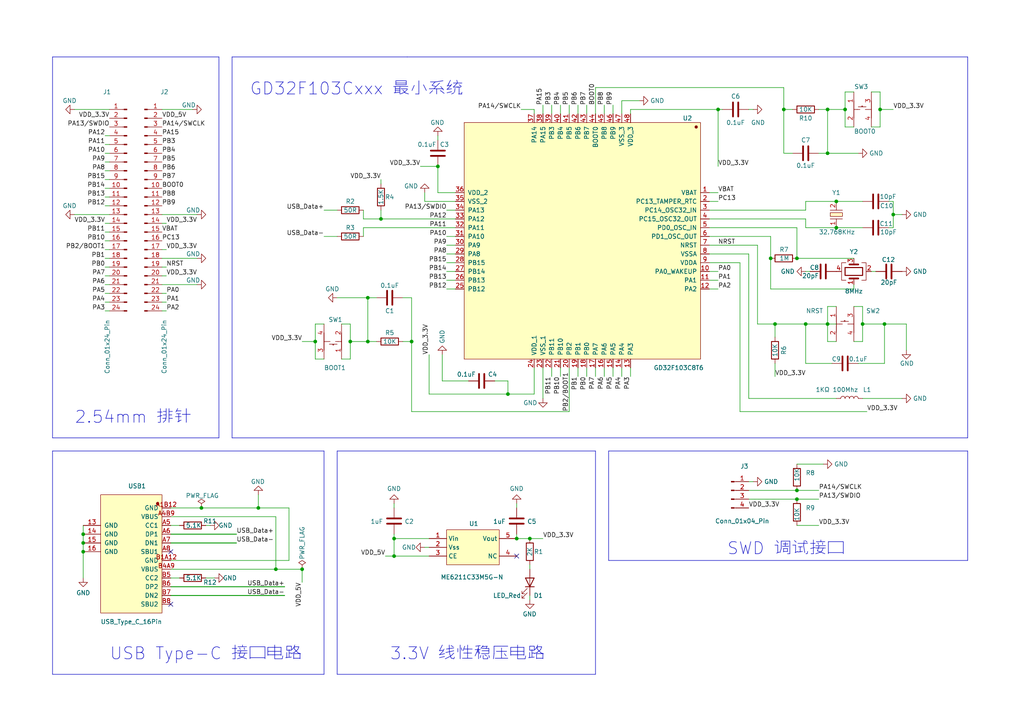
<source format=kicad_sch>
(kicad_sch (version 20230121) (generator eeschema)

  (uuid eeb3a4b9-cc42-48f4-a80d-47b4dcfcec11)

  (paper "A4")

  (title_block
    (title "UINIO-MCU-GD32F103CBT6")
    (date "2024-01-31")
    (rev "Version 3.1.2")
    (company "UinIO.com 电子技术工作室")
  )

  (lib_symbols
    (symbol "Connector:Conn_01x04_Pin" (pin_names (offset 1.016) hide) (in_bom yes) (on_board yes)
      (property "Reference" "J" (at 0 5.08 0)
        (effects (font (size 1.27 1.27)))
      )
      (property "Value" "Conn_01x04_Pin" (at 0 -7.62 0)
        (effects (font (size 1.27 1.27)))
      )
      (property "Footprint" "" (at 0 0 0)
        (effects (font (size 1.27 1.27)) hide)
      )
      (property "Datasheet" "~" (at 0 0 0)
        (effects (font (size 1.27 1.27)) hide)
      )
      (property "ki_locked" "" (at 0 0 0)
        (effects (font (size 1.27 1.27)))
      )
      (property "ki_keywords" "connector" (at 0 0 0)
        (effects (font (size 1.27 1.27)) hide)
      )
      (property "ki_description" "Generic connector, single row, 01x04, script generated" (at 0 0 0)
        (effects (font (size 1.27 1.27)) hide)
      )
      (property "ki_fp_filters" "Connector*:*_1x??_*" (at 0 0 0)
        (effects (font (size 1.27 1.27)) hide)
      )
      (symbol "Conn_01x04_Pin_1_1"
        (polyline
          (pts
            (xy 1.27 -5.08)
            (xy 0.8636 -5.08)
          )
          (stroke (width 0.1524) (type default))
          (fill (type none))
        )
        (polyline
          (pts
            (xy 1.27 -2.54)
            (xy 0.8636 -2.54)
          )
          (stroke (width 0.1524) (type default))
          (fill (type none))
        )
        (polyline
          (pts
            (xy 1.27 0)
            (xy 0.8636 0)
          )
          (stroke (width 0.1524) (type default))
          (fill (type none))
        )
        (polyline
          (pts
            (xy 1.27 2.54)
            (xy 0.8636 2.54)
          )
          (stroke (width 0.1524) (type default))
          (fill (type none))
        )
        (rectangle (start 0.8636 -4.953) (end 0 -5.207)
          (stroke (width 0.1524) (type default))
          (fill (type outline))
        )
        (rectangle (start 0.8636 -2.413) (end 0 -2.667)
          (stroke (width 0.1524) (type default))
          (fill (type outline))
        )
        (rectangle (start 0.8636 0.127) (end 0 -0.127)
          (stroke (width 0.1524) (type default))
          (fill (type outline))
        )
        (rectangle (start 0.8636 2.667) (end 0 2.413)
          (stroke (width 0.1524) (type default))
          (fill (type outline))
        )
        (pin passive line (at 5.08 2.54 180) (length 3.81)
          (name "Pin_1" (effects (font (size 1.27 1.27))))
          (number "1" (effects (font (size 1.27 1.27))))
        )
        (pin passive line (at 5.08 0 180) (length 3.81)
          (name "Pin_2" (effects (font (size 1.27 1.27))))
          (number "2" (effects (font (size 1.27 1.27))))
        )
        (pin passive line (at 5.08 -2.54 180) (length 3.81)
          (name "Pin_3" (effects (font (size 1.27 1.27))))
          (number "3" (effects (font (size 1.27 1.27))))
        )
        (pin passive line (at 5.08 -5.08 180) (length 3.81)
          (name "Pin_4" (effects (font (size 1.27 1.27))))
          (number "4" (effects (font (size 1.27 1.27))))
        )
      )
    )
    (symbol "Connector:Conn_01x24_Pin" (pin_names (offset 1.016) hide) (in_bom yes) (on_board yes)
      (property "Reference" "J" (at 0 30.48 0)
        (effects (font (size 1.27 1.27)))
      )
      (property "Value" "Conn_01x24_Pin" (at 0 -33.02 0)
        (effects (font (size 1.27 1.27)))
      )
      (property "Footprint" "" (at 0 0 0)
        (effects (font (size 1.27 1.27)) hide)
      )
      (property "Datasheet" "~" (at 0 0 0)
        (effects (font (size 1.27 1.27)) hide)
      )
      (property "ki_locked" "" (at 0 0 0)
        (effects (font (size 1.27 1.27)))
      )
      (property "ki_keywords" "connector" (at 0 0 0)
        (effects (font (size 1.27 1.27)) hide)
      )
      (property "ki_description" "Generic connector, single row, 01x24, script generated" (at 0 0 0)
        (effects (font (size 1.27 1.27)) hide)
      )
      (property "ki_fp_filters" "Connector*:*_1x??_*" (at 0 0 0)
        (effects (font (size 1.27 1.27)) hide)
      )
      (symbol "Conn_01x24_Pin_1_1"
        (polyline
          (pts
            (xy 1.27 -30.48)
            (xy 0.8636 -30.48)
          )
          (stroke (width 0.1524) (type default))
          (fill (type none))
        )
        (polyline
          (pts
            (xy 1.27 -27.94)
            (xy 0.8636 -27.94)
          )
          (stroke (width 0.1524) (type default))
          (fill (type none))
        )
        (polyline
          (pts
            (xy 1.27 -25.4)
            (xy 0.8636 -25.4)
          )
          (stroke (width 0.1524) (type default))
          (fill (type none))
        )
        (polyline
          (pts
            (xy 1.27 -22.86)
            (xy 0.8636 -22.86)
          )
          (stroke (width 0.1524) (type default))
          (fill (type none))
        )
        (polyline
          (pts
            (xy 1.27 -20.32)
            (xy 0.8636 -20.32)
          )
          (stroke (width 0.1524) (type default))
          (fill (type none))
        )
        (polyline
          (pts
            (xy 1.27 -17.78)
            (xy 0.8636 -17.78)
          )
          (stroke (width 0.1524) (type default))
          (fill (type none))
        )
        (polyline
          (pts
            (xy 1.27 -15.24)
            (xy 0.8636 -15.24)
          )
          (stroke (width 0.1524) (type default))
          (fill (type none))
        )
        (polyline
          (pts
            (xy 1.27 -12.7)
            (xy 0.8636 -12.7)
          )
          (stroke (width 0.1524) (type default))
          (fill (type none))
        )
        (polyline
          (pts
            (xy 1.27 -10.16)
            (xy 0.8636 -10.16)
          )
          (stroke (width 0.1524) (type default))
          (fill (type none))
        )
        (polyline
          (pts
            (xy 1.27 -7.62)
            (xy 0.8636 -7.62)
          )
          (stroke (width 0.1524) (type default))
          (fill (type none))
        )
        (polyline
          (pts
            (xy 1.27 -5.08)
            (xy 0.8636 -5.08)
          )
          (stroke (width 0.1524) (type default))
          (fill (type none))
        )
        (polyline
          (pts
            (xy 1.27 -2.54)
            (xy 0.8636 -2.54)
          )
          (stroke (width 0.1524) (type default))
          (fill (type none))
        )
        (polyline
          (pts
            (xy 1.27 0)
            (xy 0.8636 0)
          )
          (stroke (width 0.1524) (type default))
          (fill (type none))
        )
        (polyline
          (pts
            (xy 1.27 2.54)
            (xy 0.8636 2.54)
          )
          (stroke (width 0.1524) (type default))
          (fill (type none))
        )
        (polyline
          (pts
            (xy 1.27 5.08)
            (xy 0.8636 5.08)
          )
          (stroke (width 0.1524) (type default))
          (fill (type none))
        )
        (polyline
          (pts
            (xy 1.27 7.62)
            (xy 0.8636 7.62)
          )
          (stroke (width 0.1524) (type default))
          (fill (type none))
        )
        (polyline
          (pts
            (xy 1.27 10.16)
            (xy 0.8636 10.16)
          )
          (stroke (width 0.1524) (type default))
          (fill (type none))
        )
        (polyline
          (pts
            (xy 1.27 12.7)
            (xy 0.8636 12.7)
          )
          (stroke (width 0.1524) (type default))
          (fill (type none))
        )
        (polyline
          (pts
            (xy 1.27 15.24)
            (xy 0.8636 15.24)
          )
          (stroke (width 0.1524) (type default))
          (fill (type none))
        )
        (polyline
          (pts
            (xy 1.27 17.78)
            (xy 0.8636 17.78)
          )
          (stroke (width 0.1524) (type default))
          (fill (type none))
        )
        (polyline
          (pts
            (xy 1.27 20.32)
            (xy 0.8636 20.32)
          )
          (stroke (width 0.1524) (type default))
          (fill (type none))
        )
        (polyline
          (pts
            (xy 1.27 22.86)
            (xy 0.8636 22.86)
          )
          (stroke (width 0.1524) (type default))
          (fill (type none))
        )
        (polyline
          (pts
            (xy 1.27 25.4)
            (xy 0.8636 25.4)
          )
          (stroke (width 0.1524) (type default))
          (fill (type none))
        )
        (polyline
          (pts
            (xy 1.27 27.94)
            (xy 0.8636 27.94)
          )
          (stroke (width 0.1524) (type default))
          (fill (type none))
        )
        (rectangle (start 0.8636 -30.353) (end 0 -30.607)
          (stroke (width 0.1524) (type default))
          (fill (type outline))
        )
        (rectangle (start 0.8636 -27.813) (end 0 -28.067)
          (stroke (width 0.1524) (type default))
          (fill (type outline))
        )
        (rectangle (start 0.8636 -25.273) (end 0 -25.527)
          (stroke (width 0.1524) (type default))
          (fill (type outline))
        )
        (rectangle (start 0.8636 -22.733) (end 0 -22.987)
          (stroke (width 0.1524) (type default))
          (fill (type outline))
        )
        (rectangle (start 0.8636 -20.193) (end 0 -20.447)
          (stroke (width 0.1524) (type default))
          (fill (type outline))
        )
        (rectangle (start 0.8636 -17.653) (end 0 -17.907)
          (stroke (width 0.1524) (type default))
          (fill (type outline))
        )
        (rectangle (start 0.8636 -15.113) (end 0 -15.367)
          (stroke (width 0.1524) (type default))
          (fill (type outline))
        )
        (rectangle (start 0.8636 -12.573) (end 0 -12.827)
          (stroke (width 0.1524) (type default))
          (fill (type outline))
        )
        (rectangle (start 0.8636 -10.033) (end 0 -10.287)
          (stroke (width 0.1524) (type default))
          (fill (type outline))
        )
        (rectangle (start 0.8636 -7.493) (end 0 -7.747)
          (stroke (width 0.1524) (type default))
          (fill (type outline))
        )
        (rectangle (start 0.8636 -4.953) (end 0 -5.207)
          (stroke (width 0.1524) (type default))
          (fill (type outline))
        )
        (rectangle (start 0.8636 -2.413) (end 0 -2.667)
          (stroke (width 0.1524) (type default))
          (fill (type outline))
        )
        (rectangle (start 0.8636 0.127) (end 0 -0.127)
          (stroke (width 0.1524) (type default))
          (fill (type outline))
        )
        (rectangle (start 0.8636 2.667) (end 0 2.413)
          (stroke (width 0.1524) (type default))
          (fill (type outline))
        )
        (rectangle (start 0.8636 5.207) (end 0 4.953)
          (stroke (width 0.1524) (type default))
          (fill (type outline))
        )
        (rectangle (start 0.8636 7.747) (end 0 7.493)
          (stroke (width 0.1524) (type default))
          (fill (type outline))
        )
        (rectangle (start 0.8636 10.287) (end 0 10.033)
          (stroke (width 0.1524) (type default))
          (fill (type outline))
        )
        (rectangle (start 0.8636 12.827) (end 0 12.573)
          (stroke (width 0.1524) (type default))
          (fill (type outline))
        )
        (rectangle (start 0.8636 15.367) (end 0 15.113)
          (stroke (width 0.1524) (type default))
          (fill (type outline))
        )
        (rectangle (start 0.8636 17.907) (end 0 17.653)
          (stroke (width 0.1524) (type default))
          (fill (type outline))
        )
        (rectangle (start 0.8636 20.447) (end 0 20.193)
          (stroke (width 0.1524) (type default))
          (fill (type outline))
        )
        (rectangle (start 0.8636 22.987) (end 0 22.733)
          (stroke (width 0.1524) (type default))
          (fill (type outline))
        )
        (rectangle (start 0.8636 25.527) (end 0 25.273)
          (stroke (width 0.1524) (type default))
          (fill (type outline))
        )
        (rectangle (start 0.8636 28.067) (end 0 27.813)
          (stroke (width 0.1524) (type default))
          (fill (type outline))
        )
        (pin passive line (at 5.08 27.94 180) (length 3.81)
          (name "Pin_1" (effects (font (size 1.27 1.27))))
          (number "1" (effects (font (size 1.27 1.27))))
        )
        (pin passive line (at 5.08 5.08 180) (length 3.81)
          (name "Pin_10" (effects (font (size 1.27 1.27))))
          (number "10" (effects (font (size 1.27 1.27))))
        )
        (pin passive line (at 5.08 2.54 180) (length 3.81)
          (name "Pin_11" (effects (font (size 1.27 1.27))))
          (number "11" (effects (font (size 1.27 1.27))))
        )
        (pin passive line (at 5.08 0 180) (length 3.81)
          (name "Pin_12" (effects (font (size 1.27 1.27))))
          (number "12" (effects (font (size 1.27 1.27))))
        )
        (pin passive line (at 5.08 -2.54 180) (length 3.81)
          (name "Pin_13" (effects (font (size 1.27 1.27))))
          (number "13" (effects (font (size 1.27 1.27))))
        )
        (pin passive line (at 5.08 -5.08 180) (length 3.81)
          (name "Pin_14" (effects (font (size 1.27 1.27))))
          (number "14" (effects (font (size 1.27 1.27))))
        )
        (pin passive line (at 5.08 -7.62 180) (length 3.81)
          (name "Pin_15" (effects (font (size 1.27 1.27))))
          (number "15" (effects (font (size 1.27 1.27))))
        )
        (pin passive line (at 5.08 -10.16 180) (length 3.81)
          (name "Pin_16" (effects (font (size 1.27 1.27))))
          (number "16" (effects (font (size 1.27 1.27))))
        )
        (pin passive line (at 5.08 -12.7 180) (length 3.81)
          (name "Pin_17" (effects (font (size 1.27 1.27))))
          (number "17" (effects (font (size 1.27 1.27))))
        )
        (pin passive line (at 5.08 -15.24 180) (length 3.81)
          (name "Pin_18" (effects (font (size 1.27 1.27))))
          (number "18" (effects (font (size 1.27 1.27))))
        )
        (pin passive line (at 5.08 -17.78 180) (length 3.81)
          (name "Pin_19" (effects (font (size 1.27 1.27))))
          (number "19" (effects (font (size 1.27 1.27))))
        )
        (pin passive line (at 5.08 25.4 180) (length 3.81)
          (name "Pin_2" (effects (font (size 1.27 1.27))))
          (number "2" (effects (font (size 1.27 1.27))))
        )
        (pin passive line (at 5.08 -20.32 180) (length 3.81)
          (name "Pin_20" (effects (font (size 1.27 1.27))))
          (number "20" (effects (font (size 1.27 1.27))))
        )
        (pin passive line (at 5.08 -22.86 180) (length 3.81)
          (name "Pin_21" (effects (font (size 1.27 1.27))))
          (number "21" (effects (font (size 1.27 1.27))))
        )
        (pin passive line (at 5.08 -25.4 180) (length 3.81)
          (name "Pin_22" (effects (font (size 1.27 1.27))))
          (number "22" (effects (font (size 1.27 1.27))))
        )
        (pin passive line (at 5.08 -27.94 180) (length 3.81)
          (name "Pin_23" (effects (font (size 1.27 1.27))))
          (number "23" (effects (font (size 1.27 1.27))))
        )
        (pin passive line (at 5.08 -30.48 180) (length 3.81)
          (name "Pin_24" (effects (font (size 1.27 1.27))))
          (number "24" (effects (font (size 1.27 1.27))))
        )
        (pin passive line (at 5.08 22.86 180) (length 3.81)
          (name "Pin_3" (effects (font (size 1.27 1.27))))
          (number "3" (effects (font (size 1.27 1.27))))
        )
        (pin passive line (at 5.08 20.32 180) (length 3.81)
          (name "Pin_4" (effects (font (size 1.27 1.27))))
          (number "4" (effects (font (size 1.27 1.27))))
        )
        (pin passive line (at 5.08 17.78 180) (length 3.81)
          (name "Pin_5" (effects (font (size 1.27 1.27))))
          (number "5" (effects (font (size 1.27 1.27))))
        )
        (pin passive line (at 5.08 15.24 180) (length 3.81)
          (name "Pin_6" (effects (font (size 1.27 1.27))))
          (number "6" (effects (font (size 1.27 1.27))))
        )
        (pin passive line (at 5.08 12.7 180) (length 3.81)
          (name "Pin_7" (effects (font (size 1.27 1.27))))
          (number "7" (effects (font (size 1.27 1.27))))
        )
        (pin passive line (at 5.08 10.16 180) (length 3.81)
          (name "Pin_8" (effects (font (size 1.27 1.27))))
          (number "8" (effects (font (size 1.27 1.27))))
        )
        (pin passive line (at 5.08 7.62 180) (length 3.81)
          (name "Pin_9" (effects (font (size 1.27 1.27))))
          (number "9" (effects (font (size 1.27 1.27))))
        )
      )
    )
    (symbol "Device:C" (pin_numbers hide) (pin_names (offset 0.254)) (in_bom yes) (on_board yes)
      (property "Reference" "C" (at 0.635 2.54 0)
        (effects (font (size 1.27 1.27)) (justify left))
      )
      (property "Value" "C" (at 0.635 -2.54 0)
        (effects (font (size 1.27 1.27)) (justify left))
      )
      (property "Footprint" "" (at 0.9652 -3.81 0)
        (effects (font (size 1.27 1.27)) hide)
      )
      (property "Datasheet" "~" (at 0 0 0)
        (effects (font (size 1.27 1.27)) hide)
      )
      (property "ki_keywords" "cap capacitor" (at 0 0 0)
        (effects (font (size 1.27 1.27)) hide)
      )
      (property "ki_description" "Unpolarized capacitor" (at 0 0 0)
        (effects (font (size 1.27 1.27)) hide)
      )
      (property "ki_fp_filters" "C_*" (at 0 0 0)
        (effects (font (size 1.27 1.27)) hide)
      )
      (symbol "C_0_1"
        (polyline
          (pts
            (xy -2.032 -0.762)
            (xy 2.032 -0.762)
          )
          (stroke (width 0.508) (type default))
          (fill (type none))
        )
        (polyline
          (pts
            (xy -2.032 0.762)
            (xy 2.032 0.762)
          )
          (stroke (width 0.508) (type default))
          (fill (type none))
        )
      )
      (symbol "C_1_1"
        (pin passive line (at 0 3.81 270) (length 2.794)
          (name "~" (effects (font (size 1.27 1.27))))
          (number "1" (effects (font (size 1.27 1.27))))
        )
        (pin passive line (at 0 -3.81 90) (length 2.794)
          (name "~" (effects (font (size 1.27 1.27))))
          (number "2" (effects (font (size 1.27 1.27))))
        )
      )
    )
    (symbol "Device:Crystal_GND24" (pin_names (offset 1.016) hide) (in_bom yes) (on_board yes)
      (property "Reference" "Y" (at 3.175 5.08 0)
        (effects (font (size 1.27 1.27)) (justify left))
      )
      (property "Value" "Crystal_GND24" (at 3.175 3.175 0)
        (effects (font (size 1.27 1.27)) (justify left))
      )
      (property "Footprint" "" (at 0 0 0)
        (effects (font (size 1.27 1.27)) hide)
      )
      (property "Datasheet" "~" (at 0 0 0)
        (effects (font (size 1.27 1.27)) hide)
      )
      (property "ki_keywords" "quartz ceramic resonator oscillator" (at 0 0 0)
        (effects (font (size 1.27 1.27)) hide)
      )
      (property "ki_description" "Four pin crystal, GND on pins 2 and 4" (at 0 0 0)
        (effects (font (size 1.27 1.27)) hide)
      )
      (property "ki_fp_filters" "Crystal*" (at 0 0 0)
        (effects (font (size 1.27 1.27)) hide)
      )
      (symbol "Crystal_GND24_0_1"
        (rectangle (start -1.143 2.54) (end 1.143 -2.54)
          (stroke (width 0.3048) (type default))
          (fill (type none))
        )
        (polyline
          (pts
            (xy -2.54 0)
            (xy -2.032 0)
          )
          (stroke (width 0) (type default))
          (fill (type none))
        )
        (polyline
          (pts
            (xy -2.032 -1.27)
            (xy -2.032 1.27)
          )
          (stroke (width 0.508) (type default))
          (fill (type none))
        )
        (polyline
          (pts
            (xy 0 -3.81)
            (xy 0 -3.556)
          )
          (stroke (width 0) (type default))
          (fill (type none))
        )
        (polyline
          (pts
            (xy 0 3.556)
            (xy 0 3.81)
          )
          (stroke (width 0) (type default))
          (fill (type none))
        )
        (polyline
          (pts
            (xy 2.032 -1.27)
            (xy 2.032 1.27)
          )
          (stroke (width 0.508) (type default))
          (fill (type none))
        )
        (polyline
          (pts
            (xy 2.032 0)
            (xy 2.54 0)
          )
          (stroke (width 0) (type default))
          (fill (type none))
        )
        (polyline
          (pts
            (xy -2.54 -2.286)
            (xy -2.54 -3.556)
            (xy 2.54 -3.556)
            (xy 2.54 -2.286)
          )
          (stroke (width 0) (type default))
          (fill (type none))
        )
        (polyline
          (pts
            (xy -2.54 2.286)
            (xy -2.54 3.556)
            (xy 2.54 3.556)
            (xy 2.54 2.286)
          )
          (stroke (width 0) (type default))
          (fill (type none))
        )
      )
      (symbol "Crystal_GND24_1_1"
        (pin passive line (at -3.81 0 0) (length 1.27)
          (name "1" (effects (font (size 1.27 1.27))))
          (number "1" (effects (font (size 1.27 1.27))))
        )
        (pin passive line (at 0 5.08 270) (length 1.27)
          (name "2" (effects (font (size 1.27 1.27))))
          (number "2" (effects (font (size 1.27 1.27))))
        )
        (pin passive line (at 3.81 0 180) (length 1.27)
          (name "3" (effects (font (size 1.27 1.27))))
          (number "3" (effects (font (size 1.27 1.27))))
        )
        (pin passive line (at 0 -5.08 90) (length 1.27)
          (name "4" (effects (font (size 1.27 1.27))))
          (number "4" (effects (font (size 1.27 1.27))))
        )
      )
    )
    (symbol "Device:L" (pin_numbers hide) (pin_names (offset 1.016) hide) (in_bom yes) (on_board yes)
      (property "Reference" "L" (at -1.27 0 90)
        (effects (font (size 1.27 1.27)))
      )
      (property "Value" "L" (at 1.905 0 90)
        (effects (font (size 1.27 1.27)))
      )
      (property "Footprint" "" (at 0 0 0)
        (effects (font (size 1.27 1.27)) hide)
      )
      (property "Datasheet" "~" (at 0 0 0)
        (effects (font (size 1.27 1.27)) hide)
      )
      (property "ki_keywords" "inductor choke coil reactor magnetic" (at 0 0 0)
        (effects (font (size 1.27 1.27)) hide)
      )
      (property "ki_description" "Inductor" (at 0 0 0)
        (effects (font (size 1.27 1.27)) hide)
      )
      (property "ki_fp_filters" "Choke_* *Coil* Inductor_* L_*" (at 0 0 0)
        (effects (font (size 1.27 1.27)) hide)
      )
      (symbol "L_0_1"
        (arc (start 0 -2.54) (mid 0.6323 -1.905) (end 0 -1.27)
          (stroke (width 0) (type default))
          (fill (type none))
        )
        (arc (start 0 -1.27) (mid 0.6323 -0.635) (end 0 0)
          (stroke (width 0) (type default))
          (fill (type none))
        )
        (arc (start 0 0) (mid 0.6323 0.635) (end 0 1.27)
          (stroke (width 0) (type default))
          (fill (type none))
        )
        (arc (start 0 1.27) (mid 0.6323 1.905) (end 0 2.54)
          (stroke (width 0) (type default))
          (fill (type none))
        )
      )
      (symbol "L_1_1"
        (pin passive line (at 0 3.81 270) (length 1.27)
          (name "1" (effects (font (size 1.27 1.27))))
          (number "1" (effects (font (size 1.27 1.27))))
        )
        (pin passive line (at 0 -3.81 90) (length 1.27)
          (name "2" (effects (font (size 1.27 1.27))))
          (number "2" (effects (font (size 1.27 1.27))))
        )
      )
    )
    (symbol "Device:LED" (pin_numbers hide) (pin_names (offset 1.016) hide) (in_bom yes) (on_board yes)
      (property "Reference" "D" (at 0 2.54 0)
        (effects (font (size 1.27 1.27)))
      )
      (property "Value" "LED" (at 0 -2.54 0)
        (effects (font (size 1.27 1.27)))
      )
      (property "Footprint" "" (at 0 0 0)
        (effects (font (size 1.27 1.27)) hide)
      )
      (property "Datasheet" "~" (at 0 0 0)
        (effects (font (size 1.27 1.27)) hide)
      )
      (property "ki_keywords" "LED diode" (at 0 0 0)
        (effects (font (size 1.27 1.27)) hide)
      )
      (property "ki_description" "Light emitting diode" (at 0 0 0)
        (effects (font (size 1.27 1.27)) hide)
      )
      (property "ki_fp_filters" "LED* LED_SMD:* LED_THT:*" (at 0 0 0)
        (effects (font (size 1.27 1.27)) hide)
      )
      (symbol "LED_0_1"
        (polyline
          (pts
            (xy -1.27 -1.27)
            (xy -1.27 1.27)
          )
          (stroke (width 0.254) (type default))
          (fill (type none))
        )
        (polyline
          (pts
            (xy -1.27 0)
            (xy 1.27 0)
          )
          (stroke (width 0) (type default))
          (fill (type none))
        )
        (polyline
          (pts
            (xy 1.27 -1.27)
            (xy 1.27 1.27)
            (xy -1.27 0)
            (xy 1.27 -1.27)
          )
          (stroke (width 0.254) (type default))
          (fill (type none))
        )
        (polyline
          (pts
            (xy -3.048 -0.762)
            (xy -4.572 -2.286)
            (xy -3.81 -2.286)
            (xy -4.572 -2.286)
            (xy -4.572 -1.524)
          )
          (stroke (width 0) (type default))
          (fill (type none))
        )
        (polyline
          (pts
            (xy -1.778 -0.762)
            (xy -3.302 -2.286)
            (xy -2.54 -2.286)
            (xy -3.302 -2.286)
            (xy -3.302 -1.524)
          )
          (stroke (width 0) (type default))
          (fill (type none))
        )
      )
      (symbol "LED_1_1"
        (pin passive line (at -3.81 0 0) (length 2.54)
          (name "K" (effects (font (size 1.27 1.27))))
          (number "1" (effects (font (size 1.27 1.27))))
        )
        (pin passive line (at 3.81 0 180) (length 2.54)
          (name "A" (effects (font (size 1.27 1.27))))
          (number "2" (effects (font (size 1.27 1.27))))
        )
      )
    )
    (symbol "Device:R" (pin_numbers hide) (pin_names (offset 0)) (in_bom yes) (on_board yes)
      (property "Reference" "R" (at 2.032 0 90)
        (effects (font (size 1.27 1.27)))
      )
      (property "Value" "R" (at 0 0 90)
        (effects (font (size 1.27 1.27)))
      )
      (property "Footprint" "" (at -1.778 0 90)
        (effects (font (size 1.27 1.27)) hide)
      )
      (property "Datasheet" "~" (at 0 0 0)
        (effects (font (size 1.27 1.27)) hide)
      )
      (property "ki_keywords" "R res resistor" (at 0 0 0)
        (effects (font (size 1.27 1.27)) hide)
      )
      (property "ki_description" "Resistor" (at 0 0 0)
        (effects (font (size 1.27 1.27)) hide)
      )
      (property "ki_fp_filters" "R_*" (at 0 0 0)
        (effects (font (size 1.27 1.27)) hide)
      )
      (symbol "R_0_1"
        (rectangle (start -1.016 -2.54) (end 1.016 2.54)
          (stroke (width 0.254) (type default))
          (fill (type none))
        )
      )
      (symbol "R_1_1"
        (pin passive line (at 0 3.81 270) (length 1.27)
          (name "~" (effects (font (size 1.27 1.27))))
          (number "1" (effects (font (size 1.27 1.27))))
        )
        (pin passive line (at 0 -3.81 90) (length 1.27)
          (name "~" (effects (font (size 1.27 1.27))))
          (number "2" (effects (font (size 1.27 1.27))))
        )
      )
    )
    (symbol "Uinio:Crystal-32.768KHz" (pin_names (offset 1.016) hide) (in_bom yes) (on_board yes)
      (property "Reference" "Y?" (at 0 5.1054 0)
        (effects (font (size 1.27 1.27)))
      )
      (property "Value" "Crystal-32.768KHz" (at 0 10.1854 0)
        (effects (font (size 1.27 1.27)))
      )
      (property "Footprint" "Uinio:CRYSTAL-FC135-32.768" (at 0 0.0254 0)
        (effects (font (size 1.27 1.27)) hide)
      )
      (property "Datasheet" "" (at 0 -5.0546 0)
        (effects (font (size 1.27 1.27)) hide)
      )
      (property "SuppliersPartNumber" "C1986919" (at 0 -10.1346 0)
        (effects (font (size 1.27 1.27)) hide)
      )
      (property "uuid" "std:1a7d7ec5dddf46f9929a2236d62d3241" (at 0 -10.1346 0)
        (effects (font (size 1.27 1.27)) hide)
      )
      (symbol "Crystal-32.768KHz_1_1"
        (rectangle (start -1.778 1.778) (end -0.762 -1.778)
          (stroke (width 0.1524) (type default))
          (fill (type background))
        )
        (polyline
          (pts
            (xy -2.54 -1.778)
            (xy -2.54 1.778)
          )
          (stroke (width 0.1524) (type default))
          (fill (type none))
        )
        (polyline
          (pts
            (xy 0 -1.778)
            (xy 0 1.778)
          )
          (stroke (width 0.1524) (type default))
          (fill (type none))
        )
        (pin input line (at -5.08 0 0) (length 2.54)
          (name "1" (effects (font (size 1.27 1.27))))
          (number "1" (effects (font (size 1.27 1.27))))
        )
        (pin input line (at 2.54 0 180) (length 2.54)
          (name "GND" (effects (font (size 1.27 1.27))))
          (number "2" (effects (font (size 1.27 1.27))))
        )
      )
    )
    (symbol "Uinio:GD32F103C8T6" (pin_names (offset 1.016)) (in_bom yes) (on_board yes)
      (property "Reference" "U" (at 0 45.72 0)
        (effects (font (size 1.27 1.27)))
      )
      (property "Value" "GD32F103C8T6" (at 0 -46.99 0)
        (effects (font (size 1.27 1.27)))
      )
      (property "Footprint" "Uinio:TQFP-48_L7.0-W7.0-P0.50-LS9.0-BL" (at 0 34.9758 0)
        (effects (font (size 1.27 1.27)) hide)
      )
      (property "Datasheet" "" (at 0 29.8958 0)
        (effects (font (size 1.27 1.27)) hide)
      )
      (property "SuppliersPartNumber" "C77994" (at 0 24.7904 0)
        (effects (font (size 1.27 1.27)) hide)
      )
      (property "uuid" "std:f1fde1dc36a92ae819c1e30d1c77c7ee" (at 0 24.7904 0)
        (effects (font (size 1.27 1.27)) hide)
      )
      (symbol "GD32F103C8T6_1_1"
        (rectangle (start -34.29 34.29) (end 34.29 -34.29)
          (stroke (width 0.1524) (type default))
          (fill (type background))
        )
        (circle (center -33.02 33.02) (radius 0.381)
          (stroke (width 0.1524) (type default))
          (fill (type outline))
        )
        (pin input line (at -36.83 13.97 0) (length 2.54)
          (name "VBAT" (effects (font (size 1.27 1.27))))
          (number "1" (effects (font (size 1.27 1.27))))
        )
        (pin input line (at -36.83 -8.89 0) (length 2.54)
          (name "PA0_WAKEUP" (effects (font (size 1.27 1.27))))
          (number "10" (effects (font (size 1.27 1.27))))
        )
        (pin input line (at -36.83 -11.43 0) (length 2.54)
          (name "PA1" (effects (font (size 1.27 1.27))))
          (number "11" (effects (font (size 1.27 1.27))))
        )
        (pin input line (at -36.83 -13.97 0) (length 2.54)
          (name "PA2" (effects (font (size 1.27 1.27))))
          (number "12" (effects (font (size 1.27 1.27))))
        )
        (pin input line (at -13.97 -36.83 90) (length 2.54)
          (name "PA3" (effects (font (size 1.27 1.27))))
          (number "13" (effects (font (size 1.27 1.27))))
        )
        (pin input line (at -11.43 -36.83 90) (length 2.54)
          (name "PA4" (effects (font (size 1.27 1.27))))
          (number "14" (effects (font (size 1.27 1.27))))
        )
        (pin input line (at -8.89 -36.83 90) (length 2.54)
          (name "PA5" (effects (font (size 1.27 1.27))))
          (number "15" (effects (font (size 1.27 1.27))))
        )
        (pin input line (at -6.35 -36.83 90) (length 2.54)
          (name "PA6" (effects (font (size 1.27 1.27))))
          (number "16" (effects (font (size 1.27 1.27))))
        )
        (pin input line (at -3.81 -36.83 90) (length 2.54)
          (name "PA7" (effects (font (size 1.27 1.27))))
          (number "17" (effects (font (size 1.27 1.27))))
        )
        (pin input line (at -1.27 -36.83 90) (length 2.54)
          (name "PB0" (effects (font (size 1.27 1.27))))
          (number "18" (effects (font (size 1.27 1.27))))
        )
        (pin input line (at 1.27 -36.83 90) (length 2.54)
          (name "PB1" (effects (font (size 1.27 1.27))))
          (number "19" (effects (font (size 1.27 1.27))))
        )
        (pin input line (at -36.83 11.43 0) (length 2.54)
          (name "PC13_TAMPER_RTC" (effects (font (size 1.27 1.27))))
          (number "2" (effects (font (size 1.27 1.27))))
        )
        (pin input line (at 3.81 -36.83 90) (length 2.54)
          (name "PB2" (effects (font (size 1.27 1.27))))
          (number "20" (effects (font (size 1.27 1.27))))
        )
        (pin input line (at 6.35 -36.83 90) (length 2.54)
          (name "PB10" (effects (font (size 1.27 1.27))))
          (number "21" (effects (font (size 1.27 1.27))))
        )
        (pin input line (at 8.89 -36.83 90) (length 2.54)
          (name "PB11" (effects (font (size 1.27 1.27))))
          (number "22" (effects (font (size 1.27 1.27))))
        )
        (pin input line (at 11.43 -36.83 90) (length 2.54)
          (name "VSS_1" (effects (font (size 1.27 1.27))))
          (number "23" (effects (font (size 1.27 1.27))))
        )
        (pin input line (at 13.97 -36.83 90) (length 2.54)
          (name "VDD_1" (effects (font (size 1.27 1.27))))
          (number "24" (effects (font (size 1.27 1.27))))
        )
        (pin input line (at 36.83 -13.97 180) (length 2.54)
          (name "PB12" (effects (font (size 1.27 1.27))))
          (number "25" (effects (font (size 1.27 1.27))))
        )
        (pin input line (at 36.83 -11.43 180) (length 2.54)
          (name "PB13" (effects (font (size 1.27 1.27))))
          (number "26" (effects (font (size 1.27 1.27))))
        )
        (pin input line (at 36.83 -8.89 180) (length 2.54)
          (name "PB14" (effects (font (size 1.27 1.27))))
          (number "27" (effects (font (size 1.27 1.27))))
        )
        (pin input line (at 36.83 -6.35 180) (length 2.54)
          (name "PB15" (effects (font (size 1.27 1.27))))
          (number "28" (effects (font (size 1.27 1.27))))
        )
        (pin input line (at 36.83 -3.81 180) (length 2.54)
          (name "PA8" (effects (font (size 1.27 1.27))))
          (number "29" (effects (font (size 1.27 1.27))))
        )
        (pin input line (at -36.83 8.89 0) (length 2.54)
          (name "PC14_OSC32_IN" (effects (font (size 1.27 1.27))))
          (number "3" (effects (font (size 1.27 1.27))))
        )
        (pin input line (at 36.83 -1.27 180) (length 2.54)
          (name "PA9" (effects (font (size 1.27 1.27))))
          (number "30" (effects (font (size 1.27 1.27))))
        )
        (pin input line (at 36.83 1.27 180) (length 2.54)
          (name "PA10" (effects (font (size 1.27 1.27))))
          (number "31" (effects (font (size 1.27 1.27))))
        )
        (pin input line (at 36.83 3.81 180) (length 2.54)
          (name "PA11" (effects (font (size 1.27 1.27))))
          (number "32" (effects (font (size 1.27 1.27))))
        )
        (pin input line (at 36.83 6.35 180) (length 2.54)
          (name "PA12" (effects (font (size 1.27 1.27))))
          (number "33" (effects (font (size 1.27 1.27))))
        )
        (pin input line (at 36.83 8.89 180) (length 2.54)
          (name "PA13" (effects (font (size 1.27 1.27))))
          (number "34" (effects (font (size 1.27 1.27))))
        )
        (pin input line (at 36.83 11.43 180) (length 2.54)
          (name "VSS_2" (effects (font (size 1.27 1.27))))
          (number "35" (effects (font (size 1.27 1.27))))
        )
        (pin input line (at 36.83 13.97 180) (length 2.54)
          (name "VDD_2" (effects (font (size 1.27 1.27))))
          (number "36" (effects (font (size 1.27 1.27))))
        )
        (pin input line (at 13.97 36.83 270) (length 2.54)
          (name "PA14" (effects (font (size 1.27 1.27))))
          (number "37" (effects (font (size 1.27 1.27))))
        )
        (pin input line (at 11.43 36.83 270) (length 2.54)
          (name "PA15" (effects (font (size 1.27 1.27))))
          (number "38" (effects (font (size 1.27 1.27))))
        )
        (pin input line (at 8.89 36.83 270) (length 2.54)
          (name "PB3" (effects (font (size 1.27 1.27))))
          (number "39" (effects (font (size 1.27 1.27))))
        )
        (pin input line (at -36.83 6.35 0) (length 2.54)
          (name "PC15_OSC32_OUT" (effects (font (size 1.27 1.27))))
          (number "4" (effects (font (size 1.27 1.27))))
        )
        (pin input line (at 6.35 36.83 270) (length 2.54)
          (name "PB4" (effects (font (size 1.27 1.27))))
          (number "40" (effects (font (size 1.27 1.27))))
        )
        (pin input line (at 3.81 36.83 270) (length 2.54)
          (name "PB5" (effects (font (size 1.27 1.27))))
          (number "41" (effects (font (size 1.27 1.27))))
        )
        (pin input line (at 1.27 36.83 270) (length 2.54)
          (name "PB6" (effects (font (size 1.27 1.27))))
          (number "42" (effects (font (size 1.27 1.27))))
        )
        (pin input line (at -1.27 36.83 270) (length 2.54)
          (name "PB7" (effects (font (size 1.27 1.27))))
          (number "43" (effects (font (size 1.27 1.27))))
        )
        (pin input line (at -3.81 36.83 270) (length 2.54)
          (name "BOOT0" (effects (font (size 1.27 1.27))))
          (number "44" (effects (font (size 1.27 1.27))))
        )
        (pin input line (at -6.35 36.83 270) (length 2.54)
          (name "PB8" (effects (font (size 1.27 1.27))))
          (number "45" (effects (font (size 1.27 1.27))))
        )
        (pin input line (at -8.89 36.83 270) (length 2.54)
          (name "PB9" (effects (font (size 1.27 1.27))))
          (number "46" (effects (font (size 1.27 1.27))))
        )
        (pin input line (at -11.43 36.83 270) (length 2.54)
          (name "VSS_3" (effects (font (size 1.27 1.27))))
          (number "47" (effects (font (size 1.27 1.27))))
        )
        (pin input line (at -13.97 36.83 270) (length 2.54)
          (name "VDD_3" (effects (font (size 1.27 1.27))))
          (number "48" (effects (font (size 1.27 1.27))))
        )
        (pin input line (at -36.83 3.81 0) (length 2.54)
          (name "PD0_OSC_IN" (effects (font (size 1.27 1.27))))
          (number "5" (effects (font (size 1.27 1.27))))
        )
        (pin input line (at -36.83 1.27 0) (length 2.54)
          (name "PD1_OSC_OUT" (effects (font (size 1.27 1.27))))
          (number "6" (effects (font (size 1.27 1.27))))
        )
        (pin input line (at -36.83 -1.27 0) (length 2.54)
          (name "NRST" (effects (font (size 1.27 1.27))))
          (number "7" (effects (font (size 1.27 1.27))))
        )
        (pin input line (at -36.83 -3.81 0) (length 2.54)
          (name "VSSA" (effects (font (size 1.27 1.27))))
          (number "8" (effects (font (size 1.27 1.27))))
        )
        (pin input line (at -36.83 -6.35 0) (length 2.54)
          (name "VDDA" (effects (font (size 1.27 1.27))))
          (number "9" (effects (font (size 1.27 1.27))))
        )
      )
    )
    (symbol "Uinio:Key_YTS_A016S_1" (pin_names (offset 1.016) hide) (in_bom yes) (on_board yes)
      (property "Reference" "SW" (at 0 7.6962 0)
        (effects (font (size 1.27 1.27)))
      )
      (property "Value" "Key_YTS_A016S_1" (at 0 12.7762 0)
        (effects (font (size 1.27 1.27)))
      )
      (property "Footprint" "Uinio:KEY-SMD_4P-L4.2-W3.4-P2.15-LS4.7" (at 0 2.6162 0)
        (effects (font (size 1.27 1.27)) hide)
      )
      (property "Datasheet" "" (at 0 -2.4638 0)
        (effects (font (size 1.27 1.27)) hide)
      )
      (property "SuppliersPartNumber" "C2910676" (at 0 -7.5438 0)
        (effects (font (size 1.27 1.27)) hide)
      )
      (property "uuid" "std:78dd57beb35d4dda9340821b45cb0336" (at 0 -7.5438 0)
        (effects (font (size 1.27 1.27)) hide)
      )
      (symbol "Key_YTS_A016S_1_1_1"
        (polyline
          (pts
            (xy -2.54 -2.54)
            (xy 2.54 -2.54)
          )
          (stroke (width 0.1524) (type default))
          (fill (type none))
        )
        (polyline
          (pts
            (xy -2.54 2.54)
            (xy 2.54 2.54)
          )
          (stroke (width 0.1524) (type default))
          (fill (type none))
        )
        (polyline
          (pts
            (xy -0.762 1.27)
            (xy -0.762 -1.016)
          )
          (stroke (width 0.1524) (type default))
          (fill (type none))
        )
        (polyline
          (pts
            (xy 0 -2.54)
            (xy 0 -0.762)
          )
          (stroke (width 0.1524) (type default))
          (fill (type none))
        )
        (polyline
          (pts
            (xy 0 1.524)
            (xy 0 0.762)
          )
          (stroke (width 0.1524) (type default))
          (fill (type none))
        )
        (polyline
          (pts
            (xy 0 2.54)
            (xy 0 1.524)
          )
          (stroke (width 0.1524) (type default))
          (fill (type none))
        )
        (polyline
          (pts
            (xy -0.762 0.254)
            (xy -1.016 0.254)
            (xy -1.016 0)
            (xy -0.762 0)
          )
          (stroke (width 0.1524) (type default))
          (fill (type none))
        )
        (pin input line (at -5.08 2.54 0) (length 5.08)
          (name "1" (effects (font (size 1.27 1.27))))
          (number "1" (effects (font (size 1.27 1.27))))
        )
        (pin input line (at 5.08 2.54 180) (length 5.08)
          (name "2" (effects (font (size 1.27 1.27))))
          (number "2" (effects (font (size 1.27 1.27))))
        )
        (pin input line (at -5.08 -2.54 0) (length 5.08)
          (name "3" (effects (font (size 1.27 1.27))))
          (number "3" (effects (font (size 1.27 1.27))))
        )
        (pin input line (at 5.08 -2.54 180) (length 5.08)
          (name "4" (effects (font (size 1.27 1.27))))
          (number "4" (effects (font (size 1.27 1.27))))
        )
      )
    )
    (symbol "Uinio:ME6211" (in_bom yes) (on_board yes)
      (property "Reference" "V1" (at 5.08 2.54 0)
        (effects (font (size 1.27 1.27)) (justify left bottom))
      )
      (property "Value" "ME6211" (at 5.08 -10.16 0)
        (effects (font (size 1.27 1.27)) (justify left bottom))
      )
      (property "Footprint" "Uinio:SOT-23-5_L3.0-W1.7-P0.95-LS2.8-BR" (at 0 0 0)
        (effects (font (size 1.27 1.27)) hide)
      )
      (property "Datasheet" "" (at 0 0 0)
        (effects (font (size 1.27 1.27)) hide)
      )
      (property "BOM名称" "低功耗LDO" (at -8.128 -15.748 0)
        (effects (font (size 1.27 1.27)) (justify left bottom) hide)
      )
      (property "ki_description" "低功耗LDO" (at 0 0 0)
        (effects (font (size 1.27 1.27)) hide)
      )
      (property "ki_fp_filters" "SOT23-5L" (at 0 0 0)
        (effects (font (size 1.27 1.27)) hide)
      )
      (symbol "ME6211_1_0"
        (rectangle (start 20.32 2.54) (end 5.08 -7.62)
          (stroke (width 0) (type default))
          (fill (type background))
        )
        (pin passive line (at 0 0 0) (length 5.08)
          (name "Vin" (effects (font (size 1.27 1.27))))
          (number "1" (effects (font (size 1.27 1.27))))
        )
        (pin passive line (at 0 -2.54 0) (length 5.08)
          (name "Vss" (effects (font (size 1.27 1.27))))
          (number "2" (effects (font (size 1.27 1.27))))
        )
        (pin passive line (at 0 -5.08 0) (length 5.08)
          (name "CE" (effects (font (size 1.27 1.27))))
          (number "3" (effects (font (size 1.27 1.27))))
        )
        (pin passive line (at 25.4 -5.08 180) (length 5.08)
          (name "NC" (effects (font (size 1.27 1.27))))
          (number "4" (effects (font (size 1.27 1.27))))
        )
        (pin passive line (at 25.4 0 180) (length 5.08)
          (name "Vout" (effects (font (size 1.27 1.27))))
          (number "5" (effects (font (size 1.27 1.27))))
        )
      )
    )
    (symbol "Uinio:USB_Type_C_16Pin" (pin_names (offset 1.016)) (in_bom yes) (on_board yes)
      (property "Reference" "USB" (at 0 19.05 0)
        (effects (font (size 1.27 1.27)))
      )
      (property "Value" "USB_Type_C_16Pin" (at 0 24.13 0)
        (effects (font (size 1.27 1.27)))
      )
      (property "Footprint" "Uinio:USB-C-SMD_TYPEC-304J-BCP16" (at 0 13.97 0)
        (effects (font (size 1.27 1.27)) hide)
      )
      (property "Datasheet" "" (at 0 8.89 0)
        (effects (font (size 1.27 1.27)) hide)
      )
      (property "SuppliersPartNumber" "C2835315" (at 0 3.81 0)
        (effects (font (size 1.27 1.27)) hide)
      )
      (property "uuid" "std:a4a246a50f944769b2896c50f579360f" (at 0 3.81 0)
        (effects (font (size 1.27 1.27)) hide)
      )
      (symbol "USB_Type_C_16Pin_1_1"
        (rectangle (start -10.16 16.51) (end 7.62 -17.78)
          (stroke (width 0.1524) (type default))
          (fill (type background))
        )
        (circle (center -8.89 13.97) (radius 0.381)
          (stroke (width 0.1524) (type default))
          (fill (type outline))
        )
        (pin input line (at 12.7 7.62 180) (length 5.08)
          (name "GND" (effects (font (size 1.27 1.27))))
          (number "13" (effects (font (size 1.27 1.27))))
        )
        (pin input line (at 12.7 5.08 180) (length 5.08)
          (name "GND" (effects (font (size 1.27 1.27))))
          (number "14" (effects (font (size 1.27 1.27))))
        )
        (pin input line (at 12.7 2.54 180) (length 5.08)
          (name "GND" (effects (font (size 1.27 1.27))))
          (number "15" (effects (font (size 1.27 1.27))))
        )
        (pin input line (at 12.7 0 180) (length 5.08)
          (name "GND" (effects (font (size 1.27 1.27))))
          (number "16" (effects (font (size 1.27 1.27))))
        )
        (pin input line (at -12.7 12.7 0) (length 2.54)
          (name "GND" (effects (font (size 1.27 1.27))))
          (number "A1B12" (effects (font (size 1.27 1.27))))
        )
        (pin input line (at -12.7 10.16 0) (length 2.54)
          (name "VBUS" (effects (font (size 1.27 1.27))))
          (number "A4B9" (effects (font (size 1.27 1.27))))
        )
        (pin input line (at -12.7 7.62 0) (length 2.54)
          (name "CC1" (effects (font (size 1.27 1.27))))
          (number "A5" (effects (font (size 1.27 1.27))))
        )
        (pin input line (at -12.7 5.08 0) (length 2.54)
          (name "DP1" (effects (font (size 1.27 1.27))))
          (number "A6" (effects (font (size 1.27 1.27))))
        )
        (pin input line (at -12.7 2.54 0) (length 2.54)
          (name "DN1" (effects (font (size 1.27 1.27))))
          (number "A7" (effects (font (size 1.27 1.27))))
        )
        (pin input line (at -12.7 0 0) (length 2.54)
          (name "SBU1" (effects (font (size 1.27 1.27))))
          (number "A8" (effects (font (size 1.27 1.27))))
        )
        (pin input line (at -12.7 -2.54 0) (length 2.54)
          (name "GND" (effects (font (size 1.27 1.27))))
          (number "B1A12" (effects (font (size 1.27 1.27))))
        )
        (pin input line (at -12.7 -5.08 0) (length 2.54)
          (name "VBUS" (effects (font (size 1.27 1.27))))
          (number "B4A9" (effects (font (size 1.27 1.27))))
        )
        (pin input line (at -12.7 -7.62 0) (length 2.54)
          (name "CC2" (effects (font (size 1.27 1.27))))
          (number "B5" (effects (font (size 1.27 1.27))))
        )
        (pin input line (at -12.7 -10.16 0) (length 2.54)
          (name "DP2" (effects (font (size 1.27 1.27))))
          (number "B6" (effects (font (size 1.27 1.27))))
        )
        (pin input line (at -12.7 -12.7 0) (length 2.54)
          (name "DN2" (effects (font (size 1.27 1.27))))
          (number "B7" (effects (font (size 1.27 1.27))))
        )
        (pin input line (at -12.7 -15.24 0) (length 2.54)
          (name "SBU2" (effects (font (size 1.27 1.27))))
          (number "B8" (effects (font (size 1.27 1.27))))
        )
      )
    )
    (symbol "power:GND" (power) (pin_names (offset 0)) (in_bom yes) (on_board yes)
      (property "Reference" "#PWR" (at 0 -6.35 0)
        (effects (font (size 1.27 1.27)) hide)
      )
      (property "Value" "GND" (at 0 -3.81 0)
        (effects (font (size 1.27 1.27)))
      )
      (property "Footprint" "" (at 0 0 0)
        (effects (font (size 1.27 1.27)) hide)
      )
      (property "Datasheet" "" (at 0 0 0)
        (effects (font (size 1.27 1.27)) hide)
      )
      (property "ki_keywords" "global power" (at 0 0 0)
        (effects (font (size 1.27 1.27)) hide)
      )
      (property "ki_description" "Power symbol creates a global label with name \"GND\" , ground" (at 0 0 0)
        (effects (font (size 1.27 1.27)) hide)
      )
      (symbol "GND_0_1"
        (polyline
          (pts
            (xy 0 0)
            (xy 0 -1.27)
            (xy 1.27 -1.27)
            (xy 0 -2.54)
            (xy -1.27 -1.27)
            (xy 0 -1.27)
          )
          (stroke (width 0) (type default))
          (fill (type none))
        )
      )
      (symbol "GND_1_1"
        (pin power_in line (at 0 0 270) (length 0) hide
          (name "GND" (effects (font (size 1.27 1.27))))
          (number "1" (effects (font (size 1.27 1.27))))
        )
      )
    )
    (symbol "power:PWR_FLAG" (power) (pin_numbers hide) (pin_names (offset 0) hide) (in_bom yes) (on_board yes)
      (property "Reference" "#FLG" (at 0 1.905 0)
        (effects (font (size 1.27 1.27)) hide)
      )
      (property "Value" "PWR_FLAG" (at 0 3.81 0)
        (effects (font (size 1.27 1.27)))
      )
      (property "Footprint" "" (at 0 0 0)
        (effects (font (size 1.27 1.27)) hide)
      )
      (property "Datasheet" "~" (at 0 0 0)
        (effects (font (size 1.27 1.27)) hide)
      )
      (property "ki_keywords" "flag power" (at 0 0 0)
        (effects (font (size 1.27 1.27)) hide)
      )
      (property "ki_description" "Special symbol for telling ERC where power comes from" (at 0 0 0)
        (effects (font (size 1.27 1.27)) hide)
      )
      (symbol "PWR_FLAG_0_0"
        (pin power_out line (at 0 0 90) (length 0)
          (name "pwr" (effects (font (size 1.27 1.27))))
          (number "1" (effects (font (size 1.27 1.27))))
        )
      )
      (symbol "PWR_FLAG_0_1"
        (polyline
          (pts
            (xy 0 0)
            (xy 0 1.27)
            (xy -1.016 1.905)
            (xy 0 2.54)
            (xy 1.016 1.905)
            (xy 0 1.27)
          )
          (stroke (width 0) (type default))
          (fill (type none))
        )
      )
    )
  )

  (junction (at 231.14 144.78) (diameter 0) (color 0 0 0 0)
    (uuid 0b8a1585-08df-44b0-8610-94dc28326585)
  )
  (junction (at 74.93 147.32) (diameter 0) (color 0 0 0 0)
    (uuid 0b8af0de-7374-4bd6-a045-b95044f0aea1)
  )
  (junction (at 24.13 160.02) (diameter 0) (color 0 0 0 0)
    (uuid 0ca773ff-c56b-4f21-a226-3362e731ca11)
  )
  (junction (at 259.08 62.23) (diameter 0) (color 0 0 0 0)
    (uuid 13a16d3a-d22d-4f42-a714-be5c46d3dbc9)
  )
  (junction (at 149.86 156.21) (diameter 0) (color 0 0 0 0)
    (uuid 15d2b333-59c5-4b67-855a-e4bc5b9c4b7f)
  )
  (junction (at 24.13 157.48) (diameter 0) (color 0 0 0 0)
    (uuid 2338aa5b-d7c2-4675-83eb-d60d34fcb298)
  )
  (junction (at 24.13 154.94) (diameter 0) (color 0 0 0 0)
    (uuid 24ebfb67-beac-4b14-acb9-7df00be5acc2)
  )
  (junction (at 106.68 86.36) (diameter 0) (color 0 0 0 0)
    (uuid 2729cd71-947d-41cd-9b35-fd1c9dc33340)
  )
  (junction (at 223.52 74.93) (diameter 0) (color 0 0 0 0)
    (uuid 2c30fb18-1575-4e79-8d53-ea4b5e8cbc9f)
  )
  (junction (at 256.54 93.98) (diameter 0) (color 0 0 0 0)
    (uuid 3830a595-fbaa-4d01-a53f-4e537edadd86)
  )
  (junction (at 106.68 99.06) (diameter 0) (color 0 0 0 0)
    (uuid 3d72a098-33b5-42d9-9dc4-1f444aa55662)
  )
  (junction (at 101.6 99.06) (diameter 0) (color 0 0 0 0)
    (uuid 4672894a-73a6-46cc-aafd-ce37f11f1899)
  )
  (junction (at 87.63 165.1) (diameter 0) (color 0 0 0 0)
    (uuid 476c59d5-4568-4c40-a381-2a895529b9b6)
  )
  (junction (at 58.42 147.32) (diameter 0) (color 0 0 0 0)
    (uuid 4aba450c-d158-46c4-9814-fba49369e4c4)
  )
  (junction (at 91.44 99.06) (diameter 0) (color 0 0 0 0)
    (uuid 4d374c46-fa3a-47e4-95d1-c32970e4eb38)
  )
  (junction (at 242.57 58.42) (diameter 0) (color 0 0 0 0)
    (uuid 62ca37bb-18b1-4296-bcac-56e8394dcbe7)
  )
  (junction (at 240.03 31.75) (diameter 0) (color 0 0 0 0)
    (uuid 646b23c4-034e-482d-9ad2-5de97f012734)
  )
  (junction (at 227.33 31.75) (diameter 0) (color 0 0 0 0)
    (uuid 79f72118-e772-452f-837a-26bf3f327932)
  )
  (junction (at 242.57 66.04) (diameter 0) (color 0 0 0 0)
    (uuid 7f9152f0-0387-4571-bc28-7a0b553fc158)
  )
  (junction (at 240.03 44.45) (diameter 0) (color 0 0 0 0)
    (uuid 82d27b94-c440-4255-b469-be1ce7251479)
  )
  (junction (at 240.03 93.98) (diameter 0) (color 0 0 0 0)
    (uuid 93419eec-6e35-401a-a725-dedd30111800)
  )
  (junction (at 231.14 74.93) (diameter 0) (color 0 0 0 0)
    (uuid 9f53f05d-6b04-4ee2-b24a-4bedcb26429f)
  )
  (junction (at 80.01 165.1) (diameter 0) (color 0 0 0 0)
    (uuid 9faecf0d-57ce-44fe-b0ee-ba1d908e8197)
  )
  (junction (at 147.32 114.3) (diameter 0) (color 0 0 0 0)
    (uuid a0d6160b-ecf3-47ca-9e88-b08648919379)
  )
  (junction (at 114.3 161.29) (diameter 0) (color 0 0 0 0)
    (uuid ab959412-852c-4489-9a90-881ebb105e61)
  )
  (junction (at 250.19 93.98) (diameter 0) (color 0 0 0 0)
    (uuid ade3cad6-4c87-45b7-8abe-24295ee2c357)
  )
  (junction (at 119.38 99.06) (diameter 0) (color 0 0 0 0)
    (uuid afea8662-e258-41ab-af30-58aac76acf45)
  )
  (junction (at 233.68 93.98) (diameter 0) (color 0 0 0 0)
    (uuid c0b198ff-7e34-410d-8955-967a2d038656)
  )
  (junction (at 231.14 142.24) (diameter 0) (color 0 0 0 0)
    (uuid ccb87641-f909-491a-8802-f1ad4e88789b)
  )
  (junction (at 224.79 93.98) (diameter 0) (color 0 0 0 0)
    (uuid d376108d-4631-45f0-ac7a-93c2db8e59b3)
  )
  (junction (at 114.3 156.21) (diameter 0) (color 0 0 0 0)
    (uuid d5266047-22e7-4abf-b46e-b5d349a9e643)
  )
  (junction (at 245.11 31.75) (diameter 0) (color 0 0 0 0)
    (uuid d627b409-beae-48f9-9557-82a41a8d77da)
  )
  (junction (at 127 48.26) (diameter 0) (color 0 0 0 0)
    (uuid d6c8dc5b-b06c-47c1-8b58-bca4b5619fda)
  )
  (junction (at 255.27 31.75) (diameter 0) (color 0 0 0 0)
    (uuid dd95b73d-ba15-48d5-9fd2-563eb356b78c)
  )
  (junction (at 153.67 156.21) (diameter 0) (color 0 0 0 0)
    (uuid e533d37d-5987-40fd-a0e9-57b912ab07a1)
  )
  (junction (at 208.28 31.75) (diameter 0) (color 0 0 0 0)
    (uuid ed0d3465-90ad-496e-9cb8-dcbd5f1631ca)
  )
  (junction (at 110.49 63.5) (diameter 0) (color 0 0 0 0)
    (uuid fff2f3ce-117a-4319-b8b2-1c58c14c6ff7)
  )

  (no_connect (at 49.53 160.02) (uuid 342758e0-5b57-4d8b-920e-e86aa5cad67c))
  (no_connect (at 149.86 161.29) (uuid 44df527d-de0e-4ed6-a7f6-e958b20e2466))
  (no_connect (at 49.53 175.26) (uuid da8d8637-b671-4376-9524-0711603b1de3))

  (wire (pts (xy 250.19 93.98) (xy 256.54 93.98))
    (stroke (width 0) (type default))
    (uuid 0022f9a3-3831-4938-8152-d1629ea180a8)
  )
  (wire (pts (xy 127 55.88) (xy 132.08 55.88))
    (stroke (width 0) (type default))
    (uuid 002edb90-3c42-445e-b96e-a6a3d2a92d74)
  )
  (wire (pts (xy 208.28 81.28) (xy 205.74 81.28))
    (stroke (width 0) (type default))
    (uuid 003d4c0c-2ccc-47cc-b2ea-76ff65e6e7f4)
  )
  (wire (pts (xy 231.14 152.4) (xy 237.49 152.4))
    (stroke (width 0) (type default))
    (uuid 0066eb22-f604-4973-ae78-de6f43b4ae1e)
  )
  (wire (pts (xy 59.69 152.4) (xy 60.96 152.4))
    (stroke (width 0) (type default))
    (uuid 00a57c2f-45b7-426c-93f1-63ef37859605)
  )
  (wire (pts (xy 257.81 58.42) (xy 259.08 58.42))
    (stroke (width 0) (type default))
    (uuid 021b11a4-b8a8-45af-be3b-5290443726c6)
  )
  (wire (pts (xy 49.53 170.18) (xy 82.55 170.18))
    (stroke (width 0.254) (type default))
    (uuid 02561957-614e-49bf-9b2a-60dd739618bd)
  )
  (polyline (pts (xy 15.24 130.81) (xy 15.24 195.58))
    (stroke (width 0) (type default))
    (uuid 04f52c81-418a-42f3-aa30-c6535051970f)
  )

  (wire (pts (xy 74.93 147.32) (xy 58.42 147.32))
    (stroke (width 0) (type default))
    (uuid 05fa5ff2-6b49-42be-bed7-b32127655237)
  )
  (wire (pts (xy 129.54 78.74) (xy 132.08 78.74))
    (stroke (width 0) (type default))
    (uuid 061bd328-e566-476e-8fe1-9032c024eebf)
  )
  (wire (pts (xy 231.14 144.78) (xy 217.17 144.78))
    (stroke (width 0) (type default))
    (uuid 07335ed0-f844-423b-bce2-fef12783a762)
  )
  (wire (pts (xy 240.03 93.98) (xy 240.03 99.06))
    (stroke (width 0) (type default))
    (uuid 07d9a21f-e1cc-4383-81bd-754eb1761020)
  )
  (wire (pts (xy 250.19 88.9) (xy 250.19 93.98))
    (stroke (width 0) (type default))
    (uuid 088aa32b-b079-4132-915f-26242cac3b30)
  )
  (wire (pts (xy 182.88 109.22) (xy 182.88 106.68))
    (stroke (width 0) (type default))
    (uuid 0890918f-21d3-4af9-ac75-d15395862e24)
  )
  (wire (pts (xy 110.49 60.96) (xy 110.49 63.5))
    (stroke (width 0) (type default))
    (uuid 0a176c37-331a-4c89-8888-acb2bf298815)
  )
  (wire (pts (xy 224.79 93.98) (xy 219.71 93.98))
    (stroke (width 0) (type default))
    (uuid 0b098fbe-0df6-4504-a419-6a876013eb87)
  )
  (wire (pts (xy 233.68 60.96) (xy 205.74 60.96))
    (stroke (width 0) (type default))
    (uuid 0b2b4b39-c621-4027-bb11-d8d982253b33)
  )
  (wire (pts (xy 231.14 66.04) (xy 205.74 66.04))
    (stroke (width 0) (type default))
    (uuid 0c0054a5-8272-41ee-ab8c-212d3b3d7983)
  )
  (wire (pts (xy 247.65 99.06) (xy 250.19 99.06))
    (stroke (width 0) (type default))
    (uuid 0d43acfe-5fb8-4133-8d27-89f6a66ca7c3)
  )
  (wire (pts (xy 218.44 31.75) (xy 217.17 31.75))
    (stroke (width 0) (type default))
    (uuid 0feac7b7-48e0-4d37-8c56-7d103ce8a0a0)
  )
  (wire (pts (xy 223.52 83.82) (xy 223.52 74.93))
    (stroke (width 0) (type default))
    (uuid 101154cb-b06e-4af1-aa7d-786cd2b07556)
  )
  (wire (pts (xy 256.54 93.98) (xy 256.54 105.41))
    (stroke (width 0) (type default))
    (uuid 11cae7be-1d98-4641-9f5e-8ac0ab13785b)
  )
  (polyline (pts (xy 15.24 16.51) (xy 15.24 127))
    (stroke (width 0) (type default))
    (uuid 13022e53-7fc9-40af-b9fe-837029274c61)
  )

  (wire (pts (xy 237.49 31.75) (xy 240.03 31.75))
    (stroke (width 0) (type default))
    (uuid 13ea7dca-fc8f-4d22-88b8-f3340c7291cb)
  )
  (wire (pts (xy 99.06 104.14) (xy 101.6 104.14))
    (stroke (width 0) (type default))
    (uuid 147dc998-ae31-456a-9d15-13ba1ee8a510)
  )
  (wire (pts (xy 30.48 44.45) (xy 31.75 44.45))
    (stroke (width 0) (type default))
    (uuid 1532c84f-822f-4f18-88fb-29e0a0b61a8a)
  )
  (wire (pts (xy 129.54 71.12) (xy 132.08 71.12))
    (stroke (width 0) (type default))
    (uuid 17fd54d8-5950-4ec6-89e4-d90dfc8088ee)
  )
  (wire (pts (xy 208.28 83.82) (xy 205.74 83.82))
    (stroke (width 0) (type default))
    (uuid 18c7bc1c-21b2-42e4-954f-b0583fc94295)
  )
  (wire (pts (xy 109.22 99.06) (xy 106.68 99.06))
    (stroke (width 0) (type default))
    (uuid 18d7a7ed-bf14-477a-8067-f728da0c3dc9)
  )
  (wire (pts (xy 30.48 64.77) (xy 31.75 64.77))
    (stroke (width 0) (type default))
    (uuid 198c381e-2778-4c32-b5cd-3413cbe054e9)
  )
  (wire (pts (xy 182.88 31.75) (xy 208.28 31.75))
    (stroke (width 0) (type default))
    (uuid 19e4be42-c1e5-400f-9624-22ea3826b164)
  )
  (wire (pts (xy 157.48 115.57) (xy 157.48 106.68))
    (stroke (width 0) (type default))
    (uuid 1a4846ef-466f-4712-ac35-c5ea39635c5d)
  )
  (wire (pts (xy 30.48 52.07) (xy 31.75 52.07))
    (stroke (width 0) (type default))
    (uuid 1a582a81-ad5c-415e-b3f9-828eb180ad91)
  )
  (wire (pts (xy 217.17 115.57) (xy 242.57 115.57))
    (stroke (width 0) (type default))
    (uuid 1bef4fcb-7a60-4b13-8d96-f295f7f245dd)
  )
  (wire (pts (xy 91.44 99.06) (xy 87.63 99.06))
    (stroke (width 0) (type default))
    (uuid 1bf4f0c7-4721-4fdf-8613-538a5be75a8a)
  )
  (wire (pts (xy 167.64 30.48) (xy 167.64 33.02))
    (stroke (width 0) (type default))
    (uuid 1cc1f2d1-2577-4fdf-952d-33c271ed95d9)
  )
  (wire (pts (xy 21.59 62.23) (xy 31.75 62.23))
    (stroke (width 0) (type default))
    (uuid 23cf04b4-1b2a-446f-a546-c1720b620855)
  )
  (wire (pts (xy 30.48 41.91) (xy 31.75 41.91))
    (stroke (width 0) (type default))
    (uuid 267fd614-d99e-4eeb-b9d0-23316f55e2b0)
  )
  (wire (pts (xy 252.73 78.74) (xy 254 78.74))
    (stroke (width 0) (type default))
    (uuid 27cd9a46-c4a5-453e-b7ab-abc36212c7a5)
  )
  (wire (pts (xy 114.3 161.29) (xy 124.46 161.29))
    (stroke (width 0) (type default))
    (uuid 2a305765-3123-45c6-91f8-352e6cf96819)
  )
  (wire (pts (xy 129.54 73.66) (xy 132.08 73.66))
    (stroke (width 0) (type default))
    (uuid 2a7bbf58-8675-42fc-8140-647c65ae50b0)
  )
  (polyline (pts (xy 172.72 130.81) (xy 172.72 195.58))
    (stroke (width 0) (type default))
    (uuid 2a8cf5ba-235e-43cf-a3d7-f687bc04fd36)
  )

  (wire (pts (xy 101.6 104.14) (xy 101.6 99.06))
    (stroke (width 0) (type default))
    (uuid 2acd3ca0-8331-47bc-bf1b-9dbb8c183538)
  )
  (wire (pts (xy 91.44 104.14) (xy 91.44 99.06))
    (stroke (width 0) (type default))
    (uuid 2ace0189-cacf-485c-bd2b-79de7012ba5d)
  )
  (wire (pts (xy 48.26 64.77) (xy 46.99 64.77))
    (stroke (width 0) (type default))
    (uuid 2b19f9dc-8415-4859-8e69-a9ce7b862d63)
  )
  (wire (pts (xy 245.11 36.83) (xy 247.65 36.83))
    (stroke (width 0) (type default))
    (uuid 2b616631-6438-405e-b369-e78a5dafbe68)
  )
  (wire (pts (xy 160.02 30.48) (xy 160.02 33.02))
    (stroke (width 0) (type default))
    (uuid 2c67e14a-9a4f-418e-b358-fb2d88748863)
  )
  (polyline (pts (xy 63.5 16.51) (xy 63.5 127))
    (stroke (width 0) (type default))
    (uuid 2ccbbaf8-44a5-4af3-a962-fa16400902d5)
  )

  (wire (pts (xy 219.71 71.12) (xy 219.71 93.98))
    (stroke (width 0) (type default))
    (uuid 2f2810cf-12f5-4795-8a06-7cb97b0b4b6d)
  )
  (wire (pts (xy 24.13 154.94) (xy 24.13 157.48))
    (stroke (width 0) (type default))
    (uuid 3048911b-2f3f-4502-8aba-07042639f966)
  )
  (wire (pts (xy 240.03 44.45) (xy 237.49 44.45))
    (stroke (width 0) (type default))
    (uuid 30675691-01d0-4e3d-8220-ed647199b8bb)
  )
  (wire (pts (xy 224.79 93.98) (xy 224.79 97.79))
    (stroke (width 0) (type default))
    (uuid 3150936d-700c-4b91-9ce5-e7ec99a4576a)
  )
  (wire (pts (xy 119.38 119.38) (xy 165.1 119.38))
    (stroke (width 0) (type default))
    (uuid 31c8eebf-aa31-4c9b-904d-c2a3a9b65d85)
  )
  (wire (pts (xy 52.07 152.4) (xy 49.53 152.4))
    (stroke (width 0) (type default))
    (uuid 32cbc161-2274-4ded-b07e-770a1e3885f1)
  )
  (wire (pts (xy 30.48 77.47) (xy 31.75 77.47))
    (stroke (width 0) (type default))
    (uuid 32ccb11d-85f0-4c2b-a777-1e716987aace)
  )
  (wire (pts (xy 252.73 36.83) (xy 255.27 36.83))
    (stroke (width 0) (type default))
    (uuid 334b2460-4eb3-4f09-85d5-2ab0673a399c)
  )
  (wire (pts (xy 250.19 88.9) (xy 247.65 88.9))
    (stroke (width 0) (type default))
    (uuid 341f6f56-7795-457e-9be0-6dfb4acc2d38)
  )
  (wire (pts (xy 255.27 26.67) (xy 252.73 26.67))
    (stroke (width 0) (type default))
    (uuid 344cbcdc-315a-40de-9a47-da5ae23da2ef)
  )
  (wire (pts (xy 49.53 165.1) (xy 80.01 165.1))
    (stroke (width 0) (type default))
    (uuid 35b5c94e-7820-4e08-a232-4d5e07069cdc)
  )
  (wire (pts (xy 242.57 58.42) (xy 250.19 58.42))
    (stroke (width 0) (type default))
    (uuid 35c11be7-6a1e-46ad-b5c4-5e5da50c98f1)
  )
  (wire (pts (xy 127 48.26) (xy 127 55.88))
    (stroke (width 0) (type default))
    (uuid 36065125-79a6-45df-90ca-096af5856934)
  )
  (wire (pts (xy 233.68 63.5) (xy 205.74 63.5))
    (stroke (width 0) (type default))
    (uuid 36378802-180e-4c99-a568-427eb9d21a20)
  )
  (wire (pts (xy 30.48 69.85) (xy 31.75 69.85))
    (stroke (width 0) (type default))
    (uuid 36547827-78da-49f9-b37f-6a046d78f04d)
  )
  (wire (pts (xy 247.65 83.82) (xy 223.52 83.82))
    (stroke (width 0) (type default))
    (uuid 38419bcf-3f5b-4258-a36d-83e831708974)
  )
  (wire (pts (xy 167.64 109.22) (xy 167.64 106.68))
    (stroke (width 0) (type default))
    (uuid 394e89c8-83f5-4105-85fa-26316c94cfff)
  )
  (wire (pts (xy 250.19 93.98) (xy 250.19 99.06))
    (stroke (width 0) (type default))
    (uuid 39c2fb57-8d8e-478f-b094-98f902143d1e)
  )
  (wire (pts (xy 224.79 105.41) (xy 224.79 109.22))
    (stroke (width 0) (type default))
    (uuid 3a331f98-ba6a-40f9-ad71-788f42233faf)
  )
  (wire (pts (xy 185.42 29.21) (xy 180.34 29.21))
    (stroke (width 0) (type default))
    (uuid 3a7efa45-1cdc-4fd2-8f2c-9087068bc8c9)
  )
  (wire (pts (xy 123.19 158.75) (xy 124.46 158.75))
    (stroke (width 0) (type default))
    (uuid 3b62a461-a19a-4172-9aa5-d45faf5692ea)
  )
  (wire (pts (xy 111.76 161.29) (xy 114.3 161.29))
    (stroke (width 0) (type default))
    (uuid 3b79a245-83a2-4717-b538-f61a85448ece)
  )
  (wire (pts (xy 172.72 25.4) (xy 172.72 33.02))
    (stroke (width 0) (type default))
    (uuid 40f6230c-213d-4766-bf69-b5adbf521118)
  )
  (polyline (pts (xy 93.98 130.81) (xy 93.98 195.58))
    (stroke (width 0) (type default))
    (uuid 41b4f3b0-7e71-461f-98b4-2a3100d64914)
  )
  (polyline (pts (xy 172.72 195.58) (xy 97.79 195.58))
    (stroke (width 0) (type default))
    (uuid 43b75a2f-f53a-4075-9f54-c6590fa3539b)
  )

  (wire (pts (xy 106.68 86.36) (xy 97.79 86.36))
    (stroke (width 0) (type default))
    (uuid 43f27f47-e80b-446d-93a3-fcc4803d5fad)
  )
  (wire (pts (xy 175.26 30.48) (xy 175.26 33.02))
    (stroke (width 0) (type default))
    (uuid 4440295e-97a9-4405-af18-2e1e55f1bfd7)
  )
  (wire (pts (xy 101.6 99.06) (xy 101.6 93.98))
    (stroke (width 0) (type default))
    (uuid 4460c43d-9362-45f6-9409-9353c3c6a7cf)
  )
  (wire (pts (xy 180.34 33.02) (xy 180.34 29.21))
    (stroke (width 0) (type default))
    (uuid 44831d90-c8ab-42be-9d9a-f98ac09b29b7)
  )
  (wire (pts (xy 223.52 68.58) (xy 223.52 74.93))
    (stroke (width 0) (type default))
    (uuid 44c0e7fe-b25f-4fc1-9928-774e385302f7)
  )
  (wire (pts (xy 147.32 114.3) (xy 154.94 114.3))
    (stroke (width 0) (type default))
    (uuid 462750ae-a05a-44b2-98f9-5b35b97ceacb)
  )
  (wire (pts (xy 24.13 160.02) (xy 24.13 167.64))
    (stroke (width 0) (type default))
    (uuid 46e66cbc-f3ff-4c45-8153-e9cdb40b9ef0)
  )
  (wire (pts (xy 21.59 31.75) (xy 31.75 31.75))
    (stroke (width 0) (type default))
    (uuid 485dd41b-6669-4922-baf8-d7681db7504e)
  )
  (wire (pts (xy 114.3 156.21) (xy 124.46 156.21))
    (stroke (width 0) (type default))
    (uuid 4a3a8414-9f42-4468-832e-2d673f05bb13)
  )
  (polyline (pts (xy 15.24 130.81) (xy 93.98 130.81))
    (stroke (width 0) (type default))
    (uuid 4a7c0d2b-8917-45d0-a410-95129b8c7f23)
  )

  (wire (pts (xy 242.57 66.04) (xy 250.19 66.04))
    (stroke (width 0) (type default))
    (uuid 4f4f8ad3-7721-4c6d-8ede-6d6b86d76c50)
  )
  (wire (pts (xy 240.03 31.75) (xy 240.03 44.45))
    (stroke (width 0) (type default))
    (uuid 51212431-01dc-4cc5-9220-d87235f4216b)
  )
  (wire (pts (xy 124.46 114.3) (xy 147.32 114.3))
    (stroke (width 0) (type default))
    (uuid 545a7b21-73e6-4623-9e8a-b70a7f778a26)
  )
  (wire (pts (xy 247.65 83.82) (xy 247.65 82.55))
    (stroke (width 0) (type default))
    (uuid 559799e6-c818-416f-b736-571838ea254b)
  )
  (wire (pts (xy 128.27 110.49) (xy 135.89 110.49))
    (stroke (width 0) (type default))
    (uuid 56555f71-901f-4365-9f5b-a743a6f7cec3)
  )
  (wire (pts (xy 217.17 73.66) (xy 205.74 73.66))
    (stroke (width 0) (type default))
    (uuid 58129863-4560-4fa1-be34-566ce0cf9367)
  )
  (wire (pts (xy 240.03 99.06) (xy 242.57 99.06))
    (stroke (width 0) (type default))
    (uuid 59152d70-b7fe-4671-82d2-9f2ba7e37197)
  )
  (wire (pts (xy 233.68 60.96) (xy 233.68 58.42))
    (stroke (width 0) (type default))
    (uuid 5960b500-36ad-499e-ace2-d9505a25d176)
  )
  (wire (pts (xy 149.86 154.94) (xy 149.86 156.21))
    (stroke (width 0) (type default))
    (uuid 5ac120ba-cde8-426f-bf98-5cb48f15e0de)
  )
  (wire (pts (xy 231.14 142.24) (xy 237.49 142.24))
    (stroke (width 0) (type default))
    (uuid 5addbd5a-5046-432a-9a2d-067efba42661)
  )
  (wire (pts (xy 214.63 76.2) (xy 214.63 119.38))
    (stroke (width 0) (type default))
    (uuid 5b0179aa-6353-4d63-858b-9b60df30474d)
  )
  (wire (pts (xy 48.26 80.01) (xy 46.99 80.01))
    (stroke (width 0) (type default))
    (uuid 5b0ba493-7b57-4c1b-bd0f-152af11e0643)
  )
  (wire (pts (xy 240.03 44.45) (xy 248.92 44.45))
    (stroke (width 0) (type default))
    (uuid 5bbf5371-750b-4660-9a5a-7877a06dae5f)
  )
  (wire (pts (xy 165.1 106.68) (xy 165.1 119.38))
    (stroke (width 0) (type default))
    (uuid 5c3775e0-5068-4661-bbdb-f84c371b09b1)
  )
  (wire (pts (xy 255.27 26.67) (xy 255.27 31.75))
    (stroke (width 0) (type default))
    (uuid 5e3fe296-7b98-4e4d-a4e4-244506f14556)
  )
  (wire (pts (xy 233.68 105.41) (xy 233.68 93.98))
    (stroke (width 0) (type default))
    (uuid 606b74e8-1bba-479c-b82e-6511fdcc357d)
  )
  (wire (pts (xy 80.01 149.86) (xy 80.01 165.1))
    (stroke (width 0) (type default))
    (uuid 60ff6ec6-ab20-4a31-9016-320f4d1e8610)
  )
  (wire (pts (xy 101.6 93.98) (xy 99.06 93.98))
    (stroke (width 0) (type default))
    (uuid 62a57276-9d55-4ce2-894a-f39ef1961232)
  )
  (wire (pts (xy 83.82 147.32) (xy 83.82 162.56))
    (stroke (width 0) (type default))
    (uuid 62d91ddd-3bea-4571-a8bf-afb8000277d6)
  )
  (wire (pts (xy 129.54 60.96) (xy 132.08 60.96))
    (stroke (width 0) (type default))
    (uuid 639116cb-0d60-4884-8192-6a8f0d9a80d6)
  )
  (wire (pts (xy 110.49 63.5) (xy 132.08 63.5))
    (stroke (width 0) (type default))
    (uuid 64005aff-95e6-4211-b39a-e6997cecdcef)
  )
  (wire (pts (xy 105.41 66.04) (xy 105.41 68.58))
    (stroke (width 0) (type default))
    (uuid 64230fc1-9523-405b-b0a4-1021d181e1f3)
  )
  (polyline (pts (xy 67.31 16.51) (xy 118.11 16.51))
    (stroke (width 0) (type default))
    (uuid 646c2774-a2ce-4dec-b673-f7a28376ac96)
  )

  (wire (pts (xy 55.88 31.75) (xy 46.99 31.75))
    (stroke (width 0) (type default))
    (uuid 65ac144d-d835-47a7-aa33-76481a9456f7)
  )
  (wire (pts (xy 80.01 165.1) (xy 87.63 165.1))
    (stroke (width 0) (type default))
    (uuid 6746cf2c-31e2-44ad-a9c5-5707d643072e)
  )
  (wire (pts (xy 233.68 93.98) (xy 224.79 93.98))
    (stroke (width 0) (type default))
    (uuid 68ca8318-f507-4995-882d-35078105c501)
  )
  (wire (pts (xy 49.53 167.64) (xy 52.07 167.64))
    (stroke (width 0) (type default))
    (uuid 693dd857-1f17-49b6-8de1-674f7c691b86)
  )
  (wire (pts (xy 227.33 31.75) (xy 229.87 31.75))
    (stroke (width 0) (type default))
    (uuid 6c6bbb4d-dd28-403e-9118-30da838c27c7)
  )
  (wire (pts (xy 256.54 105.41) (xy 248.92 105.41))
    (stroke (width 0) (type default))
    (uuid 6e9435bd-8f52-4a4e-9537-fc89ca072312)
  )
  (wire (pts (xy 153.67 156.21) (xy 157.48 156.21))
    (stroke (width 0) (type default))
    (uuid 6ea296df-d26b-4ef3-b3c6-18551bdd4256)
  )
  (wire (pts (xy 105.41 66.04) (xy 132.08 66.04))
    (stroke (width 0) (type default))
    (uuid 70ed0218-415e-41be-91e6-4a1783a43628)
  )
  (wire (pts (xy 74.93 143.51) (xy 74.93 147.32))
    (stroke (width 0) (type default))
    (uuid 7107f4ef-9560-4d54-8779-1b78f4098518)
  )
  (wire (pts (xy 106.68 99.06) (xy 101.6 99.06))
    (stroke (width 0) (type default))
    (uuid 741cc973-92b4-48af-bad0-0f7de2ae2e26)
  )
  (wire (pts (xy 240.03 88.9) (xy 240.03 93.98))
    (stroke (width 0) (type default))
    (uuid 74cfab08-40e7-40c7-ac87-4bca3c8714e2)
  )
  (wire (pts (xy 245.11 31.75) (xy 245.11 36.83))
    (stroke (width 0) (type default))
    (uuid 752f5a70-6a64-4058-acd4-39ce09fc05c2)
  )
  (polyline (pts (xy 280.67 130.81) (xy 280.67 162.56))
    (stroke (width 0) (type default))
    (uuid 75e69963-7e0c-47d4-b7b3-b640bd97f86f)
  )

  (wire (pts (xy 129.54 83.82) (xy 132.08 83.82))
    (stroke (width 0) (type default))
    (uuid 79c81265-26c0-489b-af09-5f5c24d4e0df)
  )
  (wire (pts (xy 172.72 25.4) (xy 227.33 25.4))
    (stroke (width 0) (type default))
    (uuid 7a84038a-4d49-46ed-987d-789e0d192697)
  )
  (polyline (pts (xy 280.67 127) (xy 67.31 127))
    (stroke (width 0) (type default))
    (uuid 7aaa6589-8e2b-4412-984a-4ddc0c350879)
  )

  (wire (pts (xy 30.48 54.61) (xy 31.75 54.61))
    (stroke (width 0) (type default))
    (uuid 7af17f21-07de-4898-9f41-581b4a370cd4)
  )
  (polyline (pts (xy 280.67 162.56) (xy 176.53 162.56))
    (stroke (width 0) (type default))
    (uuid 7dca2706-fdf9-43e9-9d8a-026f33897cdf)
  )

  (wire (pts (xy 30.48 46.99) (xy 31.75 46.99))
    (stroke (width 0) (type default))
    (uuid 7ddd8620-4e7a-4011-b6a4-a912e5609807)
  )
  (wire (pts (xy 91.44 99.06) (xy 91.44 93.98))
    (stroke (width 0) (type default))
    (uuid 7e3270fc-98f3-4307-9034-c62775f68ffc)
  )
  (wire (pts (xy 157.48 30.48) (xy 157.48 33.02))
    (stroke (width 0) (type default))
    (uuid 7e3a2f79-1d1b-47b2-85b9-89da433877d4)
  )
  (wire (pts (xy 93.98 93.98) (xy 91.44 93.98))
    (stroke (width 0) (type default))
    (uuid 7e729f8c-ccb8-4d29-bc3e-738ea7e3589d)
  )
  (wire (pts (xy 46.99 90.17) (xy 48.26 90.17))
    (stroke (width 0) (type default))
    (uuid 7ec931d6-f4da-409c-8ff1-b073cd961271)
  )
  (polyline (pts (xy 15.24 16.51) (xy 63.5 16.51))
    (stroke (width 0) (type default))
    (uuid 807405e1-91de-474d-bbf2-dd6f4fdf0fda)
  )

  (wire (pts (xy 154.94 31.75) (xy 154.94 33.02))
    (stroke (width 0) (type default))
    (uuid 8167ca7d-8081-4eb4-bf44-f17a950aa513)
  )
  (polyline (pts (xy 63.5 127) (xy 15.24 127))
    (stroke (width 0) (type default))
    (uuid 84c8b1eb-fe2f-4f3d-ae21-fade05cd5954)
  )

  (wire (pts (xy 30.48 49.53) (xy 31.75 49.53))
    (stroke (width 0) (type default))
    (uuid 84df87e4-4202-4280-866b-1feffa2d650d)
  )
  (wire (pts (xy 153.67 163.83) (xy 153.67 165.1))
    (stroke (width 0) (type default))
    (uuid 8789cd4d-6e03-4795-86a9-6ce26474b9f2)
  )
  (wire (pts (xy 217.17 139.7) (xy 218.44 139.7))
    (stroke (width 0) (type default))
    (uuid 8aa65252-5722-4417-a291-e77ac809f74d)
  )
  (wire (pts (xy 24.13 152.4) (xy 24.13 154.94))
    (stroke (width 0) (type default))
    (uuid 8b2fd76d-63e5-4e24-a732-3a8b674487cd)
  )
  (wire (pts (xy 259.08 58.42) (xy 259.08 62.23))
    (stroke (width 0) (type default))
    (uuid 8b747fb0-2aeb-4435-9fcd-943e6be7bdae)
  )
  (wire (pts (xy 255.27 31.75) (xy 259.08 31.75))
    (stroke (width 0) (type default))
    (uuid 8bfa8197-17fc-4e7b-ab4f-349fb479b1ba)
  )
  (wire (pts (xy 153.67 172.72) (xy 153.67 173.99))
    (stroke (width 0) (type default))
    (uuid 8cb1c9c1-1cf9-4d9a-8828-f5ed7763fdde)
  )
  (wire (pts (xy 121.92 48.26) (xy 127 48.26))
    (stroke (width 0) (type default))
    (uuid 8cb30512-f247-416e-92a9-71ef26d3d464)
  )
  (wire (pts (xy 127 39.37) (xy 127 40.64))
    (stroke (width 0) (type default))
    (uuid 8e53a152-b8cf-4a87-a491-fb411ce2dac4)
  )
  (wire (pts (xy 30.48 67.31) (xy 31.75 67.31))
    (stroke (width 0) (type default))
    (uuid 8ecf4ceb-f614-4c74-8d33-2b4dfac43ab5)
  )
  (wire (pts (xy 46.99 77.47) (xy 48.26 77.47))
    (stroke (width 0) (type default))
    (uuid 902b0afb-f24e-41fe-a787-989f362fc6aa)
  )
  (wire (pts (xy 233.68 58.42) (xy 242.57 58.42))
    (stroke (width 0) (type default))
    (uuid 9145adcb-8324-495c-86a0-303971295183)
  )
  (wire (pts (xy 119.38 86.36) (xy 119.38 99.06))
    (stroke (width 0) (type default))
    (uuid 91862b6c-0e23-4e16-9bcd-d52c4140735d)
  )
  (wire (pts (xy 46.99 62.23) (xy 57.15 62.23))
    (stroke (width 0) (type default))
    (uuid 919f9263-4a88-4561-8350-adee958e80a8)
  )
  (polyline (pts (xy 280.67 16.51) (xy 280.67 127))
    (stroke (width 0) (type default))
    (uuid 93f8e934-0262-414c-bee4-b050307f41eb)
  )

  (wire (pts (xy 83.82 162.56) (xy 49.53 162.56))
    (stroke (width 0) (type default))
    (uuid 9474e3f2-147b-405e-99ae-5cc73153dc17)
  )
  (wire (pts (xy 177.8 30.48) (xy 177.8 33.02))
    (stroke (width 0) (type default))
    (uuid 9560d7bd-7728-4bca-9707-f210f14651ef)
  )
  (wire (pts (xy 105.41 63.5) (xy 105.41 60.96))
    (stroke (width 0) (type default))
    (uuid 95d433d9-0e8e-4e37-94f5-3cd96e062236)
  )
  (wire (pts (xy 231.14 66.04) (xy 231.14 74.93))
    (stroke (width 0) (type default))
    (uuid 96db81b1-3f9d-4072-b341-687726c3b3c5)
  )
  (wire (pts (xy 208.28 55.88) (xy 205.74 55.88))
    (stroke (width 0) (type default))
    (uuid 97029257-27c9-40f6-9419-1f75579f22c9)
  )
  (wire (pts (xy 143.51 110.49) (xy 147.32 110.49))
    (stroke (width 0) (type default))
    (uuid 9836708e-5b8d-44fe-8306-5c881d421045)
  )
  (wire (pts (xy 24.13 157.48) (xy 24.13 160.02))
    (stroke (width 0) (type default))
    (uuid 99536087-04ed-429b-a2d8-4c3e18ca4731)
  )
  (wire (pts (xy 172.72 109.22) (xy 172.72 106.68))
    (stroke (width 0) (type default))
    (uuid 9a1735a6-eb1f-4fb4-8adf-4f03d32c6630)
  )
  (wire (pts (xy 151.13 31.75) (xy 154.94 31.75))
    (stroke (width 0) (type default))
    (uuid 9b1272d7-99e0-41d2-af87-cd199befc308)
  )
  (wire (pts (xy 240.03 93.98) (xy 242.57 93.98))
    (stroke (width 0) (type default))
    (uuid 9b6836da-2a2b-4e7c-a4ba-ebc7d499ece7)
  )
  (wire (pts (xy 57.15 82.55) (xy 46.99 82.55))
    (stroke (width 0) (type default))
    (uuid 9baf5fec-c86f-44b7-8732-2a91786749ba)
  )
  (wire (pts (xy 247.65 26.67) (xy 245.11 26.67))
    (stroke (width 0) (type default))
    (uuid 9bf9e06a-11fd-47cf-8505-4acb26f17682)
  )
  (wire (pts (xy 177.8 109.22) (xy 177.8 106.68))
    (stroke (width 0) (type default))
    (uuid 9de37ea4-5280-46f2-90e1-e75c2d79daad)
  )
  (wire (pts (xy 114.3 154.94) (xy 114.3 156.21))
    (stroke (width 0) (type default))
    (uuid 9efae43b-6a3f-4f9d-88a2-0ffa4e84fe6d)
  )
  (wire (pts (xy 255.27 31.75) (xy 255.27 36.83))
    (stroke (width 0) (type default))
    (uuid 9f8fe8a8-2846-4fe0-8b13-8d4bd14e9e2c)
  )
  (wire (pts (xy 114.3 156.21) (xy 114.3 161.29))
    (stroke (width 0) (type default))
    (uuid a0276ca4-aeff-4fb0-bc49-f451e91aa046)
  )
  (wire (pts (xy 58.42 147.32) (xy 49.53 147.32))
    (stroke (width 0) (type default))
    (uuid a0786938-db83-46e4-b67e-d84aa02f598f)
  )
  (wire (pts (xy 256.54 93.98) (xy 262.89 93.98))
    (stroke (width 0) (type default))
    (uuid a0ba9b8e-0ff4-4988-9720-0f9a3847b4a5)
  )
  (wire (pts (xy 87.63 165.1) (xy 87.63 168.91))
    (stroke (width 0) (type default))
    (uuid a1915336-4ab4-4656-859e-e8ed6f67f2c6)
  )
  (wire (pts (xy 227.33 44.45) (xy 227.33 31.75))
    (stroke (width 0) (type default))
    (uuid a3847964-1123-4393-ba77-eb2afe9dd60a)
  )
  (wire (pts (xy 237.49 144.78) (xy 231.14 144.78))
    (stroke (width 0) (type default))
    (uuid a6898a71-0f00-4175-a406-6f2a5966597c)
  )
  (polyline (pts (xy 67.31 127) (xy 67.31 16.51))
    (stroke (width 0) (type default))
    (uuid a7a7abe7-ca34-4ada-b400-be5824c9eb76)
  )

  (wire (pts (xy 208.28 78.74) (xy 205.74 78.74))
    (stroke (width 0) (type default))
    (uuid a8fb7d60-4505-4b63-939a-b61615718269)
  )
  (wire (pts (xy 30.48 85.09) (xy 31.75 85.09))
    (stroke (width 0) (type default))
    (uuid a96c6020-8d49-42dc-b168-12a85fcde53d)
  )
  (wire (pts (xy 116.84 86.36) (xy 119.38 86.36))
    (stroke (width 0) (type default))
    (uuid aa6999a9-8481-43c7-a1b3-836e30319102)
  )
  (wire (pts (xy 162.56 109.22) (xy 162.56 106.68))
    (stroke (width 0) (type default))
    (uuid ab3b1ea6-18cd-4692-949b-21b73428d83c)
  )
  (wire (pts (xy 219.71 71.12) (xy 205.74 71.12))
    (stroke (width 0) (type default))
    (uuid ab6f5281-4c36-424f-835b-9f51387f4150)
  )
  (wire (pts (xy 106.68 99.06) (xy 106.68 86.36))
    (stroke (width 0) (type default))
    (uuid ab70352f-be90-438c-b7e8-0488aa97f61f)
  )
  (wire (pts (xy 30.48 87.63) (xy 31.75 87.63))
    (stroke (width 0) (type default))
    (uuid abf5d644-f9aa-440d-be00-c55aa083011a)
  )
  (polyline (pts (xy 97.79 130.81) (xy 172.72 130.81))
    (stroke (width 0) (type default))
    (uuid abfa9142-3974-41e1-90a2-e94813134d83)
  )

  (wire (pts (xy 49.53 172.72) (xy 82.55 172.72))
    (stroke (width 0.254) (type default))
    (uuid acfa38e5-92d2-40eb-9a9a-990a4895dfb5)
  )
  (wire (pts (xy 68.58 157.48) (xy 49.53 157.48))
    (stroke (width 0.254) (type default))
    (uuid adfc4dec-c5a8-4dad-a2e7-05db5eebfa54)
  )
  (wire (pts (xy 68.58 154.94) (xy 49.53 154.94))
    (stroke (width 0.254) (type default))
    (uuid aeccc6f2-f289-44e9-8726-f76f0e26e752)
  )
  (wire (pts (xy 30.48 90.17) (xy 31.75 90.17))
    (stroke (width 0) (type default))
    (uuid b04ccfde-dd1f-416f-9633-1154b66580ea)
  )
  (wire (pts (xy 30.48 59.69) (xy 31.75 59.69))
    (stroke (width 0) (type default))
    (uuid b0e66bae-21b4-4cf2-af4f-3cc2feec158e)
  )
  (wire (pts (xy 80.01 149.86) (xy 49.53 149.86))
    (stroke (width 0) (type default))
    (uuid b2c91808-c428-486c-b64d-8de442aa3b29)
  )
  (wire (pts (xy 208.28 31.75) (xy 208.28 48.26))
    (stroke (width 0) (type default))
    (uuid b2fbf9c9-cb26-4638-9922-5e02d8205d2a)
  )
  (wire (pts (xy 129.54 68.58) (xy 132.08 68.58))
    (stroke (width 0) (type default))
    (uuid b318b496-3fda-4c67-bd00-354faeac0e33)
  )
  (wire (pts (xy 123.19 55.88) (xy 123.19 58.42))
    (stroke (width 0) (type default))
    (uuid b3bafd79-0ede-4ea1-b778-623d13584405)
  )
  (wire (pts (xy 165.1 30.48) (xy 165.1 33.02))
    (stroke (width 0) (type default))
    (uuid b514dab4-c411-4002-9ab4-ecf31f430ffc)
  )
  (wire (pts (xy 240.03 93.98) (xy 233.68 93.98))
    (stroke (width 0) (type default))
    (uuid b526a12c-bcc7-4b83-a929-49932063e784)
  )
  (wire (pts (xy 114.3 146.05) (xy 114.3 147.32))
    (stroke (width 0) (type default))
    (uuid b5553bdc-f0c0-4f2a-9e24-5e1cbef49eed)
  )
  (wire (pts (xy 30.48 74.93) (xy 31.75 74.93))
    (stroke (width 0) (type default))
    (uuid b5ac8dac-682a-426e-87a5-86a1c852f29e)
  )
  (wire (pts (xy 180.34 109.22) (xy 180.34 106.68))
    (stroke (width 0) (type default))
    (uuid b9347bc9-70d8-461d-9b74-71113efccf35)
  )
  (wire (pts (xy 259.08 62.23) (xy 259.08 66.04))
    (stroke (width 0) (type default))
    (uuid ba111d0f-d2b9-4d8c-a225-3a08034efc89)
  )
  (wire (pts (xy 250.19 115.57) (xy 261.62 115.57))
    (stroke (width 0) (type default))
    (uuid ba68e745-0568-422a-b2d4-4cc039899261)
  )
  (wire (pts (xy 175.26 109.22) (xy 175.26 106.68))
    (stroke (width 0) (type default))
    (uuid baea746f-a736-48ae-bce0-db2d12fdc960)
  )
  (wire (pts (xy 30.48 72.39) (xy 31.75 72.39))
    (stroke (width 0) (type default))
    (uuid baf8e13a-c40b-4800-be80-ff5ef834929c)
  )
  (wire (pts (xy 251.46 119.38) (xy 214.63 119.38))
    (stroke (width 0) (type default))
    (uuid bc04b021-b96a-47c9-a7bf-cd476eaab46f)
  )
  (wire (pts (xy 241.3 105.41) (xy 233.68 105.41))
    (stroke (width 0) (type default))
    (uuid bc0e1b75-b7dd-4546-962d-58273c843bb5)
  )
  (wire (pts (xy 208.28 58.42) (xy 205.74 58.42))
    (stroke (width 0) (type default))
    (uuid bc34885a-213a-45fc-9f24-21dc8c18b0ce)
  )
  (wire (pts (xy 170.18 30.48) (xy 170.18 33.02))
    (stroke (width 0) (type default))
    (uuid c493dcc4-b496-4536-8a62-7c7b82dbd6f6)
  )
  (wire (pts (xy 83.82 147.32) (xy 74.93 147.32))
    (stroke (width 0) (type default))
    (uuid c62c8ae3-63b3-4ffa-8484-3770eaaca8e0)
  )
  (wire (pts (xy 261.62 62.23) (xy 259.08 62.23))
    (stroke (width 0) (type default))
    (uuid c6bb9547-d382-494c-9126-f1166487bcc2)
  )
  (wire (pts (xy 231.14 134.62) (xy 238.76 134.62))
    (stroke (width 0) (type default))
    (uuid c7f4b7b1-c57d-4887-8a72-c28639c1855c)
  )
  (wire (pts (xy 124.46 102.87) (xy 124.46 114.3))
    (stroke (width 0) (type default))
    (uuid c7f9e80a-bb44-4aa6-a798-daa76b1ec59d)
  )
  (wire (pts (xy 247.65 74.93) (xy 231.14 74.93))
    (stroke (width 0) (type default))
    (uuid d00fdcf8-4a1e-451e-b56f-779b67a3c591)
  )
  (wire (pts (xy 227.33 25.4) (xy 227.33 31.75))
    (stroke (width 0) (type default))
    (uuid d013b533-e35e-44f8-b6ce-524d0d203665)
  )
  (wire (pts (xy 57.15 74.93) (xy 46.99 74.93))
    (stroke (width 0) (type default))
    (uuid d235f0bf-38f8-4aee-a098-861306bff346)
  )
  (wire (pts (xy 106.68 86.36) (xy 109.22 86.36))
    (stroke (width 0) (type default))
    (uuid d4561dfb-1ab8-4d8a-9e7d-d479a93c5b80)
  )
  (wire (pts (xy 162.56 30.48) (xy 162.56 33.02))
    (stroke (width 0) (type default))
    (uuid d4908218-62f4-4628-8eee-6bcb56c1d7c0)
  )
  (wire (pts (xy 233.68 66.04) (xy 233.68 63.5))
    (stroke (width 0) (type default))
    (uuid daf48371-c56c-4325-88d2-aaeb5fb1c117)
  )
  (wire (pts (xy 46.99 87.63) (xy 48.26 87.63))
    (stroke (width 0) (type default))
    (uuid db197ee4-80a0-4aa1-ac4a-c2ebb48ac7b0)
  )
  (wire (pts (xy 154.94 114.3) (xy 154.94 106.68))
    (stroke (width 0) (type default))
    (uuid dc0a3fb6-89d6-4c95-ac39-32cdea0eb109)
  )
  (wire (pts (xy 30.48 80.01) (xy 31.75 80.01))
    (stroke (width 0) (type default))
    (uuid dd9df7f4-090c-4f40-ad7f-b568e82aeb6e)
  )
  (wire (pts (xy 129.54 76.2) (xy 132.08 76.2))
    (stroke (width 0) (type default))
    (uuid de16c09d-fa53-4880-a91c-527ac9212585)
  )
  (wire (pts (xy 129.54 81.28) (xy 132.08 81.28))
    (stroke (width 0) (type default))
    (uuid decd2828-31d7-4898-b6c1-4dccc2e8a823)
  )
  (wire (pts (xy 119.38 99.06) (xy 119.38 119.38))
    (stroke (width 0) (type default))
    (uuid ded7e912-b84d-4e39-a0bf-756bf6aad0ad)
  )
  (wire (pts (xy 30.48 39.37) (xy 31.75 39.37))
    (stroke (width 0) (type default))
    (uuid e0a4e9f3-4252-4d24-9cee-6e7b4f452b18)
  )
  (wire (pts (xy 105.41 63.5) (xy 110.49 63.5))
    (stroke (width 0) (type default))
    (uuid e1070125-3d17-438e-b421-2fecfc267bb7)
  )
  (polyline (pts (xy 176.53 130.81) (xy 176.53 162.56))
    (stroke (width 0) (type default))
    (uuid e2cdc7c2-5ce9-4426-af83-c41826839259)
  )

  (wire (pts (xy 110.49 52.07) (xy 110.49 53.34))
    (stroke (width 0) (type default))
    (uuid e2fc366a-07fe-40c2-8f98-d00fa270e072)
  )
  (wire (pts (xy 149.86 156.21) (xy 153.67 156.21))
    (stroke (width 0) (type default))
    (uuid e5284706-15e7-4bd7-9c4d-0d982e7fe5c5)
  )
  (wire (pts (xy 217.17 73.66) (xy 217.17 115.57))
    (stroke (width 0) (type default))
    (uuid e5c3f597-86f5-45be-b2ce-3d3a332ef2d5)
  )
  (wire (pts (xy 240.03 31.75) (xy 245.11 31.75))
    (stroke (width 0) (type default))
    (uuid e5f2a998-6ba7-45e3-93e6-72b0a880982a)
  )
  (wire (pts (xy 30.48 57.15) (xy 31.75 57.15))
    (stroke (width 0) (type default))
    (uuid e60e3c82-3fd9-4490-8227-bac3ad3522e6)
  )
  (wire (pts (xy 229.87 44.45) (xy 227.33 44.45))
    (stroke (width 0) (type default))
    (uuid e6f2412b-7338-438f-9f8b-36694ced809a)
  )
  (wire (pts (xy 259.08 66.04) (xy 257.81 66.04))
    (stroke (width 0) (type default))
    (uuid e7956bef-d80a-474c-8223-2bcd935f1653)
  )
  (wire (pts (xy 233.68 78.74) (xy 234.95 78.74))
    (stroke (width 0) (type default))
    (uuid e7a270d8-0ccc-4510-a75b-069de3499b12)
  )
  (wire (pts (xy 170.18 109.22) (xy 170.18 106.68))
    (stroke (width 0) (type default))
    (uuid e8970304-3369-47de-9351-d977ecf0f2bb)
  )
  (polyline (pts (xy 176.53 130.81) (xy 280.67 130.81))
    (stroke (width 0) (type default))
    (uuid e8bdbfdb-fd08-4fbf-b0cc-176408ddfdd4)
  )

  (wire (pts (xy 123.19 58.42) (xy 132.08 58.42))
    (stroke (width 0) (type default))
    (uuid ea127931-fb91-4cb8-b2e9-96992ac2cd76)
  )
  (wire (pts (xy 160.02 109.22) (xy 160.02 106.68))
    (stroke (width 0) (type default))
    (uuid eb3ae1ff-1362-4ed4-bc46-2785eef80354)
  )
  (wire (pts (xy 231.14 142.24) (xy 217.17 142.24))
    (stroke (width 0) (type default))
    (uuid eb8b06e1-cf3e-4d42-bc00-5b3a49e2533e)
  )
  (wire (pts (xy 46.99 85.09) (xy 48.26 85.09))
    (stroke (width 0) (type default))
    (uuid ec40aa73-47ba-4a4b-aa87-604bc20a2d61)
  )
  (wire (pts (xy 128.27 102.87) (xy 128.27 110.49))
    (stroke (width 0) (type default))
    (uuid ec46fbe2-2349-4a05-b27e-d85de12b948f)
  )
  (wire (pts (xy 245.11 26.67) (xy 245.11 31.75))
    (stroke (width 0) (type default))
    (uuid ed1d11d7-bdfa-4356-a507-813b59400ea9)
  )
  (wire (pts (xy 214.63 76.2) (xy 205.74 76.2))
    (stroke (width 0) (type default))
    (uuid ee10fd13-ae0d-412e-b90e-d001414faf56)
  )
  (wire (pts (xy 93.98 60.96) (xy 97.79 60.96))
    (stroke (width 0) (type default))
    (uuid ef02e03a-7861-4ce0-8047-46e37e44a716)
  )
  (wire (pts (xy 147.32 110.49) (xy 147.32 114.3))
    (stroke (width 0) (type default))
    (uuid ef8c2016-95a6-4586-951f-d1d395d7d41b)
  )
  (wire (pts (xy 223.52 68.58) (xy 205.74 68.58))
    (stroke (width 0) (type default))
    (uuid f06a1b1c-a016-4557-aad8-6ac073867452)
  )
  (wire (pts (xy 30.48 82.55) (xy 31.75 82.55))
    (stroke (width 0) (type default))
    (uuid f126783c-5594-4039-bd2f-5e7209330571)
  )
  (wire (pts (xy 149.86 146.05) (xy 149.86 147.32))
    (stroke (width 0) (type default))
    (uuid f1b0b5aa-6246-4b18-9af5-edf01f96c254)
  )
  (polyline (pts (xy 118.11 16.51) (xy 280.67 16.51))
    (stroke (width 0) (type default))
    (uuid f34f4ac5-5296-4c8f-bf90-74d69e03dd5f)
  )

  (wire (pts (xy 59.69 167.64) (xy 62.23 167.64))
    (stroke (width 0) (type default))
    (uuid f59e7fbc-dfa3-4061-a9a8-219a23182168)
  )
  (wire (pts (xy 93.98 68.58) (xy 97.79 68.58))
    (stroke (width 0) (type default))
    (uuid f9466cc7-a0cc-4042-a83f-d4c89fb0ee1f)
  )
  (wire (pts (xy 233.68 66.04) (xy 242.57 66.04))
    (stroke (width 0) (type default))
    (uuid f9738f2b-eb28-437b-b819-3495ce015bac)
  )
  (wire (pts (xy 91.44 104.14) (xy 93.98 104.14))
    (stroke (width 0) (type default))
    (uuid fa5ec43e-5744-4064-8b10-85acfe3433de)
  )
  (wire (pts (xy 182.88 31.75) (xy 182.88 33.02))
    (stroke (width 0) (type default))
    (uuid fbb00560-d074-4ded-b50b-8d8da2b7542a)
  )
  (wire (pts (xy 119.38 99.06) (xy 116.84 99.06))
    (stroke (width 0) (type default))
    (uuid fcb81915-0ca5-4892-917a-3d7b415fcbdc)
  )
  (wire (pts (xy 208.28 31.75) (xy 209.55 31.75))
    (stroke (width 0) (type default))
    (uuid fced9a9e-081f-4dd9-bbe5-73504ee4d5f9)
  )
  (polyline (pts (xy 97.79 130.81) (xy 97.79 195.58))
    (stroke (width 0) (type default))
    (uuid fd036d93-2442-4cee-866d-f4fbf2e337b0)
  )

  (wire (pts (xy 262.89 93.98) (xy 262.89 101.6))
    (stroke (width 0) (type default))
    (uuid fd47640f-9e92-460a-a0c4-6d8e8be46e4d)
  )
  (wire (pts (xy 242.57 88.9) (xy 240.03 88.9))
    (stroke (width 0) (type default))
    (uuid fdbae68b-27bc-4505-9984-262479ca213e)
  )
  (polyline (pts (xy 93.98 195.58) (xy 15.24 195.58))
    (stroke (width 0) (type default))
    (uuid fedf01c9-4ef1-4d84-b641-3a113899e402)
  )

  (wire (pts (xy 46.99 72.39) (xy 48.26 72.39))
    (stroke (width 0) (type default))
    (uuid ff15ccb7-37cc-40e3-b5d4-281f681d87a8)
  )

  (text "SWD 调试接口" (at 210.82 161.29 0)
    (effects (font (size 3.5 3.5)) (justify left bottom))
    (uuid 1ad61036-efd7-411a-9757-c65f0977b832)
  )
  (text "2.54mm 排针\n" (at 21.59 123.19 0)
    (effects (font (size 3.5 3.5)) (justify left bottom))
    (uuid 30595a55-87c0-481f-897f-c026e4f49a8e)
  )
  (text "3.3V 线性稳压电路" (at 113.03 191.77 0)
    (effects (font (size 3.5 3.5)) (justify left bottom))
    (uuid 54c2c795-a928-4a8b-a351-01fff0aff7f9)
  )
  (text "GD32F103Cxxx 最小系统" (at 72.39 27.94 0)
    (effects (font (size 3.5 3.5)) (justify left bottom))
    (uuid 76b28cbf-c2fc-489a-9399-9d6dce9241b8)
  )
  (text "USB Type-C 接口电路" (at 31.75 191.77 0)
    (effects (font (size 3.5 3.5)) (justify left bottom))
    (uuid 8032d232-3f46-4247-b479-cf4e3a7fe016)
  )

  (label "USB_Data+" (at 93.98 60.96 180) (fields_autoplaced)
    (effects (font (size 1.27 1.27)) (justify right bottom))
    (uuid 030c9b93-9caf-432f-82e0-67242b7cdab8)
  )
  (label "NRST" (at 48.26 77.47 0) (fields_autoplaced)
    (effects (font (size 1.27 1.27)) (justify left bottom))
    (uuid 04f5e343-3c3a-46cc-8d2e-559f4c028089)
  )
  (label "PB13" (at 30.48 57.15 180) (fields_autoplaced)
    (effects (font (size 1.27 1.27)) (justify right bottom))
    (uuid 0950253f-32cb-4880-ab17-26f2355b9940)
  )
  (label "BOOT0" (at 172.72 30.48 90) (fields_autoplaced)
    (effects (font (size 1.27 1.27)) (justify left bottom))
    (uuid 0afbc608-dce1-4c0d-b797-de59bf767452)
  )
  (label "PB1" (at 30.48 74.93 180) (fields_autoplaced)
    (effects (font (size 1.27 1.27)) (justify right bottom))
    (uuid 0c6615be-1372-44a0-9b8e-b0d38213bc50)
  )
  (label "USB_Data-" (at 93.98 68.58 180) (fields_autoplaced)
    (effects (font (size 1.27 1.27)) (justify right bottom))
    (uuid 0cdc5a84-7a77-49d7-be9a-7a18f4872eef)
  )
  (label "PA2" (at 48.26 90.17 0) (fields_autoplaced)
    (effects (font (size 1.27 1.27)) (justify left bottom))
    (uuid 17ee10a8-e2d3-4de4-9aee-1b54e2b8ac6a)
  )
  (label "PB11" (at 160.02 109.22 270) (fields_autoplaced)
    (effects (font (size 1.27 1.27)) (justify right bottom))
    (uuid 1b793b6a-3245-4517-9b27-836741658804)
  )
  (label "VDD_3.3V" (at 224.79 109.22 0) (fields_autoplaced)
    (effects (font (size 1.27 1.27)) (justify left bottom))
    (uuid 1fd84e66-bdc4-4d72-8223-c8a4000dddae)
  )
  (label "VDD_3.3V" (at 259.08 31.75 0) (fields_autoplaced)
    (effects (font (size 1.27 1.27)) (justify left bottom))
    (uuid 1fe0c0ac-37f4-4c19-b7ac-371134d6a623)
  )
  (label "PA13{slash}SWDIO" (at 31.75 36.83 180) (fields_autoplaced)
    (effects (font (size 1.27 1.27)) (justify right bottom))
    (uuid 203055f9-3d6c-4613-94f2-4100e3edef33)
  )
  (label "VDD_3.3V" (at 48.26 80.01 0) (fields_autoplaced)
    (effects (font (size 1.27 1.27)) (justify left bottom))
    (uuid 2c1aa909-e1b1-455e-916f-7d2639a79a19)
  )
  (label "NRST" (at 208.28 71.12 0) (fields_autoplaced)
    (effects (font (size 1.27 1.27)) (justify left bottom))
    (uuid 2d82c32b-afdf-444f-82c8-55d66a7af906)
  )
  (label "PB0" (at 170.18 109.22 270) (fields_autoplaced)
    (effects (font (size 1.27 1.27)) (justify right bottom))
    (uuid 2e4ac893-f59b-4bca-a7c7-85e18058c2a4)
  )
  (label "VDD_3.3V" (at 110.49 52.07 180) (fields_autoplaced)
    (effects (font (size 1.27 1.27)) (justify right bottom))
    (uuid 2fc27234-fb8b-4c7b-8b8e-7ab813c52083)
  )
  (label "PB2{slash}BOOT1" (at 30.48 72.39 180) (fields_autoplaced)
    (effects (font (size 1.27 1.27)) (justify right bottom))
    (uuid 3401355b-9f1c-420f-a2ef-feb7fd3dfd49)
  )
  (label "VDD_3.3V" (at 121.92 48.26 180) (fields_autoplaced)
    (effects (font (size 1.27 1.27)) (justify right bottom))
    (uuid 357c5226-0577-4140-b2ba-d97b02bd5d08)
  )
  (label "PA3" (at 182.88 109.22 270) (fields_autoplaced)
    (effects (font (size 1.27 1.27)) (justify right bottom))
    (uuid 359aae60-3485-4901-9622-8a46f79507d5)
  )
  (label "PB3" (at 46.99 41.91 0) (fields_autoplaced)
    (effects (font (size 1.27 1.27)) (justify left bottom))
    (uuid 364e0ce5-e386-4561-8f7b-0604f3177eed)
  )
  (label "PB12" (at 30.48 59.69 180) (fields_autoplaced)
    (effects (font (size 1.27 1.27)) (justify right bottom))
    (uuid 3b2782b3-5656-494c-9123-241dcc93cda9)
  )
  (label "VDD_3.3V" (at 48.26 64.77 0) (fields_autoplaced)
    (effects (font (size 1.27 1.27)) (justify left bottom))
    (uuid 3bbc6b6d-1bb8-4041-9fff-10758274a52f)
  )
  (label "PB6" (at 167.64 30.48 90) (fields_autoplaced)
    (effects (font (size 1.27 1.27)) (justify left bottom))
    (uuid 409d5849-cade-4ba1-ba12-dc6264775a31)
  )
  (label "PB13" (at 129.54 81.28 180) (fields_autoplaced)
    (effects (font (size 1.27 1.27)) (justify right bottom))
    (uuid 41c536ed-dfa5-46a2-ad16-8ab32d6b53a1)
  )
  (label "PB11" (at 30.48 67.31 180) (fields_autoplaced)
    (effects (font (size 1.27 1.27)) (justify right bottom))
    (uuid 45f16454-7b79-423a-bbf4-ca5b4f309802)
  )
  (label "PA11" (at 129.54 66.04 180) (fields_autoplaced)
    (effects (font (size 1.27 1.27)) (justify right bottom))
    (uuid 4755f784-46c1-4c26-b860-7276a9b43c17)
  )
  (label "PB0" (at 30.48 77.47 180) (fields_autoplaced)
    (effects (font (size 1.27 1.27)) (justify right bottom))
    (uuid 4769c185-8a98-424a-992b-a43e24a0f39c)
  )
  (label "PB8" (at 175.26 30.48 90) (fields_autoplaced)
    (effects (font (size 1.27 1.27)) (justify left bottom))
    (uuid 49953baa-842f-4c82-9f02-22c75d48df54)
  )
  (label "PA14{slash}SWCLK" (at 151.13 31.75 180) (fields_autoplaced)
    (effects (font (size 1.27 1.27)) (justify right bottom))
    (uuid 49f9134d-ad80-43bd-8cab-ff596a3fa60d)
  )
  (label "BOOT0" (at 46.99 54.61 0) (fields_autoplaced)
    (effects (font (size 1.27 1.27)) (justify left bottom))
    (uuid 4a63c0bf-0aa4-4bb5-9932-e419e273095c)
  )
  (label "PB5" (at 165.1 30.48 90) (fields_autoplaced)
    (effects (font (size 1.27 1.27)) (justify left bottom))
    (uuid 4c97cb69-d4a6-4ce1-9fa8-77a2a13c1ea7)
  )
  (label "PB7" (at 46.99 52.07 0) (fields_autoplaced)
    (effects (font (size 1.27 1.27)) (justify left bottom))
    (uuid 4e981574-c66d-4ab4-9345-a5a395e93a59)
  )
  (label "PA1" (at 208.28 81.28 0) (fields_autoplaced)
    (effects (font (size 1.27 1.27)) (justify left bottom))
    (uuid 54d21408-331b-4813-aa49-03d9de3df8db)
  )
  (label "PA1" (at 48.26 87.63 0) (fields_autoplaced)
    (effects (font (size 1.27 1.27)) (justify left bottom))
    (uuid 56c061ee-4631-4d6d-94a2-a64faa51faea)
  )
  (label "PB8" (at 46.99 57.15 0) (fields_autoplaced)
    (effects (font (size 1.27 1.27)) (justify left bottom))
    (uuid 5a5b661a-265a-48eb-914b-db800d0695c0)
  )
  (label "PA6" (at 175.26 109.22 270) (fields_autoplaced)
    (effects (font (size 1.27 1.27)) (justify right bottom))
    (uuid 5aca4bf3-9dd9-4dbd-a77d-941a66577ca6)
  )
  (label "PA12" (at 30.48 39.37 180) (fields_autoplaced)
    (effects (font (size 1.27 1.27)) (justify right bottom))
    (uuid 63fdf890-458b-4565-ac1d-431fdc39ece8)
  )
  (label "USB_Data-" (at 82.55 172.72 180) (fields_autoplaced)
    (effects (font (size 1.27 1.27)) (justify right bottom))
    (uuid 653eaf6b-b335-4490-82e2-290ec6cbe8a9)
  )
  (label "VDD_3.3V" (at 48.26 72.39 0) (fields_autoplaced)
    (effects (font (size 1.27 1.27)) (justify left bottom))
    (uuid 6d549ac2-ebe4-4824-bcbb-13f5a9408245)
  )
  (label "PB9" (at 46.99 59.69 0) (fields_autoplaced)
    (effects (font (size 1.27 1.27)) (justify left bottom))
    (uuid 6d8705e5-3fc8-4648-a1d5-8232d901733f)
  )
  (label "PB6" (at 46.99 49.53 0) (fields_autoplaced)
    (effects (font (size 1.27 1.27)) (justify left bottom))
    (uuid 70080638-5868-4b26-9542-cc9b043131f0)
  )
  (label "PA8" (at 129.54 73.66 180) (fields_autoplaced)
    (effects (font (size 1.27 1.27)) (justify right bottom))
    (uuid 704bc05a-1c79-499b-ac3a-c9a088ec6e37)
  )
  (label "VBAT" (at 208.28 55.88 0) (fields_autoplaced)
    (effects (font (size 1.27 1.27)) (justify left bottom))
    (uuid 70d102c2-cb36-4527-b4d9-58601b2a84c1)
  )
  (label "PA8" (at 30.48 49.53 180) (fields_autoplaced)
    (effects (font (size 1.27 1.27)) (justify right bottom))
    (uuid 7edfa6a2-031c-4c95-a1c0-6a29031363a7)
  )
  (label "USB_Data-" (at 68.58 157.48 0) (fields_autoplaced)
    (effects (font (size 1.27 1.27)) (justify left bottom))
    (uuid 7f9698b1-ea4f-47ba-8b2a-b84cb5b57c16)
  )
  (label "PA5" (at 177.8 109.22 270) (fields_autoplaced)
    (effects (font (size 1.27 1.27)) (justify right bottom))
    (uuid 800c8434-73d6-43c2-9dc5-675962a31096)
  )
  (label "PA9" (at 129.54 71.12 180) (fields_autoplaced)
    (effects (font (size 1.27 1.27)) (justify right bottom))
    (uuid 81f10a28-10ac-4903-80be-8a06c04e87d1)
  )
  (label "PB4" (at 46.99 44.45 0) (fields_autoplaced)
    (effects (font (size 1.27 1.27)) (justify left bottom))
    (uuid 8996f5d9-d8eb-453c-ab13-99f5eda3df32)
  )
  (label "VDD_3.3V" (at 124.46 102.87 90) (fields_autoplaced)
    (effects (font (size 1.27 1.27)) (justify left bottom))
    (uuid 89e0adac-ce81-4158-b2b5-0a7c0ad568a9)
  )
  (label "VDD_3.3V" (at 251.46 119.38 0) (fields_autoplaced)
    (effects (font (size 1.27 1.27)) (justify left bottom))
    (uuid 8a1144ef-6273-4c88-b376-31bbb0ea5c73)
  )
  (label "PB1" (at 167.64 109.22 270) (fields_autoplaced)
    (effects (font (size 1.27 1.27)) (justify right bottom))
    (uuid 8c64d181-8836-4c27-a059-bf92aebe6442)
  )
  (label "VDD_5V" (at 111.76 161.29 180) (fields_autoplaced)
    (effects (font (size 1.27 1.27)) (justify right bottom))
    (uuid 9135ec15-a44a-47ec-8b83-46d19092e0f3)
  )
  (label "PB2{slash}BOOT1" (at 165.1 107.95 270) (fields_autoplaced)
    (effects (font (size 1.27 1.27)) (justify right bottom))
    (uuid 935bb3f5-dc3f-481e-89bd-2257487b2670)
  )
  (label "PA3" (at 30.48 90.17 180) (fields_autoplaced)
    (effects (font (size 1.27 1.27)) (justify right bottom))
    (uuid 996f4151-35f4-458b-8795-7be1991ffd2b)
  )
  (label "VBAT" (at 46.99 67.31 0) (fields_autoplaced)
    (effects (font (size 1.27 1.27)) (justify left bottom))
    (uuid 9ae54cb1-84a6-4b8e-b897-fec1ad890863)
  )
  (label "PA14{slash}SWCLK" (at 46.99 36.83 0) (fields_autoplaced)
    (effects (font (size 1.27 1.27)) (justify left bottom))
    (uuid 9eba2fcd-1aab-429a-b466-abe3a09b7e5e)
  )
  (label "USB_Data+" (at 82.55 170.18 180) (fields_autoplaced)
    (effects (font (size 1.27 1.27)) (justify right bottom))
    (uuid a174734e-b16b-4da7-9bfb-bc0a98b00d35)
  )
  (label "PA9" (at 30.48 46.99 180) (fields_autoplaced)
    (effects (font (size 1.27 1.27)) (justify right bottom))
    (uuid a4da2500-04d3-4d16-81a5-0fb283b83f30)
  )
  (label "PA13{slash}SWDIO" (at 237.49 144.78 0) (fields_autoplaced)
    (effects (font (size 1.27 1.27)) (justify left bottom))
    (uuid abf06512-f9f4-4a90-a66b-0eaf4c70008e)
  )
  (label "PA14{slash}SWCLK" (at 237.49 142.24 0) (fields_autoplaced)
    (effects (font (size 1.27 1.27)) (justify left bottom))
    (uuid ad6e409e-1169-4c76-aeca-5c24012dabd7)
  )
  (label "PB14" (at 129.54 78.74 180) (fields_autoplaced)
    (effects (font (size 1.27 1.27)) (justify right bottom))
    (uuid b358cfb2-935e-4d4b-9e8a-b8f6dcd4a5cf)
  )
  (label "PB4" (at 162.56 30.48 90) (fields_autoplaced)
    (effects (font (size 1.27 1.27)) (justify left bottom))
    (uuid b3b22cad-d5ca-4b7f-8567-337563102695)
  )
  (label "VDD_3.3V" (at 30.48 64.77 180) (fields_autoplaced)
    (effects (font (size 1.27 1.27)) (justify right bottom))
    (uuid b3ea5c03-3384-4549-9c2d-064314abe582)
  )
  (label "PA5" (at 30.48 85.09 180) (fields_autoplaced)
    (effects (font (size 1.27 1.27)) (justify right bottom))
    (uuid ba4dd0b7-e39e-4a71-b85a-3c89a1385a49)
  )
  (label "PB10" (at 30.48 69.85 180) (fields_autoplaced)
    (effects (font (size 1.27 1.27)) (justify right bottom))
    (uuid be2eba60-43fb-4288-a0f7-2b00a0d4d8df)
  )
  (label "PC13" (at 208.28 58.42 0) (fields_autoplaced)
    (effects (font (size 1.27 1.27)) (justify left bottom))
    (uuid bf753d58-400c-4579-8af5-2cca86274b45)
  )
  (label "PA6" (at 30.48 82.55 180) (fields_autoplaced)
    (effects (font (size 1.27 1.27)) (justify right bottom))
    (uuid c1173634-fd6f-4905-ba97-f76c2c00f81f)
  )
  (label "PA11" (at 30.48 41.91 180) (fields_autoplaced)
    (effects (font (size 1.27 1.27)) (justify right bottom))
    (uuid c45ffbf6-ed89-43b8-8739-3d9485cabb64)
  )
  (label "PA0" (at 48.26 85.09 0) (fields_autoplaced)
    (effects (font (size 1.27 1.27)) (justify left bottom))
    (uuid cca4b015-e422-44ac-a71b-9e53b3fae954)
  )
  (label "PB5" (at 46.99 46.99 0) (fields_autoplaced)
    (effects (font (size 1.27 1.27)) (justify left bottom))
    (uuid cda1758b-b5b0-45be-98ef-8f6eb55e4ed6)
  )
  (label "VDD_3.3V" (at 87.63 99.06 180) (fields_autoplaced)
    (effects (font (size 1.27 1.27)) (justify right bottom))
    (uuid cddda2b5-2f43-4e3e-8d67-489728220911)
  )
  (label "VDD_3.3V" (at 31.75 34.29 180) (fields_autoplaced)
    (effects (font (size 1.27 1.27)) (justify right bottom))
    (uuid cf131cc6-f678-4cb0-9471-ee5827004d58)
  )
  (label "PA15" (at 157.48 30.48 90) (fields_autoplaced)
    (effects (font (size 1.27 1.27)) (justify left bottom))
    (uuid d06163dc-5b93-4c87-b94d-48e447beb76f)
  )
  (label "PA12" (at 129.54 63.5 180) (fields_autoplaced)
    (effects (font (size 1.27 1.27)) (justify right bottom))
    (uuid d5472cdb-714c-4e1f-b8f8-14f0a94a5afc)
  )
  (label "PA4" (at 30.48 87.63 180) (fields_autoplaced)
    (effects (font (size 1.27 1.27)) (justify right bottom))
    (uuid d551f247-a93b-4420-ba6b-e9a91ba694b5)
  )
  (label "PB15" (at 30.48 52.07 180) (fields_autoplaced)
    (effects (font (size 1.27 1.27)) (justify right bottom))
    (uuid d636795e-52c9-40b3-9859-e8f423cb45ea)
  )
  (label "VDD_3.3V" (at 157.48 156.21 0) (fields_autoplaced)
    (effects (font (size 1.27 1.27)) (justify left bottom))
    (uuid d85776ac-383c-44f2-9f24-98fb833755df)
  )
  (label "PB12" (at 129.54 83.82 180) (fields_autoplaced)
    (effects (font (size 1.27 1.27)) (justify right bottom))
    (uuid dfe39f9c-6010-4d25-8cdd-6141e6333a96)
  )
  (label "PA7" (at 172.72 109.22 270) (fields_autoplaced)
    (effects (font (size 1.27 1.27)) (justify right bottom))
    (uuid e0a09163-6d0e-4221-acf3-288d28845adb)
  )
  (label "PA13{slash}SWDIO" (at 129.54 60.96 180) (fields_autoplaced)
    (effects (font (size 1.27 1.27)) (justify right bottom))
    (uuid e1735f34-c89a-461a-b2c4-6b9ef071f89c)
  )
  (label "VDD_5V" (at 46.99 34.29 0) (fields_autoplaced)
    (effects (font (size 1.27 1.27)) (justify left bottom))
    (uuid e2f5dd20-fbf3-4503-b0e2-15ac89561469)
  )
  (label "USB_Data+" (at 68.58 154.94 0) (fields_autoplaced)
    (effects (font (size 1.27 1.27)) (justify left bottom))
    (uuid e4624c98-a17d-46de-99b5-504b9ac5873a)
  )
  (label "PA4" (at 180.34 109.22 270) (fields_autoplaced)
    (effects (font (size 1.27 1.27)) (justify right bottom))
    (uuid e60206f6-c608-4cf6-9e85-f2c8d162876c)
  )
  (label "PB3" (at 160.02 30.48 90) (fields_autoplaced)
    (effects (font (size 1.27 1.27)) (justify left bottom))
    (uuid e7c5478b-9788-4221-ba21-80bf08fb72fe)
  )
  (label "PA0" (at 208.28 78.74 0) (fields_autoplaced)
    (effects (font (size 1.27 1.27)) (justify left bottom))
    (uuid e7f742a7-946d-46d1-a73d-39c14eb4d659)
  )
  (label "VDD_3.3V" (at 237.49 152.4 0) (fields_autoplaced)
    (effects (font (size 1.27 1.27)) (justify left bottom))
    (uuid e9afdfd8-4602-43ea-94e4-4ef251f48eb7)
  )
  (label "PA7" (at 30.48 80.01 180) (fields_autoplaced)
    (effects (font (size 1.27 1.27)) (justify right bottom))
    (uuid ee6bd7c0-968d-4c1e-bee2-add3b8e2a9c6)
  )
  (label "PA2" (at 208.28 83.82 0) (fields_autoplaced)
    (effects (font (size 1.27 1.27)) (justify left bottom))
    (uuid f09c7176-6fe6-4932-8de6-9edf3869f454)
  )
  (label "PB15" (at 129.54 76.2 180) (fields_autoplaced)
    (effects (font (size 1.27 1.27)) (justify right bottom))
    (uuid f1bb3f65-8c5c-4de2-b234-dd1506cf9b36)
  )
  (label "PB7" (at 170.18 30.48 90) (fields_autoplaced)
    (effects (font (size 1.27 1.27)) (justify left bottom))
    (uuid f492aeba-a1ce-4c17-8319-6d6b0e6eb242)
  )
  (label "PA15" (at 46.99 39.37 0) (fields_autoplaced)
    (effects (font (size 1.27 1.27)) (justify left bottom))
    (uuid f605734d-149a-49f7-8db3-601a663229ae)
  )
  (label "PB9" (at 177.8 30.48 90) (fields_autoplaced)
    (effects (font (size 1.27 1.27)) (justify left bottom))
    (uuid f68622fa-25e1-4ba9-88c1-e2a3a9e6f367)
  )
  (label "PA10" (at 30.48 44.45 180) (fields_autoplaced)
    (effects (font (size 1.27 1.27)) (justify right bottom))
    (uuid f8222c1a-f2f9-48a8-9bb7-f1566746c57e)
  )
  (label "PC13" (at 46.99 69.85 0) (fields_autoplaced)
    (effects (font (size 1.27 1.27)) (justify left bottom))
    (uuid f89546b5-2767-4eee-af28-2e15d008c9c0)
  )
  (label "VDD_3.3V" (at 217.17 147.32 0) (fields_autoplaced)
    (effects (font (size 1.27 1.27)) (justify left bottom))
    (uuid f9981e64-db15-4b65-aacf-983ac8cfdc39)
  )
  (label "PB10" (at 162.56 109.22 270) (fields_autoplaced)
    (effects (font (size 1.27 1.27)) (justify right bottom))
    (uuid f9b586c8-bdaa-4d4c-baed-c95bbf1afa73)
  )
  (label "VDD_3.3V" (at 208.28 48.26 0) (fields_autoplaced)
    (effects (font (size 1.27 1.27)) (justify left bottom))
    (uuid fb3cc58e-3323-4b51-82a0-0516c2c072e4)
  )
  (label "VDD_5V" (at 87.63 168.91 270) (fields_autoplaced)
    (effects (font (size 1.27 1.27)) (justify right bottom))
    (uuid fe4e78c6-6794-48b1-aaa8-ef34317e52c3)
  )
  (label "PA10" (at 129.54 68.58 180) (fields_autoplaced)
    (effects (font (size 1.27 1.27)) (justify right bottom))
    (uuid fe520085-9289-4f34-b9f4-afb6355432a8)
  )
  (label "PB14" (at 30.48 54.61 180) (fields_autoplaced)
    (effects (font (size 1.27 1.27)) (justify right bottom))
    (uuid fe75228c-195e-4e81-ba02-96619b90b982)
  )

  (symbol (lib_id "Device:C") (at 149.86 151.13 0) (unit 1)
    (in_bom yes) (on_board yes) (dnp no)
    (uuid 0151793d-04e4-4a1c-8872-97e7f890bf4e)
    (property "Reference" "C5" (at 152.908 151.257 0)
      (effects (font (size 1.27 1.27)) (justify left))
    )
    (property "Value" "1uF" (at 143.002 151.257 0)
      (effects (font (size 1.27 1.27)) (justify left))
    )
    (property "Footprint" "Capacitor_SMD:C_0402_1005Metric" (at 150.8252 154.94 0)
      (effects (font (size 1.27 1.27)) hide)
    )
    (property "Datasheet" "~" (at 149.86 151.13 0)
      (effects (font (size 1.27 1.27)) hide)
    )
    (pin "1" (uuid 094a7c2e-35ab-4fc4-aeec-9d08c85c9ed3))
    (pin "2" (uuid 2ad0eaec-3a77-4ee0-a45f-402134c57086))
    (instances
      (project "UINIO-MCU-GD32F103CBT6"
        (path "/eeb3a4b9-cc42-48f4-a80d-47b4dcfcec11"
          (reference "C5") (unit 1)
        )
      )
    )
  )

  (symbol (lib_id "Device:C") (at 245.11 105.41 90) (mirror x) (unit 1)
    (in_bom yes) (on_board yes) (dnp no)
    (uuid 04828785-4a02-4e67-af53-8699e7d1c737)
    (property "Reference" "C9" (at 242.57 104.14 90)
      (effects (font (size 1.27 1.27)))
    )
    (property "Value" "0.1uF" (at 248.92 104.14 90)
      (effects (font (size 1.27 1.27)))
    )
    (property "Footprint" "Capacitor_SMD:C_0402_1005Metric" (at 248.92 106.3752 0)
      (effects (font (size 1.27 1.27)) hide)
    )
    (property "Datasheet" "~" (at 245.11 105.41 0)
      (effects (font (size 1.27 1.27)) hide)
    )
    (pin "1" (uuid d7716215-e97d-47e0-96ae-20d75dd92380))
    (pin "2" (uuid 8d154570-d7f0-4cc2-8b6b-786e9db091f7))
    (instances
      (project "UINIO-MCU-GD32F103CBT6"
        (path "/eeb3a4b9-cc42-48f4-a80d-47b4dcfcec11"
          (reference "C9") (unit 1)
        )
      )
    )
  )

  (symbol (lib_id "Uinio:Key_YTS_A016S_1") (at 245.11 93.98 90) (mirror x) (unit 1)
    (in_bom yes) (on_board yes) (dnp no)
    (uuid 0ce27084-3402-482d-a669-900ef8827b3e)
    (property "Reference" "SW2" (at 255.27 90.17 90)
      (effects (font (size 1.27 1.27)) (justify left))
    )
    (property "Value" "NRST" (at 238.76 90.17 90)
      (effects (font (size 1.27 1.27)) (justify left))
    )
    (property "Footprint" "Uinio:KEY-SMD_4P-L4.2-W3.4-P2.15-LS4.7" (at 242.4938 93.98 0)
      (effects (font (size 1.27 1.27)) hide)
    )
    (property "Datasheet" "" (at 247.5738 93.98 0)
      (effects (font (size 1.27 1.27)) hide)
    )
    (property "SuppliersPartNumber" "C2910676" (at 252.6538 93.98 0)
      (effects (font (size 1.27 1.27)) hide)
    )
    (property "uuid" "std:78dd57beb35d4dda9340821b45cb0336" (at 252.6538 93.98 0)
      (effects (font (size 1.27 1.27)) hide)
    )
    (pin "1" (uuid eaa6c07b-2a00-4050-9257-e0755ff8e313))
    (pin "2" (uuid c127b8a9-7745-4722-a054-b48c80aba043))
    (pin "3" (uuid d3c18274-b461-4e48-a4ab-486a9fe0bbd9))
    (pin "4" (uuid 4295822c-c5d4-444f-b5d1-257c8834269c))
    (instances
      (project "UINIO-MCU-GD32F103CBT6"
        (path "/eeb3a4b9-cc42-48f4-a80d-47b4dcfcec11"
          (reference "SW2") (unit 1)
        )
      )
    )
  )

  (symbol (lib_id "Device:C") (at 114.3 151.13 0) (unit 1)
    (in_bom yes) (on_board yes) (dnp no)
    (uuid 0fb6d048-e3e0-4d16-9d21-61aa5999b7da)
    (property "Reference" "C2" (at 117.348 151.257 0)
      (effects (font (size 1.27 1.27)) (justify left))
    )
    (property "Value" "1uF" (at 107.442 151.257 0)
      (effects (font (size 1.27 1.27)) (justify left))
    )
    (property "Footprint" "Capacitor_SMD:C_0402_1005Metric" (at 115.2652 154.94 0)
      (effects (font (size 1.27 1.27)) hide)
    )
    (property "Datasheet" "~" (at 114.3 151.13 0)
      (effects (font (size 1.27 1.27)) hide)
    )
    (pin "1" (uuid edbb4bee-bc85-4faf-b80c-d9c07e1c5ae7))
    (pin "2" (uuid 7873cfd4-72ce-4692-a778-bd7e66bef613))
    (instances
      (project "UINIO-MCU-GD32F103CBT6"
        (path "/eeb3a4b9-cc42-48f4-a80d-47b4dcfcec11"
          (reference "C2") (unit 1)
        )
      )
    )
  )

  (symbol (lib_id "power:GND") (at 57.15 74.93 90) (unit 1)
    (in_bom yes) (on_board yes) (dnp no)
    (uuid 1722219e-ef94-4072-b452-81225ba8bcda)
    (property "Reference" "#PWR05" (at 63.5 74.93 0)
      (effects (font (size 1.27 1.27)) hide)
    )
    (property "Value" "GND" (at 53.975 73.66 90)
      (effects (font (size 1.27 1.27)) (justify right))
    )
    (property "Footprint" "" (at 57.15 74.93 0)
      (effects (font (size 1.27 1.27)) hide)
    )
    (property "Datasheet" "" (at 57.15 74.93 0)
      (effects (font (size 1.27 1.27)) hide)
    )
    (pin "1" (uuid 3a4cefd6-336a-491b-b08f-af5cb0e57147))
    (instances
      (project "UINIO-MCU-GD32F103CBT6"
        (path "/eeb3a4b9-cc42-48f4-a80d-47b4dcfcec11"
          (reference "#PWR05") (unit 1)
        )
      )
    )
  )

  (symbol (lib_id "Device:R") (at 153.67 160.02 180) (unit 1)
    (in_bom yes) (on_board yes) (dnp no)
    (uuid 1cc2c0cb-2858-40fb-911a-36a8226100d3)
    (property "Reference" "R1" (at 156.21 160.02 0)
      (effects (font (size 1.27 1.27)))
    )
    (property "Value" "2K" (at 153.67 160.02 90)
      (effects (font (size 1.27 1.27)))
    )
    (property "Footprint" "Resistor_SMD:R_0402_1005Metric" (at 155.448 160.02 90)
      (effects (font (size 1.27 1.27)) hide)
    )
    (property "Datasheet" "~" (at 153.67 160.02 0)
      (effects (font (size 1.27 1.27)) hide)
    )
    (pin "1" (uuid 804e3872-f791-4d25-a53a-52d8ffee54db))
    (pin "2" (uuid 38e17b4a-8aa9-4bc9-b3f6-97a23df30d9a))
    (instances
      (project "UINIO-MCU-GD32F103CBT6"
        (path "/eeb3a4b9-cc42-48f4-a80d-47b4dcfcec11"
          (reference "R1") (unit 1)
        )
      )
    )
  )

  (symbol (lib_id "Device:R") (at 55.88 167.64 90) (unit 1)
    (in_bom yes) (on_board yes) (dnp no)
    (uuid 2300d7c5-6846-443d-88ed-c655efafd38a)
    (property "Reference" "R8" (at 62.865 168.91 90)
      (effects (font (size 1.27 1.27)) (justify left))
    )
    (property "Value" "5.1K" (at 58.42 167.64 90)
      (effects (font (size 1.27 1.27)) (justify left))
    )
    (property "Footprint" "Resistor_SMD:R_0402_1005Metric" (at 55.88 169.418 90)
      (effects (font (size 1.27 1.27)) hide)
    )
    (property "Datasheet" "~" (at 55.88 167.64 0)
      (effects (font (size 1.27 1.27)) hide)
    )
    (pin "1" (uuid e469caa4-8bea-481a-9f7f-b1b1d6a7b453))
    (pin "2" (uuid b7bda214-8890-4f92-8819-3ed5e1a484bf))
    (instances
      (project "UINIO-MCU-ESP32C3"
        (path "/50397beb-4ccc-41d0-957c-018e540a45ce"
          (reference "R8") (unit 1)
        )
      )
      (project "UINIO-MCU-GD32F103CBT6"
        (path "/eeb3a4b9-cc42-48f4-a80d-47b4dcfcec11"
          (reference "R12") (unit 1)
        )
      )
    )
  )

  (symbol (lib_id "power:GND") (at 157.48 115.57 0) (mirror y) (unit 1)
    (in_bom yes) (on_board yes) (dnp no)
    (uuid 2a1d1789-1b8f-47ec-bd70-faf1124af96e)
    (property "Reference" "#PWR014" (at 157.48 121.92 0)
      (effects (font (size 1.27 1.27)) hide)
    )
    (property "Value" "GND" (at 151.765 116.84 0)
      (effects (font (size 1.27 1.27)) (justify right))
    )
    (property "Footprint" "" (at 157.48 115.57 0)
      (effects (font (size 1.27 1.27)) hide)
    )
    (property "Datasheet" "" (at 157.48 115.57 0)
      (effects (font (size 1.27 1.27)) hide)
    )
    (pin "1" (uuid 3ecb5f1a-432a-40ff-a61a-9d3381043ba4))
    (instances
      (project "UINIO-MCU-GD32F103CBT6"
        (path "/eeb3a4b9-cc42-48f4-a80d-47b4dcfcec11"
          (reference "#PWR014") (unit 1)
        )
      )
    )
  )

  (symbol (lib_id "power:GND") (at 114.3 146.05 0) (mirror x) (unit 1)
    (in_bom yes) (on_board yes) (dnp no)
    (uuid 2a30526f-9158-4597-950d-445364b6ff8c)
    (property "Reference" "#PWR011" (at 114.3 139.7 0)
      (effects (font (size 1.27 1.27)) hide)
    )
    (property "Value" "GND" (at 116.332 141.732 0)
      (effects (font (size 1.27 1.27)) (justify right))
    )
    (property "Footprint" "" (at 114.3 146.05 0)
      (effects (font (size 1.27 1.27)) hide)
    )
    (property "Datasheet" "" (at 114.3 146.05 0)
      (effects (font (size 1.27 1.27)) hide)
    )
    (pin "1" (uuid 1c86258d-5253-4d46-bfd0-420bf71c29dd))
    (instances
      (project "UINIO-MCU-GD32F103CBT6"
        (path "/eeb3a4b9-cc42-48f4-a80d-47b4dcfcec11"
          (reference "#PWR011") (unit 1)
        )
      )
    )
  )

  (symbol (lib_id "Device:C") (at 254 58.42 270) (mirror x) (unit 1)
    (in_bom yes) (on_board yes) (dnp no)
    (uuid 2e2bfbab-347e-4d63-8c89-4af407f2e543)
    (property "Reference" "C10" (at 257.175 59.69 90)
      (effects (font (size 1.27 1.27)))
    )
    (property "Value" "10pF" (at 257.556 57.023 90)
      (effects (font (size 1.27 1.27)))
    )
    (property "Footprint" "Capacitor_SMD:C_0402_1005Metric" (at 250.19 57.4548 0)
      (effects (font (size 1.27 1.27)) hide)
    )
    (property "Datasheet" "~" (at 254 58.42 0)
      (effects (font (size 1.27 1.27)) hide)
    )
    (pin "1" (uuid 0dd9ab91-d1a8-43ac-a773-15f822f04350))
    (pin "2" (uuid c589e1b3-1e2b-4d68-9584-24f39e5dc771))
    (instances
      (project "UINIO-MCU-GD32F103CBT6"
        (path "/eeb3a4b9-cc42-48f4-a80d-47b4dcfcec11"
          (reference "C10") (unit 1)
        )
      )
    )
  )

  (symbol (lib_id "Uinio:USB_Type_C_16Pin") (at 36.83 160.02 0) (mirror y) (unit 1)
    (in_bom yes) (on_board yes) (dnp no)
    (uuid 2e6198d0-cf57-4779-b29f-6637c39d5d54)
    (property "Reference" "USB1" (at 39.751 140.97 0)
      (effects (font (size 1.27 1.27)))
    )
    (property "Value" "USB_Type_C_16Pin" (at 38.1 180.34 0)
      (effects (font (size 1.27 1.27)))
    )
    (property "Footprint" "Uinio:USB-C-SMD_TYPEC-304J-BCP16" (at 36.83 146.05 0)
      (effects (font (size 1.27 1.27)) hide)
    )
    (property "Datasheet" "" (at 36.83 151.13 0)
      (effects (font (size 1.27 1.27)) hide)
    )
    (property "SuppliersPartNumber" "C2835315" (at 36.83 156.21 0)
      (effects (font (size 1.27 1.27)) hide)
    )
    (property "uuid" "std:a4a246a50f944769b2896c50f579360f" (at 36.83 156.21 0)
      (effects (font (size 1.27 1.27)) hide)
    )
    (pin "13" (uuid 7622cd88-339a-4462-ac41-f829d42d741b))
    (pin "14" (uuid 23f0cbd8-8cd4-4d1b-a426-a22004176052))
    (pin "15" (uuid e3d9c7b7-8e5d-40da-b6ce-43ef8df1f411))
    (pin "16" (uuid 47ef3764-b8e7-46e0-aa03-05d4837824a1))
    (pin "A1B12" (uuid 98a6bfbe-2a05-47d6-8ec3-04daa2bdf786))
    (pin "A4B9" (uuid c600bee2-8479-4add-9b65-84d5b175f9bb))
    (pin "A5" (uuid 5d4b92fd-c0c2-4923-88bd-72169b36f1ea))
    (pin "A6" (uuid 02279a9f-f3d8-4ca4-b431-18d5d03ac6db))
    (pin "A7" (uuid b567f0d2-8527-4877-a68b-088c266c84fa))
    (pin "A8" (uuid 936ef893-9ca8-49b6-949b-a9737c47a9dc))
    (pin "B1A12" (uuid c66ec88b-ec60-4aa8-bede-4ae9d749cced))
    (pin "B4A9" (uuid 49d48a79-b815-4e36-b274-18a89abea7f0))
    (pin "B5" (uuid 4f1eaf25-1ff8-4dc4-8a5c-d710f7c1934c))
    (pin "B6" (uuid d2641927-4e76-4758-abda-4da14fac3d9e))
    (pin "B7" (uuid fede3cc7-b875-403f-b1b7-c31d0f13bf4e))
    (pin "B8" (uuid bc165647-b9aa-443b-a23c-087d1cd4357b))
    (instances
      (project "UINIO-MCU-GD32F103CBT6"
        (path "/eeb3a4b9-cc42-48f4-a80d-47b4dcfcec11"
          (reference "USB1") (unit 1)
        )
      )
    )
  )

  (symbol (lib_id "power:GND") (at 128.27 102.87 0) (mirror x) (unit 1)
    (in_bom yes) (on_board yes) (dnp no)
    (uuid 2f0df781-9af7-4858-9292-ce8594ecd148)
    (property "Reference" "#PWR010" (at 128.27 96.52 0)
      (effects (font (size 1.27 1.27)) hide)
    )
    (property "Value" "GND" (at 128.27 99.695 90)
      (effects (font (size 1.27 1.27)) (justify right))
    )
    (property "Footprint" "" (at 128.27 102.87 0)
      (effects (font (size 1.27 1.27)) hide)
    )
    (property "Datasheet" "" (at 128.27 102.87 0)
      (effects (font (size 1.27 1.27)) hide)
    )
    (pin "1" (uuid f7febb0b-4ec1-462d-8b2d-8fd9b1fd5215))
    (instances
      (project "UINIO-MCU-GD32F103CBT6"
        (path "/eeb3a4b9-cc42-48f4-a80d-47b4dcfcec11"
          (reference "#PWR010") (unit 1)
        )
      )
    )
  )

  (symbol (lib_id "Device:C") (at 127 44.45 0) (mirror y) (unit 1)
    (in_bom yes) (on_board yes) (dnp no)
    (uuid 311ccd9c-fa54-4676-983f-570e5c90923a)
    (property "Reference" "C3" (at 128.905 41.91 0)
      (effects (font (size 1.27 1.27)))
    )
    (property "Value" "0.1uF" (at 123.825 41.91 0)
      (effects (font (size 1.27 1.27)))
    )
    (property "Footprint" "Capacitor_SMD:C_0402_1005Metric" (at 126.0348 48.26 0)
      (effects (font (size 1.27 1.27)) hide)
    )
    (property "Datasheet" "~" (at 127 44.45 0)
      (effects (font (size 1.27 1.27)) hide)
    )
    (pin "1" (uuid 91be1c61-13f3-46ad-ace9-0ffb4733dba3))
    (pin "2" (uuid 140fbb7e-6a8c-4062-a59b-513beefa0877))
    (instances
      (project "UINIO-MCU-GD32F103CBT6"
        (path "/eeb3a4b9-cc42-48f4-a80d-47b4dcfcec11"
          (reference "C3") (unit 1)
        )
      )
    )
  )

  (symbol (lib_id "power:GND") (at 60.96 152.4 90) (unit 1)
    (in_bom yes) (on_board yes) (dnp no)
    (uuid 318aca33-e069-47c7-948e-99bc866208bd)
    (property "Reference" "#PWR02" (at 67.31 152.4 0)
      (effects (font (size 1.27 1.27)) hide)
    )
    (property "Value" "GND" (at 65.405 152.4 90)
      (effects (font (size 1.27 1.27)))
    )
    (property "Footprint" "" (at 60.96 152.4 0)
      (effects (font (size 1.27 1.27)) hide)
    )
    (property "Datasheet" "" (at 60.96 152.4 0)
      (effects (font (size 1.27 1.27)) hide)
    )
    (pin "1" (uuid 7e27b276-af6d-4a2d-a05e-c71f4c72c310))
    (instances
      (project "UINIO-MCU-ESP32C3"
        (path "/50397beb-4ccc-41d0-957c-018e540a45ce"
          (reference "#PWR02") (unit 1)
        )
      )
      (project "UINIO-MCU-GD32F103CBT6"
        (path "/eeb3a4b9-cc42-48f4-a80d-47b4dcfcec11"
          (reference "#PWR08") (unit 1)
        )
      )
    )
  )

  (symbol (lib_id "power:GND") (at 153.67 173.99 0) (unit 1)
    (in_bom yes) (on_board yes) (dnp no)
    (uuid 353d4427-3b22-4ed1-a54e-81019f5d4c71)
    (property "Reference" "#PWR09" (at 153.67 180.34 0)
      (effects (font (size 1.27 1.27)) hide)
    )
    (property "Value" "GND" (at 155.6512 178.1048 0)
      (effects (font (size 1.27 1.27)) (justify right))
    )
    (property "Footprint" "" (at 153.67 173.99 0)
      (effects (font (size 1.27 1.27)) hide)
    )
    (property "Datasheet" "" (at 153.67 173.99 0)
      (effects (font (size 1.27 1.27)) hide)
    )
    (pin "1" (uuid 8cc0e763-5500-4810-8fba-fc832ae64b00))
    (instances
      (project "UINIO-MCU-GD32F103CBT6"
        (path "/eeb3a4b9-cc42-48f4-a80d-47b4dcfcec11"
          (reference "#PWR09") (unit 1)
        )
      )
    )
  )

  (symbol (lib_id "power:PWR_FLAG") (at 87.63 165.1 0) (mirror y) (unit 1)
    (in_bom yes) (on_board yes) (dnp no)
    (uuid 37e0f0bc-95c4-4290-9106-ae0e4e902380)
    (property "Reference" "#FLG01" (at 87.63 163.195 0)
      (effects (font (size 1.27 1.27)) hide)
    )
    (property "Value" "PWR_FLAG" (at 87.63 157.48 90)
      (effects (font (size 1.27 1.27)))
    )
    (property "Footprint" "" (at 87.63 165.1 0)
      (effects (font (size 1.27 1.27)) hide)
    )
    (property "Datasheet" "~" (at 87.63 165.1 0)
      (effects (font (size 1.27 1.27)) hide)
    )
    (pin "1" (uuid 54bba657-83a3-4061-9e2e-c012cf4dabd9))
    (instances
      (project "UINIO-MCU-GD32F103CBT6"
        (path "/eeb3a4b9-cc42-48f4-a80d-47b4dcfcec11"
          (reference "#FLG01") (unit 1)
        )
      )
    )
  )

  (symbol (lib_id "Device:R") (at 231.14 138.43 0) (unit 1)
    (in_bom yes) (on_board yes) (dnp no)
    (uuid 39a3622b-d0b1-41dd-907b-bab48b2cf954)
    (property "Reference" "R8" (at 233.68 137.1599 0)
      (effects (font (size 1.27 1.27)) (justify left))
    )
    (property "Value" "10K" (at 231.14 139.7 90)
      (effects (font (size 1.27 1.27)) (justify left))
    )
    (property "Footprint" "Resistor_SMD:R_0402_1005Metric" (at 229.362 138.43 90)
      (effects (font (size 1.27 1.27)) hide)
    )
    (property "Datasheet" "~" (at 231.14 138.43 0)
      (effects (font (size 1.27 1.27)) hide)
    )
    (pin "1" (uuid 8cec2779-7559-4d6b-8df3-e918d1985577))
    (pin "2" (uuid 789376e5-0d0c-4760-982e-2a9d59ed7965))
    (instances
      (project "UINIO-MCU-GD32F103CBT6"
        (path "/eeb3a4b9-cc42-48f4-a80d-47b4dcfcec11"
          (reference "R8") (unit 1)
        )
      )
    )
  )

  (symbol (lib_id "Uinio:ME6211") (at 124.46 156.21 0) (unit 1)
    (in_bom yes) (on_board yes) (dnp no)
    (uuid 3ac0985a-c301-4f25-886f-1442f5c89753)
    (property "Reference" "U1" (at 137.414 151.892 0)
      (effects (font (size 1.27 1.27)))
    )
    (property "Value" "ME6211C33M5G-N" (at 136.906 167.386 0)
      (effects (font (size 1.27 1.27)))
    )
    (property "Footprint" "Uinio:SOT-23-5_L3.0-W1.7-P0.95-LS2.8-BR" (at 124.46 156.21 0)
      (effects (font (size 1.27 1.27)) hide)
    )
    (property "Datasheet" "" (at 124.46 156.21 0)
      (effects (font (size 1.27 1.27)) hide)
    )
    (property "BOM名称" "低功耗LDO" (at 116.332 171.958 0)
      (effects (font (size 1.27 1.27)) (justify left bottom) hide)
    )
    (pin "1" (uuid 0b906df5-bdd9-4557-a227-ace378ad0599))
    (pin "2" (uuid 69e8f6bf-a9ac-44b3-a12b-f3b5b111dc3b))
    (pin "3" (uuid d34b456b-46fc-43d4-aa60-d0570bfcab4b))
    (pin "4" (uuid 7fa03e40-7799-406f-89e0-c3d59bd78dc6))
    (pin "5" (uuid ea35d317-571c-45db-b0ff-56919cd414cc))
    (instances
      (project "UINIO-MCU-GD32F103CBT6"
        (path "/eeb3a4b9-cc42-48f4-a80d-47b4dcfcec11"
          (reference "U1") (unit 1)
        )
      )
    )
  )

  (symbol (lib_id "Device:R") (at 110.49 57.15 0) (mirror y) (unit 1)
    (in_bom yes) (on_board yes) (dnp no)
    (uuid 3c097fe0-b045-43d8-af14-41beabf7dcc6)
    (property "Reference" "R4" (at 113.03 57.15 0)
      (effects (font (size 1.27 1.27)))
    )
    (property "Value" "1.5K" (at 110.49 57.15 90)
      (effects (font (size 1.27 1.27)))
    )
    (property "Footprint" "Resistor_SMD:R_0402_1005Metric" (at 112.268 57.15 90)
      (effects (font (size 1.27 1.27)) hide)
    )
    (property "Datasheet" "~" (at 110.49 57.15 0)
      (effects (font (size 1.27 1.27)) hide)
    )
    (pin "1" (uuid d0b9bea2-abfe-4081-af61-97ae167712d4))
    (pin "2" (uuid cc9115f5-de54-4a10-a569-cae1cc475253))
    (instances
      (project "UINIO-MCU-GD32F103CBT6"
        (path "/eeb3a4b9-cc42-48f4-a80d-47b4dcfcec11"
          (reference "R4") (unit 1)
        )
      )
    )
  )

  (symbol (lib_id "power:GND") (at 123.19 55.88 0) (mirror x) (unit 1)
    (in_bom yes) (on_board yes) (dnp no)
    (uuid 3d682610-aef0-4667-8a70-c075944befda)
    (property "Reference" "#PWR013" (at 123.19 49.53 0)
      (effects (font (size 1.27 1.27)) hide)
    )
    (property "Value" "GND" (at 121.285 53.975 0)
      (effects (font (size 1.27 1.27)) (justify right))
    )
    (property "Footprint" "" (at 123.19 55.88 0)
      (effects (font (size 1.27 1.27)) hide)
    )
    (property "Datasheet" "" (at 123.19 55.88 0)
      (effects (font (size 1.27 1.27)) hide)
    )
    (pin "1" (uuid 5ae086ba-90b5-463f-bd81-e2ba4f96a659))
    (instances
      (project "UINIO-MCU-GD32F103CBT6"
        (path "/eeb3a4b9-cc42-48f4-a80d-47b4dcfcec11"
          (reference "#PWR013") (unit 1)
        )
      )
    )
  )

  (symbol (lib_id "Uinio:Key_YTS_A016S_1") (at 96.52 99.06 270) (mirror x) (unit 1)
    (in_bom yes) (on_board yes) (dnp no)
    (uuid 3eb8c2c8-e0fa-49bc-b57a-af870f2e5b24)
    (property "Reference" "SW1" (at 95.25 92.71 90)
      (effects (font (size 1.27 1.27)) (justify left))
    )
    (property "Value" "BOOT1" (at 93.98 106.68 90)
      (effects (font (size 1.27 1.27)) (justify left))
    )
    (property "Footprint" "Uinio:KEY-SMD_4P-L4.2-W3.4-P2.15-LS4.7" (at 99.1362 99.06 0)
      (effects (font (size 1.27 1.27)) hide)
    )
    (property "Datasheet" "" (at 94.0562 99.06 0)
      (effects (font (size 1.27 1.27)) hide)
    )
    (property "SuppliersPartNumber" "C2910676" (at 88.9762 99.06 0)
      (effects (font (size 1.27 1.27)) hide)
    )
    (property "uuid" "std:78dd57beb35d4dda9340821b45cb0336" (at 88.9762 99.06 0)
      (effects (font (size 1.27 1.27)) hide)
    )
    (pin "1" (uuid 444ac2be-f778-49ac-88da-4720b5670955))
    (pin "2" (uuid 5aeabbb0-37fb-49a6-9fb3-124f2557fa40))
    (pin "3" (uuid 14e4639d-2a54-43ed-87c0-347169cc36bf))
    (pin "4" (uuid 3c4d4cf2-cfcd-45d3-a1b3-411fb7472d2a))
    (instances
      (project "UINIO-MCU-GD32F103CBT6"
        (path "/eeb3a4b9-cc42-48f4-a80d-47b4dcfcec11"
          (reference "SW1") (unit 1)
        )
      )
    )
  )

  (symbol (lib_id "power:GND") (at 218.44 139.7 90) (mirror x) (unit 1)
    (in_bom yes) (on_board yes) (dnp no)
    (uuid 3f1ab839-4fdb-4568-9055-f16064bd6b8e)
    (property "Reference" "#PWR021" (at 224.79 139.7 0)
      (effects (font (size 1.27 1.27)) hide)
    )
    (property "Value" "GND" (at 221.615 139.7 90)
      (effects (font (size 1.27 1.27)) (justify right))
    )
    (property "Footprint" "" (at 218.44 139.7 0)
      (effects (font (size 1.27 1.27)) hide)
    )
    (property "Datasheet" "" (at 218.44 139.7 0)
      (effects (font (size 1.27 1.27)) hide)
    )
    (pin "1" (uuid 0e5077b6-1454-4c90-afae-443d9e8e60b3))
    (instances
      (project "UINIO-MCU-GD32F103CBT6"
        (path "/eeb3a4b9-cc42-48f4-a80d-47b4dcfcec11"
          (reference "#PWR021") (unit 1)
        )
      )
    )
  )

  (symbol (lib_id "power:GND") (at 262.89 101.6 0) (mirror y) (unit 1)
    (in_bom yes) (on_board yes) (dnp no)
    (uuid 4ce9c234-c5ad-4be9-9810-a6c0f74ce2b0)
    (property "Reference" "#PWR025" (at 262.89 107.95 0)
      (effects (font (size 1.27 1.27)) hide)
    )
    (property "Value" "GND" (at 260.985 105.41 0)
      (effects (font (size 1.27 1.27)) (justify right))
    )
    (property "Footprint" "" (at 262.89 101.6 0)
      (effects (font (size 1.27 1.27)) hide)
    )
    (property "Datasheet" "" (at 262.89 101.6 0)
      (effects (font (size 1.27 1.27)) hide)
    )
    (pin "1" (uuid d35bbea2-33fe-4903-8338-ad03f98457e4))
    (instances
      (project "UINIO-MCU-GD32F103CBT6"
        (path "/eeb3a4b9-cc42-48f4-a80d-47b4dcfcec11"
          (reference "#PWR025") (unit 1)
        )
      )
    )
  )

  (symbol (lib_id "power:GND") (at 57.15 62.23 90) (mirror x) (unit 1)
    (in_bom yes) (on_board yes) (dnp no)
    (uuid 52af8e58-7750-4079-8589-dce00ce5f5e9)
    (property "Reference" "#PWR02" (at 63.5 62.23 0)
      (effects (font (size 1.27 1.27)) hide)
    )
    (property "Value" "GND" (at 53.975 60.96 90)
      (effects (font (size 1.27 1.27)) (justify right))
    )
    (property "Footprint" "" (at 57.15 62.23 0)
      (effects (font (size 1.27 1.27)) hide)
    )
    (property "Datasheet" "" (at 57.15 62.23 0)
      (effects (font (size 1.27 1.27)) hide)
    )
    (pin "1" (uuid b319c262-271b-4ab3-bd6b-2d47466eb209))
    (instances
      (project "UINIO-MCU-GD32F103CBT6"
        (path "/eeb3a4b9-cc42-48f4-a80d-47b4dcfcec11"
          (reference "#PWR02") (unit 1)
        )
      )
    )
  )

  (symbol (lib_id "Uinio:GD32F103C8T6") (at 168.91 69.85 0) (mirror y) (unit 1)
    (in_bom yes) (on_board yes) (dnp no)
    (uuid 52ba711b-ff4f-4fb7-9f7e-8109b09fc588)
    (property "Reference" "U2" (at 199.39 34.29 0)
      (effects (font (size 1.27 1.27)))
    )
    (property "Value" "GD32F103C8T6" (at 196.85 106.68 0)
      (effects (font (size 1.27 1.27)))
    )
    (property "Footprint" "Uinio:TQFP-48_L7.0-W7.0-P0.50-LS9.0-BL" (at 168.91 34.8742 0)
      (effects (font (size 1.27 1.27)) hide)
    )
    (property "Datasheet" "" (at 168.91 39.9542 0)
      (effects (font (size 1.27 1.27)) hide)
    )
    (property "SuppliersPartNumber" "C77994" (at 168.91 45.0596 0)
      (effects (font (size 1.27 1.27)) hide)
    )
    (property "uuid" "std:f1fde1dc36a92ae819c1e30d1c77c7ee" (at 168.91 45.0596 0)
      (effects (font (size 1.27 1.27)) hide)
    )
    (pin "1" (uuid 035fd96b-efa5-4ae3-a706-d5cf64edefc6))
    (pin "10" (uuid 515e40ae-5213-4c14-a077-701879256fcf))
    (pin "11" (uuid 28255fd2-321b-4f02-923c-b40dc8005715))
    (pin "12" (uuid 750f3fef-af00-4e40-8dd1-0d6f45efbcd8))
    (pin "13" (uuid 113031e3-bc7b-49f2-9985-5ff762841f16))
    (pin "14" (uuid 84e9bd12-5ab0-48f2-a45a-6b341104652a))
    (pin "15" (uuid 21129f1f-ba0e-4d92-8dce-3712cc0847ab))
    (pin "16" (uuid 4e49248f-61c2-42a1-ad0c-597a725a07ac))
    (pin "17" (uuid 4ccefb09-f011-4bba-81c5-88cb910af7c9))
    (pin "18" (uuid 5219dc11-3ea0-4772-82a5-341c9c714275))
    (pin "19" (uuid b7d1a239-ebf6-4f55-b056-183df2f4075f))
    (pin "2" (uuid cd480748-7936-4ecb-beed-0bf94e36d0c7))
    (pin "20" (uuid 0e41a7f3-c811-4bd2-8070-a2839ededb9f))
    (pin "21" (uuid ef78b844-479d-444a-a399-870d9189e384))
    (pin "22" (uuid c205dbbe-8854-4ec7-b399-4303f4f82a66))
    (pin "23" (uuid 5efeb72f-4c05-43c2-a105-f52b629d28cf))
    (pin "24" (uuid 36a3f656-9a26-46fc-8fc9-c5b3ad2d0aa1))
    (pin "25" (uuid 0aa36fab-a288-46e3-9abf-8b71e1921570))
    (pin "26" (uuid 48ef42af-41e6-4739-bf14-16a525a93a1d))
    (pin "27" (uuid d09b24a8-826f-4d32-8ef1-7b7eeed51285))
    (pin "28" (uuid 6b936c41-5205-4dba-931a-c4b1dec1de0b))
    (pin "29" (uuid 40d4d697-083d-434b-8ceb-22dfd1899054))
    (pin "3" (uuid 2d0ec7db-1abe-4f60-94c5-eaf5c19f3fd7))
    (pin "30" (uuid b99b022b-f61f-4b5f-b741-8c48fae2dd50))
    (pin "31" (uuid 3614c2e4-5114-4817-9594-2043259e3abf))
    (pin "32" (uuid dc4d236c-e43b-43e6-883b-0ad7911319f2))
    (pin "33" (uuid 8cc191fa-d941-4b14-886e-52c9a125c731))
    (pin "34" (uuid 5de82b43-3b22-4190-bba6-cdec1a003298))
    (pin "35" (uuid 2174b268-b5c9-4e64-af82-1c15e13fa009))
    (pin "36" (uuid c86ee6c9-e058-4beb-9216-e7b662bf8939))
    (pin "37" (uuid d800c4ff-90f9-4a74-b75a-1120c6f9f28d))
    (pin "38" (uuid ecf2fbca-c7b7-4f05-b3ee-3608d6d2e5dd))
    (pin "39" (uuid 95e31efa-c537-41fd-b72a-3cfbcc03ffa2))
    (pin "4" (uuid 6eec7a1f-7e1b-415a-9359-75c0468ad64c))
    (pin "40" (uuid d52f8211-4b75-48fc-94c8-5c993b74fd6e))
    (pin "41" (uuid a65b52f6-e16b-426b-b405-5ecc9fbd9a0e))
    (pin "42" (uuid f01eba68-9dd5-433d-a852-7067d47fc408))
    (pin "43" (uuid 34737221-39b5-4bc1-afb1-e74634f1fc84))
    (pin "44" (uuid 77cc8e0c-4fec-4cc9-a288-3bff8d3ac731))
    (pin "45" (uuid 01f9cd81-f1b0-4287-8888-ad4b198bcc86))
    (pin "46" (uuid 96a38efc-b202-4dc4-b9e6-48e67bb38ab6))
    (pin "47" (uuid 87158bcd-e88d-4c45-9ba1-8fdf1de3c1b3))
    (pin "48" (uuid f89ea153-c04e-41d5-b52b-390253cefebb))
    (pin "5" (uuid 20cc1b58-67a5-4f29-9ab9-afb131914cd5))
    (pin "6" (uuid 7036d785-6426-4725-a86b-a4af62f510f1))
    (pin "7" (uuid 16ca4be3-e7f6-40b2-ba15-7c8f4a846a2d))
    (pin "8" (uuid 4a277f44-7327-47ac-a8b3-acf7a0001f2e))
    (pin "9" (uuid 2507f86b-597d-4397-916c-5fcec205a909))
    (instances
      (project "UINIO-MCU-GD32F103CBT6"
        (path "/eeb3a4b9-cc42-48f4-a80d-47b4dcfcec11"
          (reference "U2") (unit 1)
        )
      )
    )
  )

  (symbol (lib_id "power:GND") (at 74.93 143.51 0) (mirror x) (unit 1)
    (in_bom yes) (on_board yes) (dnp no)
    (uuid 55211e2d-2e70-4ac5-9000-95a26828525c)
    (property "Reference" "#PWR028" (at 74.93 137.16 0)
      (effects (font (size 1.27 1.27)) hide)
    )
    (property "Value" "GND" (at 76.835 139.7 0)
      (effects (font (size 1.27 1.27)) (justify right))
    )
    (property "Footprint" "" (at 74.93 143.51 0)
      (effects (font (size 1.27 1.27)) hide)
    )
    (property "Datasheet" "" (at 74.93 143.51 0)
      (effects (font (size 1.27 1.27)) hide)
    )
    (pin "1" (uuid 71a9bf3a-d5f1-44c0-ae33-573eeb47d3b2))
    (instances
      (project "UINIO-MCU-GD32F103CBT6"
        (path "/eeb3a4b9-cc42-48f4-a80d-47b4dcfcec11"
          (reference "#PWR028") (unit 1)
        )
      )
    )
  )

  (symbol (lib_id "power:GND") (at 238.76 134.62 90) (mirror x) (unit 1)
    (in_bom yes) (on_board yes) (dnp no)
    (uuid 5965f68a-31fb-494b-98d3-7364b0817fb0)
    (property "Reference" "#PWR018" (at 245.11 134.62 0)
      (effects (font (size 1.27 1.27)) hide)
    )
    (property "Value" "GND" (at 241.935 134.62 90)
      (effects (font (size 1.27 1.27)) (justify right))
    )
    (property "Footprint" "" (at 238.76 134.62 0)
      (effects (font (size 1.27 1.27)) hide)
    )
    (property "Datasheet" "" (at 238.76 134.62 0)
      (effects (font (size 1.27 1.27)) hide)
    )
    (pin "1" (uuid 881bd0ac-9e34-416e-ba33-745a3f88346e))
    (instances
      (project "UINIO-MCU-GD32F103CBT6"
        (path "/eeb3a4b9-cc42-48f4-a80d-47b4dcfcec11"
          (reference "#PWR018") (unit 1)
        )
      )
    )
  )

  (symbol (lib_id "power:GND") (at 123.19 158.75 270) (mirror x) (unit 1)
    (in_bom yes) (on_board yes) (dnp no)
    (uuid 5dd3b036-40b0-47de-a4c0-5163c245bfcf)
    (property "Reference" "#PWR015" (at 116.84 158.75 0)
      (effects (font (size 1.27 1.27)) hide)
    )
    (property "Value" "GND" (at 120.65 158.75 90)
      (effects (font (size 1.27 1.27)) (justify right))
    )
    (property "Footprint" "" (at 123.19 158.75 0)
      (effects (font (size 1.27 1.27)) hide)
    )
    (property "Datasheet" "" (at 123.19 158.75 0)
      (effects (font (size 1.27 1.27)) hide)
    )
    (pin "1" (uuid a4c396d6-0d6b-4519-8900-78901cdc3e1a))
    (instances
      (project "UINIO-MCU-GD32F103CBT6"
        (path "/eeb3a4b9-cc42-48f4-a80d-47b4dcfcec11"
          (reference "#PWR015") (unit 1)
        )
      )
    )
  )

  (symbol (lib_id "power:GND") (at 24.13 167.64 0) (mirror y) (unit 1)
    (in_bom yes) (on_board yes) (dnp no)
    (uuid 5ece0431-19b7-4169-90a2-723bbb5f79b6)
    (property "Reference" "#PWR03" (at 24.13 173.99 0)
      (effects (font (size 1.27 1.27)) hide)
    )
    (property "Value" "GND" (at 22.098 171.958 0)
      (effects (font (size 1.27 1.27)) (justify right))
    )
    (property "Footprint" "" (at 24.13 167.64 0)
      (effects (font (size 1.27 1.27)) hide)
    )
    (property "Datasheet" "" (at 24.13 167.64 0)
      (effects (font (size 1.27 1.27)) hide)
    )
    (pin "1" (uuid a2b10cc2-64f0-44aa-b553-7e80851f330b))
    (instances
      (project "UINIO-MCU-GD32F103CBT6"
        (path "/eeb3a4b9-cc42-48f4-a80d-47b4dcfcec11"
          (reference "#PWR03") (unit 1)
        )
      )
    )
  )

  (symbol (lib_id "power:GND") (at 261.62 115.57 90) (mirror x) (unit 1)
    (in_bom yes) (on_board yes) (dnp no)
    (uuid 631535d1-84cd-4dad-a82a-ddbca9591faa)
    (property "Reference" "#PWR022" (at 267.97 115.57 0)
      (effects (font (size 1.27 1.27)) hide)
    )
    (property "Value" "GND" (at 264.795 115.57 90)
      (effects (font (size 1.27 1.27)) (justify right))
    )
    (property "Footprint" "" (at 261.62 115.57 0)
      (effects (font (size 1.27 1.27)) hide)
    )
    (property "Datasheet" "" (at 261.62 115.57 0)
      (effects (font (size 1.27 1.27)) hide)
    )
    (pin "1" (uuid b64706d4-858f-4eff-a2e3-7be9b0334764))
    (instances
      (project "UINIO-MCU-GD32F103CBT6"
        (path "/eeb3a4b9-cc42-48f4-a80d-47b4dcfcec11"
          (reference "#PWR022") (unit 1)
        )
      )
    )
  )

  (symbol (lib_id "Device:R") (at 101.6 60.96 270) (mirror x) (unit 1)
    (in_bom yes) (on_board yes) (dnp no)
    (uuid 6474ce03-2cb7-4901-a4a9-9f4e82948c3a)
    (property "Reference" "R2" (at 101.6 58.42 90)
      (effects (font (size 1.27 1.27)))
    )
    (property "Value" "50R" (at 101.6 60.96 90)
      (effects (font (size 1.27 1.27)))
    )
    (property "Footprint" "Resistor_SMD:R_0402_1005Metric" (at 101.6 62.738 90)
      (effects (font (size 1.27 1.27)) hide)
    )
    (property "Datasheet" "~" (at 101.6 60.96 0)
      (effects (font (size 1.27 1.27)) hide)
    )
    (pin "1" (uuid 9429e8e0-a11e-4327-ae87-cac6203c9091))
    (pin "2" (uuid 2d11b5d2-55f3-4c81-9cd4-ff5824188924))
    (instances
      (project "UINIO-MCU-GD32F103CBT6"
        (path "/eeb3a4b9-cc42-48f4-a80d-47b4dcfcec11"
          (reference "R2") (unit 1)
        )
      )
    )
  )

  (symbol (lib_id "Device:R") (at 224.79 101.6 0) (mirror x) (unit 1)
    (in_bom yes) (on_board yes) (dnp no)
    (uuid 65acacd4-a17c-48ef-8fca-ce66fcba5455)
    (property "Reference" "R6" (at 227.33 101.6 90)
      (effects (font (size 1.27 1.27)))
    )
    (property "Value" "10K" (at 224.79 101.6 90)
      (effects (font (size 1.27 1.27)))
    )
    (property "Footprint" "Resistor_SMD:R_0402_1005Metric" (at 223.012 101.6 90)
      (effects (font (size 1.27 1.27)) hide)
    )
    (property "Datasheet" "~" (at 224.79 101.6 0)
      (effects (font (size 1.27 1.27)) hide)
    )
    (pin "1" (uuid cc4536f3-c72f-4b9b-88a2-297c824a6f74))
    (pin "2" (uuid 24a8018a-2709-4010-ae7a-1c71125777db))
    (instances
      (project "UINIO-MCU-GD32F103CBT6"
        (path "/eeb3a4b9-cc42-48f4-a80d-47b4dcfcec11"
          (reference "R6") (unit 1)
        )
      )
    )
  )

  (symbol (lib_id "Device:R") (at 113.03 99.06 270) (unit 1)
    (in_bom yes) (on_board yes) (dnp no)
    (uuid 673f8584-d1d2-471f-8fc6-f758a32a78bc)
    (property "Reference" "R5" (at 113.03 96.52 90)
      (effects (font (size 1.27 1.27)))
    )
    (property "Value" "10K" (at 113.03 99.06 90)
      (effects (font (size 1.27 1.27)))
    )
    (property "Footprint" "Resistor_SMD:R_0402_1005Metric" (at 113.03 97.282 90)
      (effects (font (size 1.27 1.27)) hide)
    )
    (property "Datasheet" "~" (at 113.03 99.06 0)
      (effects (font (size 1.27 1.27)) hide)
    )
    (pin "1" (uuid 0046ecb0-cb4c-47fe-be19-4dd7790e1a28))
    (pin "2" (uuid 6253a243-9a61-4df2-8950-3346ec8c5247))
    (instances
      (project "UINIO-MCU-GD32F103CBT6"
        (path "/eeb3a4b9-cc42-48f4-a80d-47b4dcfcec11"
          (reference "R5") (unit 1)
        )
      )
    )
  )

  (symbol (lib_id "power:GND") (at 261.62 78.74 90) (mirror x) (unit 1)
    (in_bom yes) (on_board yes) (dnp no)
    (uuid 687f3c67-47af-4d23-a5cd-eb4421f1083d)
    (property "Reference" "#PWR016" (at 267.97 78.74 0)
      (effects (font (size 1.27 1.27)) hide)
    )
    (property "Value" "GND" (at 264.795 78.74 90)
      (effects (font (size 1.27 1.27)) (justify right))
    )
    (property "Footprint" "" (at 261.62 78.74 0)
      (effects (font (size 1.27 1.27)) hide)
    )
    (property "Datasheet" "" (at 261.62 78.74 0)
      (effects (font (size 1.27 1.27)) hide)
    )
    (pin "1" (uuid f6b1ea89-a295-4c1b-af1e-48cca9d34f50))
    (instances
      (project "UINIO-MCU-GD32F103CBT6"
        (path "/eeb3a4b9-cc42-48f4-a80d-47b4dcfcec11"
          (reference "#PWR016") (unit 1)
        )
      )
    )
  )

  (symbol (lib_id "Device:C") (at 139.7 110.49 90) (unit 1)
    (in_bom yes) (on_board yes) (dnp no)
    (uuid 68f6e6f9-9ba1-4f82-8a05-4e5518c2e06a)
    (property "Reference" "C4" (at 142.875 108.585 90)
      (effects (font (size 1.27 1.27)))
    )
    (property "Value" "0.1uF" (at 135.255 108.585 90)
      (effects (font (size 1.27 1.27)))
    )
    (property "Footprint" "Capacitor_SMD:C_0402_1005Metric" (at 143.51 109.5248 0)
      (effects (font (size 1.27 1.27)) hide)
    )
    (property "Datasheet" "~" (at 139.7 110.49 0)
      (effects (font (size 1.27 1.27)) hide)
    )
    (pin "1" (uuid de3f8ebf-31b3-4fe1-a80c-a25548689b99))
    (pin "2" (uuid 976786c5-ec23-4061-882b-aab5506487d7))
    (instances
      (project "UINIO-MCU-GD32F103CBT6"
        (path "/eeb3a4b9-cc42-48f4-a80d-47b4dcfcec11"
          (reference "C4") (unit 1)
        )
      )
    )
  )

  (symbol (lib_id "power:GND") (at 185.42 29.21 90) (mirror x) (unit 1)
    (in_bom yes) (on_board yes) (dnp no)
    (uuid 6ac1455b-3c23-470c-8cf1-e3b2b85150ca)
    (property "Reference" "#PWR026" (at 191.77 29.21 0)
      (effects (font (size 1.27 1.27)) hide)
    )
    (property "Value" "GND" (at 188.595 29.21 90)
      (effects (font (size 1.27 1.27)) (justify right))
    )
    (property "Footprint" "" (at 185.42 29.21 0)
      (effects (font (size 1.27 1.27)) hide)
    )
    (property "Datasheet" "" (at 185.42 29.21 0)
      (effects (font (size 1.27 1.27)) hide)
    )
    (pin "1" (uuid 46cd0c09-9190-4d18-b939-7c2ff9e68e7f))
    (instances
      (project "UINIO-MCU-GD32F103CBT6"
        (path "/eeb3a4b9-cc42-48f4-a80d-47b4dcfcec11"
          (reference "#PWR026") (unit 1)
        )
      )
    )
  )

  (symbol (lib_id "Device:R") (at 227.33 74.93 270) (mirror x) (unit 1)
    (in_bom yes) (on_board yes) (dnp no)
    (uuid 6c22cbaf-1608-444d-9f23-9c9a8b1db046)
    (property "Reference" "R7" (at 226.06 72.39 90)
      (effects (font (size 1.27 1.27)) (justify left))
    )
    (property "Value" "1M" (at 226.06 74.93 90)
      (effects (font (size 1.27 1.27)) (justify left))
    )
    (property "Footprint" "Resistor_SMD:R_0402_1005Metric" (at 227.33 76.708 90)
      (effects (font (size 1.27 1.27)) hide)
    )
    (property "Datasheet" "~" (at 227.33 74.93 0)
      (effects (font (size 1.27 1.27)) hide)
    )
    (pin "1" (uuid 7bd93952-aefd-44a4-9233-64ae5317d478))
    (pin "2" (uuid 24910fbf-5611-4936-a876-ceda5cf01b2e))
    (instances
      (project "UINIO-MCU-GD32F103CBT6"
        (path "/eeb3a4b9-cc42-48f4-a80d-47b4dcfcec11"
          (reference "R7") (unit 1)
        )
      )
    )
  )

  (symbol (lib_id "Device:R") (at 55.88 152.4 90) (unit 1)
    (in_bom yes) (on_board yes) (dnp no)
    (uuid 70de41e5-dbd2-4b5d-9776-9a4cedd291bd)
    (property "Reference" "R8" (at 62.865 151.13 90)
      (effects (font (size 1.27 1.27)) (justify left))
    )
    (property "Value" "5.1K" (at 58.42 152.4 90)
      (effects (font (size 1.27 1.27)) (justify left))
    )
    (property "Footprint" "Resistor_SMD:R_0402_1005Metric" (at 55.88 154.178 90)
      (effects (font (size 1.27 1.27)) hide)
    )
    (property "Datasheet" "~" (at 55.88 152.4 0)
      (effects (font (size 1.27 1.27)) hide)
    )
    (pin "1" (uuid 9911798f-f2aa-46b1-9316-f06da2204839))
    (pin "2" (uuid de276ff5-f8d5-4a3c-ba95-f7f3080904a0))
    (instances
      (project "UINIO-MCU-ESP32C3"
        (path "/50397beb-4ccc-41d0-957c-018e540a45ce"
          (reference "R8") (unit 1)
        )
      )
      (project "UINIO-MCU-GD32F103CBT6"
        (path "/eeb3a4b9-cc42-48f4-a80d-47b4dcfcec11"
          (reference "R11") (unit 1)
        )
      )
    )
  )

  (symbol (lib_id "power:GND") (at 21.59 62.23 270) (unit 1)
    (in_bom yes) (on_board yes) (dnp no)
    (uuid 74085289-318f-4c9f-b136-e5fa33ebf444)
    (property "Reference" "#PWR01" (at 15.24 62.23 0)
      (effects (font (size 1.27 1.27)) hide)
    )
    (property "Value" "GND" (at 22.225 59.69 90)
      (effects (font (size 1.27 1.27)) (justify right))
    )
    (property "Footprint" "" (at 21.59 62.23 0)
      (effects (font (size 1.27 1.27)) hide)
    )
    (property "Datasheet" "" (at 21.59 62.23 0)
      (effects (font (size 1.27 1.27)) hide)
    )
    (pin "1" (uuid 8b2a0bde-6ffd-4be3-aa07-17d0139958d7))
    (instances
      (project "UINIO-MCU-GD32F103CBT6"
        (path "/eeb3a4b9-cc42-48f4-a80d-47b4dcfcec11"
          (reference "#PWR01") (unit 1)
        )
      )
    )
  )

  (symbol (lib_id "Device:C") (at 254 66.04 270) (mirror x) (unit 1)
    (in_bom yes) (on_board yes) (dnp no)
    (uuid 74c1ce18-d9b5-480f-8424-fa60344193a4)
    (property "Reference" "C11" (at 257.048 64.897 90)
      (effects (font (size 1.27 1.27)))
    )
    (property "Value" "10pF" (at 257.683 67.31 90)
      (effects (font (size 1.27 1.27)))
    )
    (property "Footprint" "Capacitor_SMD:C_0402_1005Metric" (at 250.19 65.0748 0)
      (effects (font (size 1.27 1.27)) hide)
    )
    (property "Datasheet" "~" (at 254 66.04 0)
      (effects (font (size 1.27 1.27)) hide)
    )
    (pin "1" (uuid d889c963-a2aa-4932-a2f4-89562a1bb690))
    (pin "2" (uuid 908f5f91-94db-422b-89f5-29da48871009))
    (instances
      (project "UINIO-MCU-GD32F103CBT6"
        (path "/eeb3a4b9-cc42-48f4-a80d-47b4dcfcec11"
          (reference "C11") (unit 1)
        )
      )
    )
  )

  (symbol (lib_id "Device:R") (at 101.6 68.58 270) (mirror x) (unit 1)
    (in_bom yes) (on_board yes) (dnp no)
    (uuid 82c8af8d-4180-4db6-9e71-10f91313dd18)
    (property "Reference" "R3" (at 101.6 66.04 90)
      (effects (font (size 1.27 1.27)))
    )
    (property "Value" "50R" (at 101.6 68.58 90)
      (effects (font (size 1.27 1.27)))
    )
    (property "Footprint" "Resistor_SMD:R_0402_1005Metric" (at 101.6 70.358 90)
      (effects (font (size 1.27 1.27)) hide)
    )
    (property "Datasheet" "~" (at 101.6 68.58 0)
      (effects (font (size 1.27 1.27)) hide)
    )
    (pin "1" (uuid 9703bbdb-72b7-4f2f-aeba-179b186e3b96))
    (pin "2" (uuid 5b1f879c-68d5-401e-b965-25c66b6f4f75))
    (instances
      (project "UINIO-MCU-GD32F103CBT6"
        (path "/eeb3a4b9-cc42-48f4-a80d-47b4dcfcec11"
          (reference "R3") (unit 1)
        )
      )
    )
  )

  (symbol (lib_id "Device:C") (at 257.81 78.74 270) (mirror x) (unit 1)
    (in_bom yes) (on_board yes) (dnp no)
    (uuid 872a5e46-dda6-48c2-a5f7-23a86ca33b42)
    (property "Reference" "C12" (at 257.683 75.311 90)
      (effects (font (size 1.27 1.27)))
    )
    (property "Value" "20pF" (at 257.81 81.915 90)
      (effects (font (size 1.27 1.27)))
    )
    (property "Footprint" "Capacitor_SMD:C_0402_1005Metric" (at 254 77.7748 0)
      (effects (font (size 1.27 1.27)) hide)
    )
    (property "Datasheet" "~" (at 257.81 78.74 0)
      (effects (font (size 1.27 1.27)) hide)
    )
    (pin "1" (uuid 02a9b1bf-9260-4eea-bb71-203e885c544d))
    (pin "2" (uuid 51cbdacd-046b-488b-b211-279d7c327b45))
    (instances
      (project "UINIO-MCU-GD32F103CBT6"
        (path "/eeb3a4b9-cc42-48f4-a80d-47b4dcfcec11"
          (reference "C12") (unit 1)
        )
      )
    )
  )

  (symbol (lib_id "Connector:Conn_01x24_Pin") (at 36.83 59.69 0) (mirror y) (unit 1)
    (in_bom yes) (on_board yes) (dnp no)
    (uuid 8eacdec6-4847-47d3-be4d-f20df285ff31)
    (property "Reference" "J1" (at 29.845 26.67 0)
      (effects (font (size 1.27 1.27)) (justify right))
    )
    (property "Value" "Conn_01x24_Pin" (at 31.115 92.71 90)
      (effects (font (size 1.27 1.27)) (justify right))
    )
    (property "Footprint" "Connector_PinHeader_2.54mm:PinHeader_1x24_P2.54mm_Vertical" (at 36.83 59.69 0)
      (effects (font (size 1.27 1.27)) hide)
    )
    (property "Datasheet" "~" (at 36.83 59.69 0)
      (effects (font (size 1.27 1.27)) hide)
    )
    (pin "1" (uuid 28f4c2e7-e168-4c8f-bf92-0164888abd0a))
    (pin "10" (uuid 4cc50e68-f4d4-4244-b8fa-09e43707a84f))
    (pin "11" (uuid 8e0417bd-3240-44fa-98a3-6a417f7d11d9))
    (pin "12" (uuid 1cd295b5-7375-4164-902b-83ae5a9d5978))
    (pin "13" (uuid a0ec76d4-bd3e-4ead-b378-088328c029b8))
    (pin "14" (uuid c2653511-c369-4cfb-a605-4d2fe469e0d1))
    (pin "15" (uuid 8328d207-a737-423b-aa04-a827c7df4fb5))
    (pin "16" (uuid 7e120bcc-59c9-472f-bbdb-a36c1b9df72f))
    (pin "17" (uuid bea86cc3-59ab-4011-bd24-2b2bf256c813))
    (pin "18" (uuid 0aa239ab-79c3-4729-96b0-44c954a26054))
    (pin "19" (uuid df8d1b26-c331-4dcc-a87a-9d8b363acb7a))
    (pin "2" (uuid 9a7e44f4-c0e9-4649-93a0-482836ac1261))
    (pin "20" (uuid 15cef540-8fe1-455d-886c-8de55fd89136))
    (pin "21" (uuid 473f2821-154a-4870-9bae-473097644e83))
    (pin "22" (uuid be1177ff-72b7-404d-91ae-f8e97bed6b55))
    (pin "23" (uuid e66736f3-af28-4d34-ac4f-62604e9ecb43))
    (pin "24" (uuid da4fe0a3-7150-4f9b-80aa-b439ab4d9cb8))
    (pin "3" (uuid c62657d9-c0ca-498d-85f2-be73c6327bf2))
    (pin "4" (uuid ae162679-bb87-4ca3-8e5b-0c85b263f02c))
    (pin "5" (uuid 36db9323-ccdc-4817-8a24-201569e22d84))
    (pin "6" (uuid f1431bf3-e990-4400-8e85-db979609957a))
    (pin "7" (uuid bc44f9e8-3f6d-4467-92ae-59b6f1e82781))
    (pin "8" (uuid 8c5577b7-2f9b-4866-a03f-5589baa43079))
    (pin "9" (uuid af447cce-990a-434e-9221-1a13de9368c1))
    (instances
      (project "UINIO-MCU-GD32F103CBT6"
        (path "/eeb3a4b9-cc42-48f4-a80d-47b4dcfcec11"
          (reference "J1") (unit 1)
        )
      )
    )
  )

  (symbol (lib_id "Device:C") (at 238.76 78.74 90) (mirror x) (unit 1)
    (in_bom yes) (on_board yes) (dnp no)
    (uuid 96a187cd-44d0-43b0-a26d-48ed13e7f3f2)
    (property "Reference" "C8" (at 236.22 77.597 90)
      (effects (font (size 1.27 1.27)))
    )
    (property "Value" "20pF" (at 235.077 80.01 90)
      (effects (font (size 1.27 1.27)))
    )
    (property "Footprint" "Capacitor_SMD:C_0402_1005Metric" (at 242.57 79.7052 0)
      (effects (font (size 1.27 1.27)) hide)
    )
    (property "Datasheet" "~" (at 238.76 78.74 0)
      (effects (font (size 1.27 1.27)) hide)
    )
    (pin "1" (uuid 193dad44-53b7-4e62-a41b-45630892f83f))
    (pin "2" (uuid bd57ba74-8aec-4b66-abaa-5542276f322f))
    (instances
      (project "UINIO-MCU-GD32F103CBT6"
        (path "/eeb3a4b9-cc42-48f4-a80d-47b4dcfcec11"
          (reference "C8") (unit 1)
        )
      )
    )
  )

  (symbol (lib_id "power:GND") (at 233.68 78.74 270) (mirror x) (unit 1)
    (in_bom yes) (on_board yes) (dnp no)
    (uuid 976cdf85-ae5b-4ffe-875a-69b607275ade)
    (property "Reference" "#PWR020" (at 227.33 78.74 0)
      (effects (font (size 1.27 1.27)) hide)
    )
    (property "Value" "GND" (at 230.505 78.74 90)
      (effects (font (size 1.27 1.27)) (justify right))
    )
    (property "Footprint" "" (at 233.68 78.74 0)
      (effects (font (size 1.27 1.27)) hide)
    )
    (property "Datasheet" "" (at 233.68 78.74 0)
      (effects (font (size 1.27 1.27)) hide)
    )
    (pin "1" (uuid 7798c0fc-7919-437a-b558-5e9cec65d385))
    (instances
      (project "UINIO-MCU-GD32F103CBT6"
        (path "/eeb3a4b9-cc42-48f4-a80d-47b4dcfcec11"
          (reference "#PWR020") (unit 1)
        )
      )
    )
  )

  (symbol (lib_id "Device:L") (at 246.38 115.57 270) (mirror x) (unit 1)
    (in_bom yes) (on_board yes) (dnp no)
    (uuid 9a3aa369-781c-4f26-921b-627bec61bae6)
    (property "Reference" "L1" (at 252.73 113.03 90)
      (effects (font (size 1.27 1.27)) (justify right))
    )
    (property "Value" "1KΩ 100Mhz" (at 248.92 113.03 90)
      (effects (font (size 1.27 1.27)) (justify right))
    )
    (property "Footprint" "Inductor_SMD:L_0603_1608Metric" (at 246.38 115.57 0)
      (effects (font (size 1.27 1.27)) hide)
    )
    (property "Datasheet" "~" (at 246.38 115.57 0)
      (effects (font (size 1.27 1.27)) hide)
    )
    (pin "1" (uuid ca912554-a005-4263-9575-5eb6632213a9))
    (pin "2" (uuid 23f2a0aa-eda9-4769-93f9-0646601dd3bb))
    (instances
      (project "UINIO-MCU-GD32F103CBT6"
        (path "/eeb3a4b9-cc42-48f4-a80d-47b4dcfcec11"
          (reference "L1") (unit 1)
        )
      )
    )
  )

  (symbol (lib_id "Device:Crystal_GND24") (at 247.65 78.74 270) (mirror x) (unit 1)
    (in_bom yes) (on_board yes) (dnp no)
    (uuid a9a7fe32-1008-41e0-b88f-5d979a91864f)
    (property "Reference" "Y2" (at 247.65 73.025 90)
      (effects (font (size 1.27 1.27)))
    )
    (property "Value" "8MHz" (at 247.65 84.455 90)
      (effects (font (size 1.27 1.27)))
    )
    (property "Footprint" "Crystal:Crystal_SMD_3225-4Pin_3.2x2.5mm" (at 247.65 78.74 0)
      (effects (font (size 1.27 1.27)) hide)
    )
    (property "Datasheet" "~" (at 247.65 78.74 0)
      (effects (font (size 1.27 1.27)) hide)
    )
    (pin "1" (uuid e16c6006-880d-45e4-af88-80436529134f))
    (pin "2" (uuid e6843d7b-0c89-4c0b-9c13-54567b5a78ac))
    (pin "3" (uuid 8a9104e3-c11c-46ba-8bdf-f995d0023592))
    (pin "4" (uuid 7eb5b80a-168c-412c-a91b-9f6d5eb49a41))
    (instances
      (project "UINIO-MCU-GD32F103CBT6"
        (path "/eeb3a4b9-cc42-48f4-a80d-47b4dcfcec11"
          (reference "Y2") (unit 1)
        )
      )
    )
  )

  (symbol (lib_id "Device:R") (at 233.68 31.75 90) (unit 1)
    (in_bom yes) (on_board yes) (dnp no)
    (uuid aba6d130-794b-4eff-b414-f7ba93ea9b81)
    (property "Reference" "R10" (at 233.68 34.29 90)
      (effects (font (size 1.27 1.27)))
    )
    (property "Value" "10K" (at 233.68 31.75 90)
      (effects (font (size 1.27 1.27)))
    )
    (property "Footprint" "Resistor_SMD:R_0402_1005Metric" (at 233.68 33.528 90)
      (effects (font (size 1.27 1.27)) hide)
    )
    (property "Datasheet" "~" (at 233.68 31.75 0)
      (effects (font (size 1.27 1.27)) hide)
    )
    (pin "1" (uuid 65de809e-6351-4e87-9924-82693f9ac125))
    (pin "2" (uuid 49794ee6-de92-4c19-af02-75ac3b53ead4))
    (instances
      (project "UINIO-MCU-GD32F103CBT6"
        (path "/eeb3a4b9-cc42-48f4-a80d-47b4dcfcec11"
          (reference "R10") (unit 1)
        )
      )
    )
  )

  (symbol (lib_id "Device:C") (at 213.36 31.75 270) (mirror x) (unit 1)
    (in_bom yes) (on_board yes) (dnp no)
    (uuid ac532c43-44ce-4619-a982-b50057d26efb)
    (property "Reference" "C6" (at 213.36 27.94 90)
      (effects (font (size 1.27 1.27)))
    )
    (property "Value" "0.1uF" (at 213.36 35.56 90)
      (effects (font (size 1.27 1.27)))
    )
    (property "Footprint" "Capacitor_SMD:C_0402_1005Metric" (at 209.55 30.7848 0)
      (effects (font (size 1.27 1.27)) hide)
    )
    (property "Datasheet" "~" (at 213.36 31.75 0)
      (effects (font (size 1.27 1.27)) hide)
    )
    (pin "1" (uuid 65885d2d-2ac4-4410-b7b9-6a4acfc67a4d))
    (pin "2" (uuid fac242c0-3efe-42b0-86b0-61715f2f4931))
    (instances
      (project "UINIO-MCU-GD32F103CBT6"
        (path "/eeb3a4b9-cc42-48f4-a80d-47b4dcfcec11"
          (reference "C6") (unit 1)
        )
      )
    )
  )

  (symbol (lib_id "power:GND") (at 127 39.37 0) (mirror x) (unit 1)
    (in_bom yes) (on_board yes) (dnp no)
    (uuid ad9b78f3-1727-491b-aa65-293f81952333)
    (property "Reference" "#PWR04" (at 127 33.02 0)
      (effects (font (size 1.27 1.27)) hide)
    )
    (property "Value" "GND" (at 128.905 35.56 0)
      (effects (font (size 1.27 1.27)) (justify right))
    )
    (property "Footprint" "" (at 127 39.37 0)
      (effects (font (size 1.27 1.27)) hide)
    )
    (property "Datasheet" "" (at 127 39.37 0)
      (effects (font (size 1.27 1.27)) hide)
    )
    (pin "1" (uuid 8bb4de27-eae7-490b-b016-c81ac590b7d8))
    (instances
      (project "UINIO-MCU-GD32F103CBT6"
        (path "/eeb3a4b9-cc42-48f4-a80d-47b4dcfcec11"
          (reference "#PWR04") (unit 1)
        )
      )
    )
  )

  (symbol (lib_id "Connector:Conn_01x24_Pin") (at 41.91 59.69 0) (unit 1)
    (in_bom yes) (on_board yes) (dnp no)
    (uuid b1c08f98-5303-4221-9854-83c373263664)
    (property "Reference" "J2" (at 48.895 26.67 0)
      (effects (font (size 1.27 1.27)) (justify right))
    )
    (property "Value" "Conn_01x24_Pin" (at 47.625 92.71 90)
      (effects (font (size 1.27 1.27)) (justify right))
    )
    (property "Footprint" "Connector_PinHeader_2.54mm:PinHeader_1x24_P2.54mm_Vertical" (at 41.91 59.69 0)
      (effects (font (size 1.27 1.27)) hide)
    )
    (property "Datasheet" "~" (at 41.91 59.69 0)
      (effects (font (size 1.27 1.27)) hide)
    )
    (pin "1" (uuid 7e763e45-9099-4284-b21a-4b6f117268aa))
    (pin "10" (uuid 97072778-9f65-4f78-910e-bd1adfa337ac))
    (pin "11" (uuid 5386df28-3540-42f3-b0bf-12415c711ae5))
    (pin "12" (uuid 5aa869f0-c997-4d41-8f86-e494a933d2e5))
    (pin "13" (uuid 98cfee9e-d856-4970-85c5-699cbe8cea68))
    (pin "14" (uuid 1610cb8f-6c10-4de3-96c5-1b176c1799b1))
    (pin "15" (uuid 4ee3718a-0b5f-4298-989e-ec761ed5ab5d))
    (pin "16" (uuid 8ee01c15-9a55-414b-80c6-08d1b6c6d96c))
    (pin "17" (uuid 6ba57f3c-747c-4e32-a604-60ed52b1d01c))
    (pin "18" (uuid acf9529a-0d7e-4f57-b357-32b0d60a3ac7))
    (pin "19" (uuid 6ff63abc-5b08-4ce9-9694-fec3266af9b1))
    (pin "2" (uuid c37e103a-87e9-4906-8097-e08eec989c26))
    (pin "20" (uuid f8b6ee5a-67c1-48ee-bc01-d48410f56bf4))
    (pin "21" (uuid 6b172c24-1426-41c1-89e5-4e3b5c164cae))
    (pin "22" (uuid 0df3f1fa-a54d-4acd-accc-d2f031ec00c7))
    (pin "23" (uuid 7fd691ef-ce9e-4ed4-b479-70d31cc39fe3))
    (pin "24" (uuid 512407c7-4f49-4153-9896-26ce18275954))
    (pin "3" (uuid 9f3f769f-3a40-4542-9f90-8e9f22d8355b))
    (pin "4" (uuid 14aef6a3-c668-4613-9914-65aea7286bce))
    (pin "5" (uuid 4cf99c5e-cb21-4802-84a0-98dcd8de378a))
    (pin "6" (uuid 6690cee0-fe08-45e0-bbe5-576a8d95ea3f))
    (pin "7" (uuid 93068a27-df0d-4e60-b746-9b527f705aa0))
    (pin "8" (uuid 48e03c10-fd1e-4218-b68c-903722c55981))
    (pin "9" (uuid 56c66658-5189-435f-bcfa-6c9c16dbc12c))
    (instances
      (project "UINIO-MCU-GD32F103CBT6"
        (path "/eeb3a4b9-cc42-48f4-a80d-47b4dcfcec11"
          (reference "J2") (unit 1)
        )
      )
    )
  )

  (symbol (lib_id "Device:R") (at 231.14 148.59 0) (unit 1)
    (in_bom yes) (on_board yes) (dnp no)
    (uuid b6c5c397-bffd-460b-9535-7da4497596a9)
    (property "Reference" "R9" (at 233.68 147.3199 0)
      (effects (font (size 1.27 1.27)) (justify left))
    )
    (property "Value" "10K" (at 231.14 151.13 90)
      (effects (font (size 1.27 1.27)) (justify left))
    )
    (property "Footprint" "Resistor_SMD:R_0402_1005Metric" (at 229.362 148.59 90)
      (effects (font (size 1.27 1.27)) hide)
    )
    (property "Datasheet" "~" (at 231.14 148.59 0)
      (effects (font (size 1.27 1.27)) hide)
    )
    (pin "1" (uuid 6babfd1b-a82b-4860-92cc-52b700442796))
    (pin "2" (uuid 56280499-c8d0-400d-aa04-7f6e607a1148))
    (instances
      (project "UINIO-MCU-GD32F103CBT6"
        (path "/eeb3a4b9-cc42-48f4-a80d-47b4dcfcec11"
          (reference "R9") (unit 1)
        )
      )
    )
  )

  (symbol (lib_id "Device:LED") (at 153.67 168.91 270) (mirror x) (unit 1)
    (in_bom yes) (on_board yes) (dnp no)
    (uuid b9320129-7e4c-4962-b4cc-0e8d94e65b51)
    (property "Reference" "D1" (at 157.48 172.72 90)
      (effects (font (size 1.27 1.27)) (justify right))
    )
    (property "Value" "LED_Red" (at 151.13 172.72 90)
      (effects (font (size 1.27 1.27)) (justify right))
    )
    (property "Footprint" "LED_SMD:LED_0603_1608Metric" (at 153.67 168.91 0)
      (effects (font (size 1.27 1.27)) hide)
    )
    (property "Datasheet" "~" (at 153.67 168.91 0)
      (effects (font (size 1.27 1.27)) hide)
    )
    (pin "1" (uuid f23565d4-9d2b-4591-9c48-c9c3dbb15ac6))
    (pin "2" (uuid 7a0b9e1a-21cd-4a31-934d-cf1e78ae550a))
    (instances
      (project "UINIO-MCU-GD32F103CBT6"
        (path "/eeb3a4b9-cc42-48f4-a80d-47b4dcfcec11"
          (reference "D1") (unit 1)
        )
      )
    )
  )

  (symbol (lib_id "Device:C") (at 233.68 44.45 270) (unit 1)
    (in_bom yes) (on_board yes) (dnp no)
    (uuid bf9cf96e-27b8-4bdf-ae02-dfd19e469830)
    (property "Reference" "C7" (at 233.68 40.64 90)
      (effects (font (size 1.27 1.27)))
    )
    (property "Value" "0.1uF" (at 233.68 48.006 90)
      (effects (font (size 1.27 1.27)))
    )
    (property "Footprint" "Capacitor_SMD:C_0402_1005Metric" (at 229.87 45.4152 0)
      (effects (font (size 1.27 1.27)) hide)
    )
    (property "Datasheet" "~" (at 233.68 44.45 0)
      (effects (font (size 1.27 1.27)) hide)
    )
    (pin "1" (uuid 69cdf457-1203-44d5-854d-34725cea94c2))
    (pin "2" (uuid a319e14d-c88c-4d50-a707-71db672bbc9a))
    (instances
      (project "UINIO-MCU-GD32F103CBT6"
        (path "/eeb3a4b9-cc42-48f4-a80d-47b4dcfcec11"
          (reference "C7") (unit 1)
        )
      )
    )
  )

  (symbol (lib_id "power:GND") (at 57.15 82.55 90) (mirror x) (unit 1)
    (in_bom yes) (on_board yes) (dnp no)
    (uuid c48ed017-5f6e-4929-87ef-9a3a4170f394)
    (property "Reference" "#PWR06" (at 63.5 82.55 0)
      (effects (font (size 1.27 1.27)) hide)
    )
    (property "Value" "GND" (at 53.975 81.28 90)
      (effects (font (size 1.27 1.27)) (justify right))
    )
    (property "Footprint" "" (at 57.15 82.55 0)
      (effects (font (size 1.27 1.27)) hide)
    )
    (property "Datasheet" "" (at 57.15 82.55 0)
      (effects (font (size 1.27 1.27)) hide)
    )
    (pin "1" (uuid 6b090694-6436-4fca-baa3-1e602a2282be))
    (instances
      (project "UINIO-MCU-GD32F103CBT6"
        (path "/eeb3a4b9-cc42-48f4-a80d-47b4dcfcec11"
          (reference "#PWR06") (unit 1)
        )
      )
    )
  )

  (symbol (lib_id "power:PWR_FLAG") (at 58.42 147.32 0) (mirror y) (unit 1)
    (in_bom yes) (on_board yes) (dnp no)
    (uuid cc0aae17-7e7a-40c6-94bb-bb462e715272)
    (property "Reference" "#FLG02" (at 58.42 145.415 0)
      (effects (font (size 1.27 1.27)) hide)
    )
    (property "Value" "PWR_FLAG" (at 58.674 143.764 0)
      (effects (font (size 1.27 1.27)))
    )
    (property "Footprint" "" (at 58.42 147.32 0)
      (effects (font (size 1.27 1.27)) hide)
    )
    (property "Datasheet" "~" (at 58.42 147.32 0)
      (effects (font (size 1.27 1.27)) hide)
    )
    (pin "1" (uuid 033c1133-4193-4d9a-a317-69210a4dff57))
    (instances
      (project "UINIO-MCU-GD32F103CBT6"
        (path "/eeb3a4b9-cc42-48f4-a80d-47b4dcfcec11"
          (reference "#FLG02") (unit 1)
        )
      )
    )
  )

  (symbol (lib_id "power:GND") (at 218.44 31.75 90) (mirror x) (unit 1)
    (in_bom yes) (on_board yes) (dnp no)
    (uuid cdf45f0a-3fa0-47a0-ab44-bc60da741ea6)
    (property "Reference" "#PWR019" (at 224.79 31.75 0)
      (effects (font (size 1.27 1.27)) hide)
    )
    (property "Value" "GND" (at 217.805 35.56 90)
      (effects (font (size 1.27 1.27)) (justify right))
    )
    (property "Footprint" "" (at 218.44 31.75 0)
      (effects (font (size 1.27 1.27)) hide)
    )
    (property "Datasheet" "" (at 218.44 31.75 0)
      (effects (font (size 1.27 1.27)) hide)
    )
    (pin "1" (uuid 3b22c835-4690-4020-9cf1-4ecbfa57657b))
    (instances
      (project "UINIO-MCU-GD32F103CBT6"
        (path "/eeb3a4b9-cc42-48f4-a80d-47b4dcfcec11"
          (reference "#PWR019") (unit 1)
        )
      )
    )
  )

  (symbol (lib_id "power:GND") (at 55.88 31.75 90) (mirror x) (unit 1)
    (in_bom yes) (on_board yes) (dnp no)
    (uuid cea1f021-ce12-4f55-8cff-f3a21543f044)
    (property "Reference" "#PWR07" (at 62.23 31.75 0)
      (effects (font (size 1.27 1.27)) hide)
    )
    (property "Value" "GND" (at 52.705 30.48 90)
      (effects (font (size 1.27 1.27)) (justify right))
    )
    (property "Footprint" "" (at 55.88 31.75 0)
      (effects (font (size 1.27 1.27)) hide)
    )
    (property "Datasheet" "" (at 55.88 31.75 0)
      (effects (font (size 1.27 1.27)) hide)
    )
    (pin "1" (uuid 9008889c-6ad8-46b8-be4c-e6a0f0f93661))
    (instances
      (project "UINIO-MCU-GD32F103CBT6"
        (path "/eeb3a4b9-cc42-48f4-a80d-47b4dcfcec11"
          (reference "#PWR07") (unit 1)
        )
      )
    )
  )

  (symbol (lib_id "Device:C") (at 113.03 86.36 90) (unit 1)
    (in_bom yes) (on_board yes) (dnp no)
    (uuid cfbfb022-1b0e-4485-9c6d-d4d9adae15a6)
    (property "Reference" "C1" (at 113.03 90.17 90)
      (effects (font (size 1.27 1.27)))
    )
    (property "Value" "0.1uF" (at 113.03 82.804 90)
      (effects (font (size 1.27 1.27)))
    )
    (property "Footprint" "Capacitor_SMD:C_0402_1005Metric" (at 116.84 85.3948 0)
      (effects (font (size 1.27 1.27)) hide)
    )
    (property "Datasheet" "~" (at 113.03 86.36 0)
      (effects (font (size 1.27 1.27)) hide)
    )
    (pin "1" (uuid ca762dc7-152f-40af-b05b-57376fcf51ca))
    (pin "2" (uuid 32680fe5-d7bb-4a8d-9866-9cb37c5cc2f6))
    (instances
      (project "UINIO-MCU-GD32F103CBT6"
        (path "/eeb3a4b9-cc42-48f4-a80d-47b4dcfcec11"
          (reference "C1") (unit 1)
        )
      )
    )
  )

  (symbol (lib_id "power:GND") (at 261.62 62.23 90) (mirror x) (unit 1)
    (in_bom yes) (on_board yes) (dnp no)
    (uuid d2a47467-b148-4543-ba8e-b0e70ff4a917)
    (property "Reference" "#PWR023" (at 267.97 62.23 0)
      (effects (font (size 1.27 1.27)) hide)
    )
    (property "Value" "GND" (at 264.795 62.23 90)
      (effects (font (size 1.27 1.27)) (justify right))
    )
    (property "Footprint" "" (at 261.62 62.23 0)
      (effects (font (size 1.27 1.27)) hide)
    )
    (property "Datasheet" "" (at 261.62 62.23 0)
      (effects (font (size 1.27 1.27)) hide)
    )
    (pin "1" (uuid f49b5e8d-f220-4b59-96c4-0e0b75b11e04))
    (instances
      (project "UINIO-MCU-GD32F103CBT6"
        (path "/eeb3a4b9-cc42-48f4-a80d-47b4dcfcec11"
          (reference "#PWR023") (unit 1)
        )
      )
    )
  )

  (symbol (lib_id "Uinio:Crystal-32.768KHz") (at 242.57 60.96 90) (unit 1)
    (in_bom yes) (on_board yes) (dnp no)
    (uuid db12c49e-0fb9-4723-9efb-97ed955fbc80)
    (property "Reference" "Y1" (at 241.3 55.88 90)
      (effects (font (size 1.27 1.27)) (justify right))
    )
    (property "Value" "32.768KHz" (at 237.49 67.31 90)
      (effects (font (size 1.27 1.27)) (justify right))
    )
    (property "Footprint" "Uinio:CRYSTAL-FC135-32.768" (at 242.5446 60.96 0)
      (effects (font (size 1.27 1.27)) hide)
    )
    (property "Datasheet" "" (at 247.6246 60.96 0)
      (effects (font (size 1.27 1.27)) hide)
    )
    (property "SuppliersPartNumber" "C1986919" (at 252.7046 60.96 0)
      (effects (font (size 1.27 1.27)) hide)
    )
    (property "uuid" "std:1a7d7ec5dddf46f9929a2236d62d3241" (at 252.7046 60.96 0)
      (effects (font (size 1.27 1.27)) hide)
    )
    (pin "1" (uuid 223206a8-eb3d-44a3-9653-f29e84db0a55))
    (pin "2" (uuid 52a5c9e3-5731-4966-a913-f66a0aa67198))
    (instances
      (project "UINIO-MCU-GD32F103CBT6"
        (path "/eeb3a4b9-cc42-48f4-a80d-47b4dcfcec11"
          (reference "Y1") (unit 1)
        )
      )
    )
  )

  (symbol (lib_id "Uinio:Key_YTS_A016S_1") (at 250.19 31.75 90) (mirror x) (unit 1)
    (in_bom yes) (on_board yes) (dnp no)
    (uuid dcd2676d-8b2b-42c3-8be5-a6cc52159621)
    (property "Reference" "SW3" (at 251.841 25.146 90)
      (effects (font (size 1.27 1.27)) (justify left))
    )
    (property "Value" "BOOT0" (at 254 38.1 90)
      (effects (font (size 1.27 1.27)) (justify left))
    )
    (property "Footprint" "Uinio:KEY-SMD_4P-L4.2-W3.4-P2.15-LS4.7" (at 247.5738 31.75 0)
      (effects (font (size 1.27 1.27)) hide)
    )
    (property "Datasheet" "" (at 252.6538 31.75 0)
      (effects (font (size 1.27 1.27)) hide)
    )
    (property "SuppliersPartNumber" "C2910676" (at 257.7338 31.75 0)
      (effects (font (size 1.27 1.27)) hide)
    )
    (property "uuid" "std:78dd57beb35d4dda9340821b45cb0336" (at 257.7338 31.75 0)
      (effects (font (size 1.27 1.27)) hide)
    )
    (pin "1" (uuid d1a07ee8-d8c7-41db-be8e-a9353a3ab5a6))
    (pin "2" (uuid 3cebc470-f23c-4164-a8a6-bd3b7e6a825a))
    (pin "3" (uuid b5496405-0825-4b98-a93c-616dcfeaa01e))
    (pin "4" (uuid 47b438b7-8a9d-40b2-95b2-5b64f87f16c3))
    (instances
      (project "UINIO-MCU-GD32F103CBT6"
        (path "/eeb3a4b9-cc42-48f4-a80d-47b4dcfcec11"
          (reference "SW3") (unit 1)
        )
      )
    )
  )

  (symbol (lib_id "Connector:Conn_01x04_Pin") (at 212.09 142.24 0) (unit 1)
    (in_bom yes) (on_board yes) (dnp no)
    (uuid ed8a8838-eea8-4122-8833-ae9c56cbe65f)
    (property "Reference" "J3" (at 215.9 135.255 0)
      (effects (font (size 1.27 1.27)))
    )
    (property "Value" "Conn_01x04_Pin" (at 215.265 151.13 0)
      (effects (font (size 1.27 1.27)))
    )
    (property "Footprint" "Connector_PinHeader_2.54mm:PinHeader_1x04_P2.54mm_Vertical" (at 212.09 142.24 0)
      (effects (font (size 1.27 1.27)) hide)
    )
    (property "Datasheet" "~" (at 212.09 142.24 0)
      (effects (font (size 1.27 1.27)) hide)
    )
    (pin "1" (uuid 34d5d47e-5238-4b8c-be9d-f51b11b60a40))
    (pin "2" (uuid 37b8cb68-fffa-480a-9fdb-bb04bdfd761d))
    (pin "3" (uuid c0d50c86-d4db-463d-971d-dc5e2600bb4b))
    (pin "4" (uuid efd20cb9-763c-4f28-bcd0-c270ce32f878))
    (instances
      (project "UINIO-MCU-GD32F103CBT6"
        (path "/eeb3a4b9-cc42-48f4-a80d-47b4dcfcec11"
          (reference "J3") (unit 1)
        )
      )
    )
  )

  (symbol (lib_id "power:GND") (at 21.59 31.75 270) (unit 1)
    (in_bom yes) (on_board yes) (dnp no)
    (uuid f0b46091-920b-4d10-9967-124f269af9cb)
    (property "Reference" "#PWR027" (at 15.24 31.75 0)
      (effects (font (size 1.27 1.27)) hide)
    )
    (property "Value" "GND" (at 22.225 29.21 90)
      (effects (font (size 1.27 1.27)) (justify right))
    )
    (property "Footprint" "" (at 21.59 31.75 0)
      (effects (font (size 1.27 1.27)) hide)
    )
    (property "Datasheet" "" (at 21.59 31.75 0)
      (effects (font (size 1.27 1.27)) hide)
    )
    (pin "1" (uuid 71ed85ab-1c2d-4be0-8871-8619466dee65))
    (instances
      (project "UINIO-MCU-GD32F103CBT6"
        (path "/eeb3a4b9-cc42-48f4-a80d-47b4dcfcec11"
          (reference "#PWR027") (unit 1)
        )
      )
    )
  )

  (symbol (lib_id "power:GND") (at 149.86 146.05 0) (mirror x) (unit 1)
    (in_bom yes) (on_board yes) (dnp no)
    (uuid f113be01-a168-4f32-bff4-d6d8633c8d5a)
    (property "Reference" "#PWR017" (at 149.86 139.7 0)
      (effects (font (size 1.27 1.27)) hide)
    )
    (property "Value" "GND" (at 151.892 141.732 0)
      (effects (font (size 1.27 1.27)) (justify right))
    )
    (property "Footprint" "" (at 149.86 146.05 0)
      (effects (font (size 1.27 1.27)) hide)
    )
    (property "Datasheet" "" (at 149.86 146.05 0)
      (effects (font (size 1.27 1.27)) hide)
    )
    (pin "1" (uuid 2b867470-0486-42d7-88c7-68f9239fcf2b))
    (instances
      (project "UINIO-MCU-GD32F103CBT6"
        (path "/eeb3a4b9-cc42-48f4-a80d-47b4dcfcec11"
          (reference "#PWR017") (unit 1)
        )
      )
    )
  )

  (symbol (lib_id "power:GND") (at 97.79 86.36 270) (mirror x) (unit 1)
    (in_bom yes) (on_board yes) (dnp no)
    (uuid f1b68b03-032e-4baa-ab91-8d20aeefe11b)
    (property "Reference" "#PWR012" (at 91.44 86.36 0)
      (effects (font (size 1.27 1.27)) hide)
    )
    (property "Value" "GND" (at 98.425 83.82 90)
      (effects (font (size 1.27 1.27)) (justify right))
    )
    (property "Footprint" "" (at 97.79 86.36 0)
      (effects (font (size 1.27 1.27)) hide)
    )
    (property "Datasheet" "" (at 97.79 86.36 0)
      (effects (font (size 1.27 1.27)) hide)
    )
    (pin "1" (uuid 82f1b1b5-b3f5-4d62-ba2d-7070fd495b6e))
    (instances
      (project "UINIO-MCU-GD32F103CBT6"
        (path "/eeb3a4b9-cc42-48f4-a80d-47b4dcfcec11"
          (reference "#PWR012") (unit 1)
        )
      )
    )
  )

  (symbol (lib_id "power:GND") (at 248.92 44.45 90) (mirror x) (unit 1)
    (in_bom yes) (on_board yes) (dnp no)
    (uuid f36dcced-10d3-4009-9dc1-61dda5963038)
    (property "Reference" "#PWR024" (at 255.27 44.45 0)
      (effects (font (size 1.27 1.27)) hide)
    )
    (property "Value" "GND" (at 252.095 44.45 90)
      (effects (font (size 1.27 1.27)) (justify right))
    )
    (property "Footprint" "" (at 248.92 44.45 0)
      (effects (font (size 1.27 1.27)) hide)
    )
    (property "Datasheet" "" (at 248.92 44.45 0)
      (effects (font (size 1.27 1.27)) hide)
    )
    (pin "1" (uuid 6d3859eb-8059-4f7a-aeb5-de4236e53671))
    (instances
      (project "UINIO-MCU-GD32F103CBT6"
        (path "/eeb3a4b9-cc42-48f4-a80d-47b4dcfcec11"
          (reference "#PWR024") (unit 1)
        )
      )
    )
  )

  (symbol (lib_id "power:GND") (at 62.23 167.64 90) (unit 1)
    (in_bom yes) (on_board yes) (dnp no)
    (uuid f5e83c8c-9099-42a9-b038-28e97973a5b8)
    (property "Reference" "#PWR02" (at 68.58 167.64 0)
      (effects (font (size 1.27 1.27)) hide)
    )
    (property "Value" "GND" (at 66.675 167.64 90)
      (effects (font (size 1.27 1.27)))
    )
    (property "Footprint" "" (at 62.23 167.64 0)
      (effects (font (size 1.27 1.27)) hide)
    )
    (property "Datasheet" "" (at 62.23 167.64 0)
      (effects (font (size 1.27 1.27)) hide)
    )
    (pin "1" (uuid 81eadc7c-1814-464b-9fcf-0f49edf3d7c5))
    (instances
      (project "UINIO-MCU-ESP32C3"
        (path "/50397beb-4ccc-41d0-957c-018e540a45ce"
          (reference "#PWR02") (unit 1)
        )
      )
      (project "UINIO-MCU-GD32F103CBT6"
        (path "/eeb3a4b9-cc42-48f4-a80d-47b4dcfcec11"
          (reference "#PWR029") (unit 1)
        )
      )
    )
  )

  (sheet_instances
    (path "/" (page "1"))
  )
)

</source>
